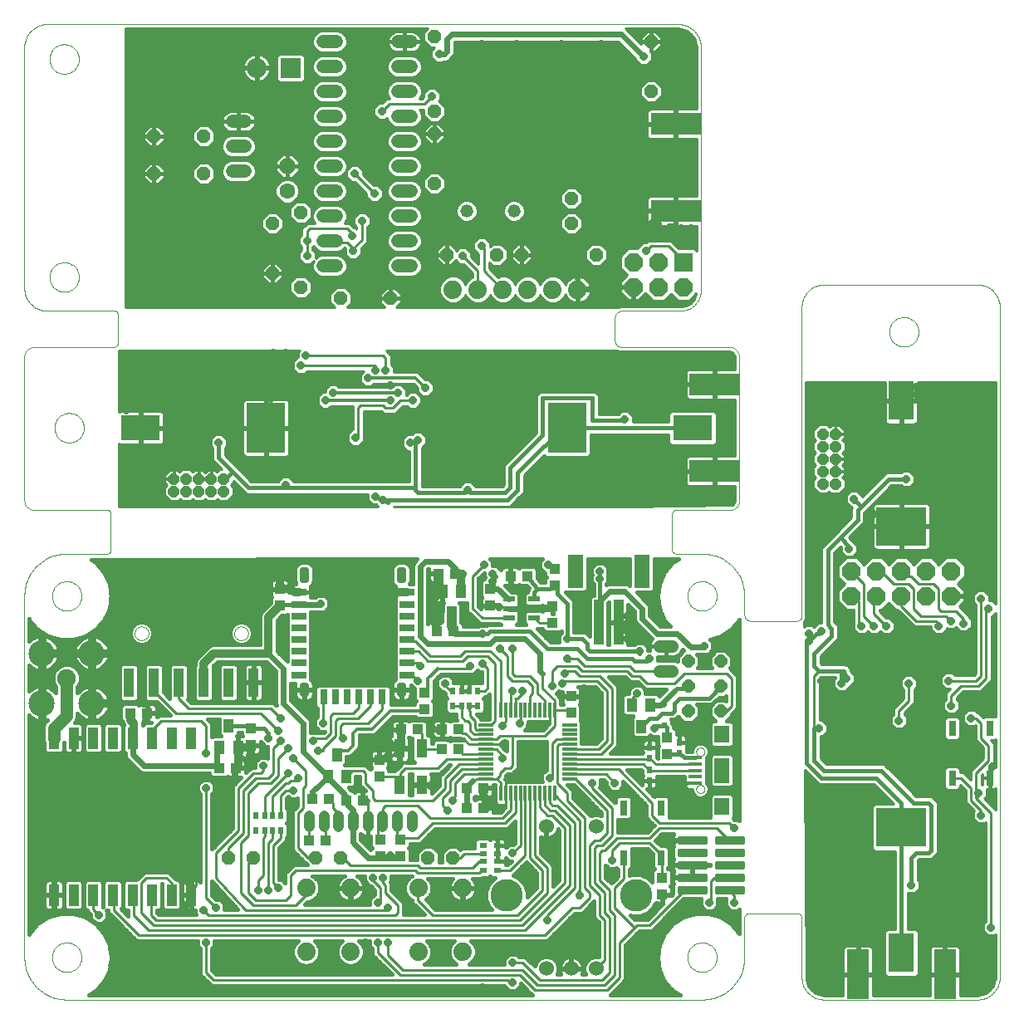
<source format=gbl>
G75*
%MOIN*%
%OFA0B0*%
%FSLAX24Y24*%
%IPPOS*%
%LPD*%
%AMOC8*
5,1,8,0,0,1.08239X$1,22.5*
%
%ADD10C,0.0000*%
%ADD11R,0.0420X0.0860*%
%ADD12R,0.0591X0.0118*%
%ADD13R,0.0118X0.0591*%
%ADD14C,0.0600*%
%ADD15C,0.1300*%
%ADD16R,0.0591X0.0709*%
%ADD17R,0.0591X0.0984*%
%ADD18R,0.0551X0.0157*%
%ADD19R,0.0394X0.1811*%
%ADD20R,0.0630X0.1339*%
%ADD21C,0.0750*%
%ADD22C,0.1050*%
%ADD23C,0.0436*%
%ADD24C,0.0500*%
%ADD25C,0.0740*%
%ADD26OC8,0.0520*%
%ADD27R,0.0472X0.0217*%
%ADD28R,0.0394X0.0551*%
%ADD29OC8,0.0515*%
%ADD30R,0.0315X0.0591*%
%ADD31R,0.0591X0.0315*%
%ADD32C,0.0201*%
%ADD33C,0.0104*%
%ADD34R,0.0433X0.0394*%
%ADD35R,0.0394X0.0433*%
%ADD36R,0.0394X0.1181*%
%ADD37R,0.0300X0.0600*%
%ADD38R,0.0433X0.0748*%
%ADD39R,0.0236X0.0236*%
%ADD40R,0.0236X0.0315*%
%ADD41R,0.0197X0.0315*%
%ADD42R,0.0315X0.0236*%
%ADD43R,0.0315X0.0197*%
%ADD44R,0.0900X0.2000*%
%ADD45OC8,0.0436*%
%ADD46R,0.1024X0.1575*%
%ADD47R,0.2000X0.1559*%
%ADD48OC8,0.0740*%
%ADD49R,0.2000X0.0900*%
%ADD50R,0.1575X0.1024*%
%ADD51R,0.1559X0.2000*%
%ADD52C,0.0520*%
%ADD53R,0.0740X0.0740*%
%ADD54R,0.0800X0.0800*%
%ADD55C,0.0800*%
%ADD56C,0.0520*%
%ADD57OC8,0.0630*%
%ADD58C,0.0630*%
%ADD59C,0.0240*%
%ADD60OC8,0.0310*%
%ADD61C,0.0100*%
%ADD62C,0.0160*%
%ADD63C,0.0320*%
%ADD64C,0.0400*%
%ADD65C,0.0090*%
%ADD66C,0.0120*%
%ADD67OC8,0.0591*%
D10*
X003080Y003851D02*
X028580Y003851D01*
X027989Y005551D02*
X027991Y005599D01*
X027997Y005647D01*
X028007Y005694D01*
X028020Y005740D01*
X028038Y005785D01*
X028058Y005829D01*
X028083Y005871D01*
X028111Y005910D01*
X028141Y005947D01*
X028175Y005981D01*
X028212Y006013D01*
X028250Y006042D01*
X028291Y006067D01*
X028334Y006089D01*
X028379Y006107D01*
X028425Y006121D01*
X028472Y006132D01*
X028520Y006139D01*
X028568Y006142D01*
X028616Y006141D01*
X028664Y006136D01*
X028712Y006127D01*
X028758Y006115D01*
X028803Y006098D01*
X028847Y006078D01*
X028889Y006055D01*
X028929Y006028D01*
X028967Y005998D01*
X029002Y005965D01*
X029034Y005929D01*
X029064Y005891D01*
X029090Y005850D01*
X029112Y005807D01*
X029132Y005763D01*
X029147Y005718D01*
X029159Y005671D01*
X029167Y005623D01*
X029171Y005575D01*
X029171Y005527D01*
X029167Y005479D01*
X029159Y005431D01*
X029147Y005384D01*
X029132Y005339D01*
X029112Y005295D01*
X029090Y005252D01*
X029064Y005211D01*
X029034Y005173D01*
X029002Y005137D01*
X028967Y005104D01*
X028929Y005074D01*
X028889Y005047D01*
X028847Y005024D01*
X028803Y005004D01*
X028758Y004987D01*
X028712Y004975D01*
X028664Y004966D01*
X028616Y004961D01*
X028568Y004960D01*
X028520Y004963D01*
X028472Y004970D01*
X028425Y004981D01*
X028379Y004995D01*
X028334Y005013D01*
X028291Y005035D01*
X028250Y005060D01*
X028212Y005089D01*
X028175Y005121D01*
X028141Y005155D01*
X028111Y005192D01*
X028083Y005231D01*
X028058Y005273D01*
X028038Y005317D01*
X028020Y005362D01*
X028007Y005408D01*
X027997Y005455D01*
X027991Y005503D01*
X027989Y005551D01*
X028580Y003851D02*
X028661Y003853D01*
X028742Y003859D01*
X028822Y003868D01*
X028902Y003882D01*
X028981Y003899D01*
X029059Y003920D01*
X029136Y003944D01*
X029212Y003973D01*
X029286Y004005D01*
X029359Y004040D01*
X029430Y004079D01*
X029499Y004121D01*
X029566Y004166D01*
X029631Y004215D01*
X029693Y004266D01*
X029753Y004321D01*
X029810Y004378D01*
X029865Y004438D01*
X029916Y004500D01*
X029965Y004565D01*
X030010Y004632D01*
X030052Y004701D01*
X030091Y004772D01*
X030126Y004845D01*
X030158Y004919D01*
X030187Y004995D01*
X030211Y005072D01*
X030232Y005150D01*
X030249Y005229D01*
X030263Y005309D01*
X030272Y005389D01*
X030278Y005470D01*
X030280Y005551D01*
X030280Y007151D01*
X030282Y007174D01*
X030287Y007197D01*
X030296Y007219D01*
X030309Y007239D01*
X030324Y007257D01*
X030342Y007272D01*
X030362Y007285D01*
X030384Y007294D01*
X030407Y007299D01*
X030430Y007301D01*
X032430Y007301D01*
X032453Y007299D01*
X032476Y007294D01*
X032498Y007285D01*
X032518Y007272D01*
X032536Y007257D01*
X032551Y007239D01*
X032564Y007219D01*
X032573Y007197D01*
X032578Y007174D01*
X032580Y007151D01*
X032580Y004751D01*
X032582Y004692D01*
X032588Y004634D01*
X032597Y004575D01*
X032611Y004518D01*
X032628Y004462D01*
X032649Y004407D01*
X032673Y004353D01*
X032701Y004301D01*
X032732Y004251D01*
X032766Y004203D01*
X032803Y004158D01*
X032844Y004115D01*
X032887Y004074D01*
X032932Y004037D01*
X032980Y004003D01*
X033030Y003972D01*
X033082Y003944D01*
X033136Y003920D01*
X033191Y003899D01*
X033247Y003882D01*
X033304Y003868D01*
X033363Y003859D01*
X033421Y003853D01*
X033480Y003851D01*
X039630Y003851D01*
X038780Y003851D02*
X034380Y003851D01*
X039630Y003851D02*
X039689Y003853D01*
X039747Y003859D01*
X039806Y003868D01*
X039863Y003882D01*
X039919Y003899D01*
X039974Y003920D01*
X040028Y003944D01*
X040080Y003972D01*
X040130Y004003D01*
X040178Y004037D01*
X040223Y004074D01*
X040266Y004115D01*
X040307Y004158D01*
X040344Y004203D01*
X040378Y004251D01*
X040409Y004301D01*
X040437Y004353D01*
X040461Y004407D01*
X040482Y004462D01*
X040499Y004518D01*
X040513Y004575D01*
X040522Y004634D01*
X040528Y004692D01*
X040530Y004751D01*
X040530Y031651D01*
X040528Y031710D01*
X040522Y031768D01*
X040513Y031827D01*
X040499Y031884D01*
X040482Y031940D01*
X040461Y031995D01*
X040437Y032049D01*
X040409Y032101D01*
X040378Y032151D01*
X040344Y032199D01*
X040307Y032244D01*
X040266Y032287D01*
X040223Y032328D01*
X040178Y032365D01*
X040130Y032399D01*
X040080Y032430D01*
X040028Y032458D01*
X039974Y032482D01*
X039919Y032503D01*
X039863Y032520D01*
X039806Y032534D01*
X039747Y032543D01*
X039689Y032549D01*
X039630Y032551D01*
X033480Y032551D01*
X033421Y032549D01*
X033363Y032543D01*
X033304Y032534D01*
X033247Y032520D01*
X033191Y032503D01*
X033136Y032482D01*
X033082Y032458D01*
X033030Y032430D01*
X032980Y032399D01*
X032932Y032365D01*
X032887Y032328D01*
X032844Y032287D01*
X032803Y032244D01*
X032766Y032199D01*
X032732Y032151D01*
X032701Y032101D01*
X032673Y032049D01*
X032649Y031995D01*
X032628Y031940D01*
X032611Y031884D01*
X032597Y031827D01*
X032588Y031768D01*
X032582Y031710D01*
X032580Y031651D01*
X032580Y019251D01*
X032578Y019225D01*
X032573Y019199D01*
X032565Y019174D01*
X032553Y019151D01*
X032539Y019129D01*
X032521Y019110D01*
X032502Y019092D01*
X032480Y019078D01*
X032457Y019066D01*
X032432Y019058D01*
X032406Y019053D01*
X032380Y019051D01*
X030530Y019051D01*
X030500Y019053D01*
X030470Y019058D01*
X030441Y019067D01*
X030414Y019080D01*
X030388Y019095D01*
X030364Y019114D01*
X030343Y019135D01*
X030324Y019159D01*
X030309Y019185D01*
X030296Y019212D01*
X030287Y019241D01*
X030282Y019271D01*
X030280Y019301D01*
X030280Y020051D01*
X027989Y020051D02*
X027991Y020099D01*
X027997Y020147D01*
X028007Y020194D01*
X028020Y020240D01*
X028038Y020285D01*
X028058Y020329D01*
X028083Y020371D01*
X028111Y020410D01*
X028141Y020447D01*
X028175Y020481D01*
X028212Y020513D01*
X028250Y020542D01*
X028291Y020567D01*
X028334Y020589D01*
X028379Y020607D01*
X028425Y020621D01*
X028472Y020632D01*
X028520Y020639D01*
X028568Y020642D01*
X028616Y020641D01*
X028664Y020636D01*
X028712Y020627D01*
X028758Y020615D01*
X028803Y020598D01*
X028847Y020578D01*
X028889Y020555D01*
X028929Y020528D01*
X028967Y020498D01*
X029002Y020465D01*
X029034Y020429D01*
X029064Y020391D01*
X029090Y020350D01*
X029112Y020307D01*
X029132Y020263D01*
X029147Y020218D01*
X029159Y020171D01*
X029167Y020123D01*
X029171Y020075D01*
X029171Y020027D01*
X029167Y019979D01*
X029159Y019931D01*
X029147Y019884D01*
X029132Y019839D01*
X029112Y019795D01*
X029090Y019752D01*
X029064Y019711D01*
X029034Y019673D01*
X029002Y019637D01*
X028967Y019604D01*
X028929Y019574D01*
X028889Y019547D01*
X028847Y019524D01*
X028803Y019504D01*
X028758Y019487D01*
X028712Y019475D01*
X028664Y019466D01*
X028616Y019461D01*
X028568Y019460D01*
X028520Y019463D01*
X028472Y019470D01*
X028425Y019481D01*
X028379Y019495D01*
X028334Y019513D01*
X028291Y019535D01*
X028250Y019560D01*
X028212Y019589D01*
X028175Y019621D01*
X028141Y019655D01*
X028111Y019692D01*
X028083Y019731D01*
X028058Y019773D01*
X028038Y019817D01*
X028020Y019862D01*
X028007Y019908D01*
X027997Y019955D01*
X027991Y020003D01*
X027989Y020051D01*
X028580Y021751D02*
X028661Y021749D01*
X028742Y021743D01*
X028822Y021734D01*
X028902Y021720D01*
X028981Y021703D01*
X029059Y021682D01*
X029136Y021658D01*
X029212Y021629D01*
X029286Y021597D01*
X029359Y021562D01*
X029430Y021523D01*
X029499Y021481D01*
X029566Y021436D01*
X029631Y021387D01*
X029693Y021336D01*
X029753Y021281D01*
X029810Y021224D01*
X029865Y021164D01*
X029916Y021102D01*
X029965Y021037D01*
X030010Y020970D01*
X030052Y020901D01*
X030091Y020830D01*
X030126Y020757D01*
X030158Y020683D01*
X030187Y020607D01*
X030211Y020530D01*
X030232Y020452D01*
X030249Y020373D01*
X030263Y020293D01*
X030272Y020213D01*
X030278Y020132D01*
X030280Y020051D01*
X028580Y021751D02*
X027530Y021751D01*
X027507Y021753D01*
X027484Y021758D01*
X027462Y021767D01*
X027442Y021780D01*
X027424Y021795D01*
X027409Y021813D01*
X027396Y021833D01*
X027387Y021855D01*
X027382Y021878D01*
X027380Y021901D01*
X027380Y023351D01*
X027382Y023374D01*
X027387Y023397D01*
X027396Y023419D01*
X027409Y023439D01*
X027424Y023457D01*
X027442Y023472D01*
X027462Y023485D01*
X027484Y023494D01*
X027507Y023499D01*
X027530Y023501D01*
X029680Y023501D01*
X029719Y023503D01*
X029758Y023509D01*
X029796Y023518D01*
X029833Y023531D01*
X029869Y023548D01*
X029902Y023568D01*
X029934Y023592D01*
X029963Y023618D01*
X029989Y023647D01*
X030013Y023679D01*
X030033Y023712D01*
X030050Y023748D01*
X030063Y023785D01*
X030072Y023823D01*
X030078Y023862D01*
X030080Y023901D01*
X030080Y029651D01*
X030074Y029692D01*
X030063Y029733D01*
X030049Y029772D01*
X030032Y029810D01*
X030011Y029846D01*
X029986Y029881D01*
X029959Y029912D01*
X029929Y029941D01*
X029896Y029967D01*
X029861Y029990D01*
X029824Y030010D01*
X029786Y030026D01*
X029746Y030039D01*
X029705Y030048D01*
X029664Y030053D01*
X029622Y030054D01*
X029580Y030051D01*
X025330Y030051D01*
X025300Y030053D01*
X025270Y030058D01*
X025241Y030067D01*
X025214Y030080D01*
X025188Y030095D01*
X025164Y030114D01*
X025143Y030135D01*
X025124Y030159D01*
X025109Y030185D01*
X025096Y030212D01*
X025087Y030241D01*
X025082Y030271D01*
X025080Y030301D01*
X025080Y031201D01*
X025082Y031235D01*
X025088Y031268D01*
X025097Y031300D01*
X025110Y031331D01*
X025126Y031361D01*
X025145Y031388D01*
X025168Y031413D01*
X025193Y031436D01*
X025220Y031455D01*
X025250Y031471D01*
X025281Y031484D01*
X025313Y031493D01*
X025346Y031499D01*
X025380Y031501D01*
X027630Y031501D01*
X027686Y031498D01*
X027743Y031499D01*
X027799Y031503D01*
X027855Y031512D01*
X027911Y031524D01*
X027965Y031540D01*
X028018Y031559D01*
X028069Y031582D01*
X028119Y031609D01*
X028167Y031639D01*
X028213Y031672D01*
X028256Y031708D01*
X028297Y031747D01*
X028335Y031789D01*
X028371Y031834D01*
X028403Y031880D01*
X028431Y031929D01*
X028457Y031979D01*
X028479Y032031D01*
X028497Y032085D01*
X028512Y032139D01*
X028523Y032195D01*
X028530Y032251D01*
X028530Y042101D01*
X028528Y042160D01*
X028522Y042218D01*
X028513Y042277D01*
X028499Y042334D01*
X028482Y042390D01*
X028461Y042445D01*
X028437Y042499D01*
X028409Y042551D01*
X028378Y042601D01*
X028344Y042649D01*
X028307Y042694D01*
X028266Y042737D01*
X028223Y042778D01*
X028178Y042815D01*
X028130Y042849D01*
X028080Y042880D01*
X028028Y042908D01*
X027974Y042932D01*
X027919Y042953D01*
X027863Y042970D01*
X027806Y042984D01*
X027747Y042993D01*
X027689Y042999D01*
X027630Y043001D01*
X002280Y043001D01*
X002222Y042997D01*
X002164Y042990D01*
X002107Y042980D01*
X002051Y042965D01*
X001995Y042948D01*
X001941Y042927D01*
X001889Y042902D01*
X001838Y042874D01*
X001788Y042843D01*
X001741Y042809D01*
X001696Y042773D01*
X001654Y042733D01*
X001614Y042691D01*
X001577Y042646D01*
X001542Y042599D01*
X001511Y042550D01*
X001483Y042500D01*
X001458Y042447D01*
X001436Y042393D01*
X001418Y042338D01*
X001403Y042282D01*
X001392Y042225D01*
X001384Y042167D01*
X001381Y042109D01*
X001380Y042051D01*
X001380Y032401D01*
X001382Y032342D01*
X001388Y032284D01*
X001397Y032225D01*
X001411Y032168D01*
X001428Y032112D01*
X001449Y032057D01*
X001473Y032003D01*
X001501Y031951D01*
X001532Y031901D01*
X001566Y031853D01*
X001603Y031808D01*
X001644Y031765D01*
X001687Y031724D01*
X001732Y031687D01*
X001780Y031653D01*
X001830Y031622D01*
X001882Y031594D01*
X001936Y031570D01*
X001991Y031549D01*
X002047Y031532D01*
X002104Y031518D01*
X002163Y031509D01*
X002221Y031503D01*
X002280Y031501D01*
X004980Y031501D01*
X005003Y031499D01*
X005026Y031494D01*
X005048Y031485D01*
X005068Y031472D01*
X005086Y031457D01*
X005101Y031439D01*
X005114Y031419D01*
X005123Y031397D01*
X005128Y031374D01*
X005130Y031351D01*
X005130Y030201D01*
X005128Y030178D01*
X005123Y030155D01*
X005114Y030133D01*
X005101Y030113D01*
X005086Y030095D01*
X005068Y030080D01*
X005048Y030067D01*
X005026Y030058D01*
X005003Y030053D01*
X004980Y030051D01*
X001780Y030051D01*
X001741Y030049D01*
X001702Y030043D01*
X001664Y030034D01*
X001627Y030021D01*
X001591Y030004D01*
X001558Y029984D01*
X001526Y029960D01*
X001497Y029934D01*
X001471Y029905D01*
X001447Y029873D01*
X001427Y029840D01*
X001410Y029804D01*
X001397Y029767D01*
X001388Y029729D01*
X001382Y029690D01*
X001380Y029651D01*
X001380Y023901D01*
X001382Y023862D01*
X001388Y023823D01*
X001397Y023785D01*
X001410Y023748D01*
X001427Y023712D01*
X001447Y023679D01*
X001471Y023647D01*
X001497Y023618D01*
X001526Y023592D01*
X001558Y023568D01*
X001591Y023548D01*
X001627Y023531D01*
X001664Y023518D01*
X001702Y023509D01*
X001741Y023503D01*
X001780Y023501D01*
X004730Y023501D01*
X004747Y023499D01*
X004764Y023495D01*
X004780Y023488D01*
X004794Y023478D01*
X004807Y023465D01*
X004817Y023451D01*
X004824Y023435D01*
X004828Y023418D01*
X004830Y023401D01*
X004830Y021851D01*
X004828Y021834D01*
X004824Y021817D01*
X004817Y021801D01*
X004807Y021787D01*
X004794Y021774D01*
X004780Y021764D01*
X004764Y021757D01*
X004747Y021753D01*
X004730Y021751D01*
X003080Y021751D01*
X002489Y020051D02*
X002491Y020099D01*
X002497Y020147D01*
X002507Y020194D01*
X002520Y020240D01*
X002538Y020285D01*
X002558Y020329D01*
X002583Y020371D01*
X002611Y020410D01*
X002641Y020447D01*
X002675Y020481D01*
X002712Y020513D01*
X002750Y020542D01*
X002791Y020567D01*
X002834Y020589D01*
X002879Y020607D01*
X002925Y020621D01*
X002972Y020632D01*
X003020Y020639D01*
X003068Y020642D01*
X003116Y020641D01*
X003164Y020636D01*
X003212Y020627D01*
X003258Y020615D01*
X003303Y020598D01*
X003347Y020578D01*
X003389Y020555D01*
X003429Y020528D01*
X003467Y020498D01*
X003502Y020465D01*
X003534Y020429D01*
X003564Y020391D01*
X003590Y020350D01*
X003612Y020307D01*
X003632Y020263D01*
X003647Y020218D01*
X003659Y020171D01*
X003667Y020123D01*
X003671Y020075D01*
X003671Y020027D01*
X003667Y019979D01*
X003659Y019931D01*
X003647Y019884D01*
X003632Y019839D01*
X003612Y019795D01*
X003590Y019752D01*
X003564Y019711D01*
X003534Y019673D01*
X003502Y019637D01*
X003467Y019604D01*
X003429Y019574D01*
X003389Y019547D01*
X003347Y019524D01*
X003303Y019504D01*
X003258Y019487D01*
X003212Y019475D01*
X003164Y019466D01*
X003116Y019461D01*
X003068Y019460D01*
X003020Y019463D01*
X002972Y019470D01*
X002925Y019481D01*
X002879Y019495D01*
X002834Y019513D01*
X002791Y019535D01*
X002750Y019560D01*
X002712Y019589D01*
X002675Y019621D01*
X002641Y019655D01*
X002611Y019692D01*
X002583Y019731D01*
X002558Y019773D01*
X002538Y019817D01*
X002520Y019862D01*
X002507Y019908D01*
X002497Y019955D01*
X002491Y020003D01*
X002489Y020051D01*
X001380Y020051D02*
X001382Y020132D01*
X001388Y020213D01*
X001397Y020293D01*
X001411Y020373D01*
X001428Y020452D01*
X001449Y020530D01*
X001473Y020607D01*
X001502Y020683D01*
X001534Y020757D01*
X001569Y020830D01*
X001608Y020901D01*
X001650Y020970D01*
X001695Y021037D01*
X001744Y021102D01*
X001795Y021164D01*
X001850Y021224D01*
X001907Y021281D01*
X001967Y021336D01*
X002029Y021387D01*
X002094Y021436D01*
X002161Y021481D01*
X002230Y021523D01*
X002301Y021562D01*
X002374Y021597D01*
X002448Y021629D01*
X002524Y021658D01*
X002601Y021682D01*
X002679Y021703D01*
X002758Y021720D01*
X002838Y021734D01*
X002918Y021743D01*
X002999Y021749D01*
X003080Y021751D01*
X001380Y020051D02*
X001380Y005551D01*
X002489Y005551D02*
X002491Y005599D01*
X002497Y005647D01*
X002507Y005694D01*
X002520Y005740D01*
X002538Y005785D01*
X002558Y005829D01*
X002583Y005871D01*
X002611Y005910D01*
X002641Y005947D01*
X002675Y005981D01*
X002712Y006013D01*
X002750Y006042D01*
X002791Y006067D01*
X002834Y006089D01*
X002879Y006107D01*
X002925Y006121D01*
X002972Y006132D01*
X003020Y006139D01*
X003068Y006142D01*
X003116Y006141D01*
X003164Y006136D01*
X003212Y006127D01*
X003258Y006115D01*
X003303Y006098D01*
X003347Y006078D01*
X003389Y006055D01*
X003429Y006028D01*
X003467Y005998D01*
X003502Y005965D01*
X003534Y005929D01*
X003564Y005891D01*
X003590Y005850D01*
X003612Y005807D01*
X003632Y005763D01*
X003647Y005718D01*
X003659Y005671D01*
X003667Y005623D01*
X003671Y005575D01*
X003671Y005527D01*
X003667Y005479D01*
X003659Y005431D01*
X003647Y005384D01*
X003632Y005339D01*
X003612Y005295D01*
X003590Y005252D01*
X003564Y005211D01*
X003534Y005173D01*
X003502Y005137D01*
X003467Y005104D01*
X003429Y005074D01*
X003389Y005047D01*
X003347Y005024D01*
X003303Y005004D01*
X003258Y004987D01*
X003212Y004975D01*
X003164Y004966D01*
X003116Y004961D01*
X003068Y004960D01*
X003020Y004963D01*
X002972Y004970D01*
X002925Y004981D01*
X002879Y004995D01*
X002834Y005013D01*
X002791Y005035D01*
X002750Y005060D01*
X002712Y005089D01*
X002675Y005121D01*
X002641Y005155D01*
X002611Y005192D01*
X002583Y005231D01*
X002558Y005273D01*
X002538Y005317D01*
X002520Y005362D01*
X002507Y005408D01*
X002497Y005455D01*
X002491Y005503D01*
X002489Y005551D01*
X001380Y005551D02*
X001382Y005470D01*
X001388Y005389D01*
X001397Y005309D01*
X001411Y005229D01*
X001428Y005150D01*
X001449Y005072D01*
X001473Y004995D01*
X001502Y004919D01*
X001534Y004845D01*
X001569Y004772D01*
X001608Y004701D01*
X001650Y004632D01*
X001695Y004565D01*
X001744Y004500D01*
X001795Y004438D01*
X001850Y004378D01*
X001907Y004321D01*
X001967Y004266D01*
X002029Y004215D01*
X002094Y004166D01*
X002161Y004121D01*
X002230Y004079D01*
X002301Y004040D01*
X002374Y004005D01*
X002448Y003973D01*
X002524Y003944D01*
X002601Y003920D01*
X002679Y003899D01*
X002758Y003882D01*
X002838Y003868D01*
X002918Y003859D01*
X002999Y003853D01*
X003080Y003851D01*
X005804Y018551D02*
X005806Y018584D01*
X005812Y018616D01*
X005821Y018647D01*
X005834Y018677D01*
X005851Y018705D01*
X005871Y018731D01*
X005894Y018755D01*
X005919Y018775D01*
X005947Y018793D01*
X005976Y018807D01*
X006007Y018817D01*
X006039Y018824D01*
X006072Y018827D01*
X006105Y018826D01*
X006137Y018821D01*
X006168Y018812D01*
X006199Y018800D01*
X006227Y018784D01*
X006254Y018765D01*
X006278Y018743D01*
X006299Y018718D01*
X006318Y018691D01*
X006333Y018662D01*
X006344Y018632D01*
X006352Y018600D01*
X006356Y018567D01*
X006356Y018535D01*
X006352Y018502D01*
X006344Y018470D01*
X006333Y018440D01*
X006318Y018411D01*
X006299Y018384D01*
X006278Y018359D01*
X006254Y018337D01*
X006227Y018318D01*
X006199Y018302D01*
X006168Y018290D01*
X006137Y018281D01*
X006105Y018276D01*
X006072Y018275D01*
X006039Y018278D01*
X006007Y018285D01*
X005976Y018295D01*
X005947Y018309D01*
X005919Y018327D01*
X005894Y018347D01*
X005871Y018371D01*
X005851Y018397D01*
X005834Y018425D01*
X005821Y018455D01*
X005812Y018486D01*
X005806Y018518D01*
X005804Y018551D01*
X009804Y018551D02*
X009806Y018584D01*
X009812Y018616D01*
X009821Y018647D01*
X009834Y018677D01*
X009851Y018705D01*
X009871Y018731D01*
X009894Y018755D01*
X009919Y018775D01*
X009947Y018793D01*
X009976Y018807D01*
X010007Y018817D01*
X010039Y018824D01*
X010072Y018827D01*
X010105Y018826D01*
X010137Y018821D01*
X010168Y018812D01*
X010199Y018800D01*
X010227Y018784D01*
X010254Y018765D01*
X010278Y018743D01*
X010299Y018718D01*
X010318Y018691D01*
X010333Y018662D01*
X010344Y018632D01*
X010352Y018600D01*
X010356Y018567D01*
X010356Y018535D01*
X010352Y018502D01*
X010344Y018470D01*
X010333Y018440D01*
X010318Y018411D01*
X010299Y018384D01*
X010278Y018359D01*
X010254Y018337D01*
X010227Y018318D01*
X010199Y018302D01*
X010168Y018290D01*
X010137Y018281D01*
X010105Y018276D01*
X010072Y018275D01*
X010039Y018278D01*
X010007Y018285D01*
X009976Y018295D01*
X009947Y018309D01*
X009919Y018327D01*
X009894Y018347D01*
X009871Y018371D01*
X009851Y018397D01*
X009834Y018425D01*
X009821Y018455D01*
X009812Y018486D01*
X009806Y018518D01*
X009804Y018551D01*
X002589Y026801D02*
X002591Y026849D01*
X002597Y026897D01*
X002607Y026944D01*
X002620Y026990D01*
X002638Y027035D01*
X002658Y027079D01*
X002683Y027121D01*
X002711Y027160D01*
X002741Y027197D01*
X002775Y027231D01*
X002812Y027263D01*
X002850Y027292D01*
X002891Y027317D01*
X002934Y027339D01*
X002979Y027357D01*
X003025Y027371D01*
X003072Y027382D01*
X003120Y027389D01*
X003168Y027392D01*
X003216Y027391D01*
X003264Y027386D01*
X003312Y027377D01*
X003358Y027365D01*
X003403Y027348D01*
X003447Y027328D01*
X003489Y027305D01*
X003529Y027278D01*
X003567Y027248D01*
X003602Y027215D01*
X003634Y027179D01*
X003664Y027141D01*
X003690Y027100D01*
X003712Y027057D01*
X003732Y027013D01*
X003747Y026968D01*
X003759Y026921D01*
X003767Y026873D01*
X003771Y026825D01*
X003771Y026777D01*
X003767Y026729D01*
X003759Y026681D01*
X003747Y026634D01*
X003732Y026589D01*
X003712Y026545D01*
X003690Y026502D01*
X003664Y026461D01*
X003634Y026423D01*
X003602Y026387D01*
X003567Y026354D01*
X003529Y026324D01*
X003489Y026297D01*
X003447Y026274D01*
X003403Y026254D01*
X003358Y026237D01*
X003312Y026225D01*
X003264Y026216D01*
X003216Y026211D01*
X003168Y026210D01*
X003120Y026213D01*
X003072Y026220D01*
X003025Y026231D01*
X002979Y026245D01*
X002934Y026263D01*
X002891Y026285D01*
X002850Y026310D01*
X002812Y026339D01*
X002775Y026371D01*
X002741Y026405D01*
X002711Y026442D01*
X002683Y026481D01*
X002658Y026523D01*
X002638Y026567D01*
X002620Y026612D01*
X002607Y026658D01*
X002597Y026705D01*
X002591Y026753D01*
X002589Y026801D01*
X002389Y032851D02*
X002391Y032899D01*
X002397Y032947D01*
X002407Y032994D01*
X002420Y033040D01*
X002438Y033085D01*
X002458Y033129D01*
X002483Y033171D01*
X002511Y033210D01*
X002541Y033247D01*
X002575Y033281D01*
X002612Y033313D01*
X002650Y033342D01*
X002691Y033367D01*
X002734Y033389D01*
X002779Y033407D01*
X002825Y033421D01*
X002872Y033432D01*
X002920Y033439D01*
X002968Y033442D01*
X003016Y033441D01*
X003064Y033436D01*
X003112Y033427D01*
X003158Y033415D01*
X003203Y033398D01*
X003247Y033378D01*
X003289Y033355D01*
X003329Y033328D01*
X003367Y033298D01*
X003402Y033265D01*
X003434Y033229D01*
X003464Y033191D01*
X003490Y033150D01*
X003512Y033107D01*
X003532Y033063D01*
X003547Y033018D01*
X003559Y032971D01*
X003567Y032923D01*
X003571Y032875D01*
X003571Y032827D01*
X003567Y032779D01*
X003559Y032731D01*
X003547Y032684D01*
X003532Y032639D01*
X003512Y032595D01*
X003490Y032552D01*
X003464Y032511D01*
X003434Y032473D01*
X003402Y032437D01*
X003367Y032404D01*
X003329Y032374D01*
X003289Y032347D01*
X003247Y032324D01*
X003203Y032304D01*
X003158Y032287D01*
X003112Y032275D01*
X003064Y032266D01*
X003016Y032261D01*
X002968Y032260D01*
X002920Y032263D01*
X002872Y032270D01*
X002825Y032281D01*
X002779Y032295D01*
X002734Y032313D01*
X002691Y032335D01*
X002650Y032360D01*
X002612Y032389D01*
X002575Y032421D01*
X002541Y032455D01*
X002511Y032492D01*
X002483Y032531D01*
X002458Y032573D01*
X002438Y032617D01*
X002420Y032662D01*
X002407Y032708D01*
X002397Y032755D01*
X002391Y032803D01*
X002389Y032851D01*
X002389Y041601D02*
X002391Y041649D01*
X002397Y041697D01*
X002407Y041744D01*
X002420Y041790D01*
X002438Y041835D01*
X002458Y041879D01*
X002483Y041921D01*
X002511Y041960D01*
X002541Y041997D01*
X002575Y042031D01*
X002612Y042063D01*
X002650Y042092D01*
X002691Y042117D01*
X002734Y042139D01*
X002779Y042157D01*
X002825Y042171D01*
X002872Y042182D01*
X002920Y042189D01*
X002968Y042192D01*
X003016Y042191D01*
X003064Y042186D01*
X003112Y042177D01*
X003158Y042165D01*
X003203Y042148D01*
X003247Y042128D01*
X003289Y042105D01*
X003329Y042078D01*
X003367Y042048D01*
X003402Y042015D01*
X003434Y041979D01*
X003464Y041941D01*
X003490Y041900D01*
X003512Y041857D01*
X003532Y041813D01*
X003547Y041768D01*
X003559Y041721D01*
X003567Y041673D01*
X003571Y041625D01*
X003571Y041577D01*
X003567Y041529D01*
X003559Y041481D01*
X003547Y041434D01*
X003532Y041389D01*
X003512Y041345D01*
X003490Y041302D01*
X003464Y041261D01*
X003434Y041223D01*
X003402Y041187D01*
X003367Y041154D01*
X003329Y041124D01*
X003289Y041097D01*
X003247Y041074D01*
X003203Y041054D01*
X003158Y041037D01*
X003112Y041025D01*
X003064Y041016D01*
X003016Y041011D01*
X002968Y041010D01*
X002920Y041013D01*
X002872Y041020D01*
X002825Y041031D01*
X002779Y041045D01*
X002734Y041063D01*
X002691Y041085D01*
X002650Y041110D01*
X002612Y041139D01*
X002575Y041171D01*
X002541Y041205D01*
X002511Y041242D01*
X002483Y041281D01*
X002458Y041323D01*
X002438Y041367D01*
X002420Y041412D01*
X002407Y041458D01*
X002397Y041505D01*
X002391Y041553D01*
X002389Y041601D01*
X028530Y039451D02*
X028530Y035051D01*
X030080Y029001D02*
X030080Y024601D01*
X036089Y030651D02*
X036091Y030699D01*
X036097Y030747D01*
X036107Y030794D01*
X036120Y030840D01*
X036138Y030885D01*
X036158Y030929D01*
X036183Y030971D01*
X036211Y031010D01*
X036241Y031047D01*
X036275Y031081D01*
X036312Y031113D01*
X036350Y031142D01*
X036391Y031167D01*
X036434Y031189D01*
X036479Y031207D01*
X036525Y031221D01*
X036572Y031232D01*
X036620Y031239D01*
X036668Y031242D01*
X036716Y031241D01*
X036764Y031236D01*
X036812Y031227D01*
X036858Y031215D01*
X036903Y031198D01*
X036947Y031178D01*
X036989Y031155D01*
X037029Y031128D01*
X037067Y031098D01*
X037102Y031065D01*
X037134Y031029D01*
X037164Y030991D01*
X037190Y030950D01*
X037212Y030907D01*
X037232Y030863D01*
X037247Y030818D01*
X037259Y030771D01*
X037267Y030723D01*
X037271Y030675D01*
X037271Y030627D01*
X037267Y030579D01*
X037259Y030531D01*
X037247Y030484D01*
X037232Y030439D01*
X037212Y030395D01*
X037190Y030352D01*
X037164Y030311D01*
X037134Y030273D01*
X037102Y030237D01*
X037067Y030204D01*
X037029Y030174D01*
X036989Y030147D01*
X036947Y030124D01*
X036903Y030104D01*
X036858Y030087D01*
X036812Y030075D01*
X036764Y030066D01*
X036716Y030061D01*
X036668Y030060D01*
X036620Y030063D01*
X036572Y030070D01*
X036525Y030081D01*
X036479Y030095D01*
X036434Y030113D01*
X036391Y030135D01*
X036350Y030160D01*
X036312Y030189D01*
X036275Y030221D01*
X036241Y030255D01*
X036211Y030292D01*
X036183Y030331D01*
X036158Y030373D01*
X036138Y030417D01*
X036120Y030462D01*
X036107Y030508D01*
X036097Y030555D01*
X036091Y030603D01*
X036089Y030651D01*
X028347Y013799D02*
X028349Y013824D01*
X028355Y013849D01*
X028364Y013873D01*
X028377Y013895D01*
X028394Y013915D01*
X028413Y013932D01*
X028434Y013946D01*
X028458Y013956D01*
X028482Y013963D01*
X028508Y013966D01*
X028533Y013965D01*
X028558Y013960D01*
X028582Y013951D01*
X028605Y013939D01*
X028625Y013924D01*
X028643Y013905D01*
X028658Y013884D01*
X028669Y013861D01*
X028677Y013837D01*
X028681Y013812D01*
X028681Y013786D01*
X028677Y013761D01*
X028669Y013737D01*
X028658Y013714D01*
X028643Y013693D01*
X028625Y013674D01*
X028605Y013659D01*
X028582Y013647D01*
X028558Y013638D01*
X028533Y013633D01*
X028508Y013632D01*
X028482Y013635D01*
X028458Y013642D01*
X028434Y013652D01*
X028413Y013666D01*
X028394Y013683D01*
X028377Y013703D01*
X028364Y013725D01*
X028355Y013749D01*
X028349Y013774D01*
X028347Y013799D01*
X028347Y012303D02*
X028349Y012328D01*
X028355Y012353D01*
X028364Y012377D01*
X028377Y012399D01*
X028394Y012419D01*
X028413Y012436D01*
X028434Y012450D01*
X028458Y012460D01*
X028482Y012467D01*
X028508Y012470D01*
X028533Y012469D01*
X028558Y012464D01*
X028582Y012455D01*
X028605Y012443D01*
X028625Y012428D01*
X028643Y012409D01*
X028658Y012388D01*
X028669Y012365D01*
X028677Y012341D01*
X028681Y012316D01*
X028681Y012290D01*
X028677Y012265D01*
X028669Y012241D01*
X028658Y012218D01*
X028643Y012197D01*
X028625Y012178D01*
X028605Y012163D01*
X028582Y012151D01*
X028558Y012142D01*
X028533Y012137D01*
X028508Y012136D01*
X028482Y012139D01*
X028458Y012146D01*
X028434Y012156D01*
X028413Y012170D01*
X028394Y012187D01*
X028377Y012207D01*
X028364Y012229D01*
X028355Y012253D01*
X028349Y012278D01*
X028347Y012303D01*
D11*
X008080Y014350D03*
X007293Y014350D03*
X006505Y014350D03*
X005718Y014350D03*
X004930Y014350D03*
X004143Y014350D03*
X003356Y014350D03*
X002568Y014350D03*
X002568Y008051D03*
X003356Y008051D03*
X004143Y008051D03*
X004930Y008051D03*
X005718Y008051D03*
X006505Y008051D03*
X007293Y008051D03*
X008080Y008051D03*
D12*
X019907Y012718D03*
X019907Y012915D03*
X019907Y013112D03*
X019907Y013309D03*
X019907Y013505D03*
X019907Y013702D03*
X019907Y013899D03*
X019907Y014096D03*
X019907Y014293D03*
X019907Y014490D03*
X019907Y014686D03*
X019907Y014883D03*
X023253Y014883D03*
X023253Y014686D03*
X023253Y014490D03*
X023253Y014293D03*
X023253Y014096D03*
X023253Y013899D03*
X023253Y013702D03*
X023253Y013505D03*
X023253Y013309D03*
X023253Y013112D03*
X023253Y012915D03*
X023253Y012718D03*
D13*
X022663Y012127D03*
X022466Y012127D03*
X022269Y012127D03*
X022072Y012127D03*
X021875Y012127D03*
X021678Y012127D03*
X021482Y012127D03*
X021285Y012127D03*
X021088Y012127D03*
X020891Y012127D03*
X020694Y012127D03*
X020497Y012127D03*
X020497Y015474D03*
X020694Y015474D03*
X020891Y015474D03*
X021088Y015474D03*
X021285Y015474D03*
X021482Y015474D03*
X021678Y015474D03*
X021875Y015474D03*
X022072Y015474D03*
X022269Y015474D03*
X022466Y015474D03*
X022663Y015474D03*
D14*
X022330Y010801D03*
X024330Y010801D03*
X024330Y005101D03*
X023330Y005101D03*
X022330Y005101D03*
D15*
X020730Y008051D03*
X025930Y008051D03*
D16*
X029380Y011600D03*
X029380Y014501D03*
D17*
X029380Y013051D03*
D18*
X028317Y013051D03*
X028317Y013307D03*
X028317Y013562D03*
X028317Y012795D03*
X028317Y012539D03*
D19*
X025224Y018994D03*
X024436Y018994D03*
D20*
X023491Y021041D03*
X026169Y021041D03*
D21*
X003080Y016751D03*
D22*
X002076Y017755D03*
X004084Y017755D03*
X004084Y015747D03*
X002076Y015747D03*
D23*
X012797Y011229D02*
X012797Y010793D01*
X013387Y010793D02*
X013387Y011229D01*
X013978Y011229D02*
X013978Y010793D01*
X014568Y010793D02*
X014568Y011229D01*
X015159Y011229D02*
X015159Y010793D01*
X015749Y010793D02*
X015749Y011229D01*
X016340Y011229D02*
X016340Y010793D01*
X016930Y010793D02*
X016930Y011229D01*
D24*
X026877Y017051D02*
X027377Y017051D01*
X027377Y018035D02*
X026877Y018035D01*
X003080Y016751D02*
X003080Y015251D01*
X002580Y014751D01*
X002580Y014362D01*
X002568Y014350D01*
D25*
X012690Y008331D03*
X014470Y008331D03*
X014470Y005771D03*
X012690Y005771D03*
X017190Y005771D03*
X018970Y005771D03*
X018970Y008331D03*
X017190Y008331D03*
X018580Y032351D03*
X019580Y032351D03*
X020580Y032351D03*
X021580Y032351D03*
X022580Y032351D03*
X023580Y032351D03*
D26*
X024330Y033751D03*
X023330Y035001D03*
X023330Y036001D03*
X021330Y033751D03*
X020330Y033751D03*
X018330Y033751D03*
X016080Y032001D03*
X014080Y032001D03*
X012480Y032451D03*
X011330Y033001D03*
X011330Y035001D03*
X012480Y035451D03*
X008580Y037001D03*
X008580Y038501D03*
X006580Y038501D03*
X006580Y037001D03*
X017830Y036601D03*
X017830Y038601D03*
X017830Y039501D03*
X017830Y042501D03*
X026530Y042301D03*
X026530Y040301D03*
X018580Y009551D03*
X017580Y009551D03*
X014080Y009551D03*
X013080Y009551D03*
X010580Y009551D03*
X009580Y009551D03*
D27*
X020818Y019177D03*
X020818Y019551D03*
X020818Y019925D03*
X021842Y019925D03*
X021842Y019177D03*
D28*
X018904Y020234D03*
X018156Y020234D03*
X018530Y019368D03*
X013930Y013684D03*
X013556Y012818D03*
X014304Y012818D03*
X009954Y013968D03*
X009206Y013968D03*
X009580Y014834D03*
X025756Y015684D03*
X026504Y015684D03*
X026130Y014818D03*
D29*
X028031Y015426D03*
X028031Y016426D03*
X028031Y017426D03*
X029330Y017426D03*
X029330Y016426D03*
X029330Y015426D03*
D30*
X015747Y015999D03*
X015275Y015999D03*
X014802Y015999D03*
X014330Y015999D03*
X013858Y015999D03*
X013385Y015999D03*
D31*
X012401Y016885D03*
X012401Y017357D03*
X012401Y017830D03*
X012401Y018302D03*
X012401Y018775D03*
X012401Y019247D03*
X012401Y019720D03*
X012401Y020192D03*
X016732Y020192D03*
X016732Y019720D03*
X016732Y019247D03*
X016732Y018775D03*
X016732Y018302D03*
X016732Y017830D03*
X016732Y017357D03*
X016732Y016885D03*
D32*
X016612Y016469D02*
X016418Y016469D01*
X016612Y016469D02*
X016612Y016119D01*
X016418Y016119D01*
X016418Y016469D01*
X016418Y016319D02*
X016612Y016319D01*
X012714Y016469D02*
X012520Y016469D01*
X012714Y016469D02*
X012714Y016119D01*
X012520Y016119D01*
X012520Y016469D01*
X012520Y016319D02*
X012714Y016319D01*
X012714Y021116D02*
X012520Y021116D01*
X012714Y021116D02*
X012714Y020686D01*
X012520Y020686D01*
X012520Y021116D01*
X012520Y020886D02*
X012714Y020886D01*
X012714Y021086D02*
X012520Y021086D01*
X016418Y021116D02*
X016612Y021116D01*
X016612Y020686D01*
X016418Y020686D01*
X016418Y021116D01*
X016418Y020886D02*
X016612Y020886D01*
X016612Y021086D02*
X016418Y021086D01*
D33*
X027632Y010123D02*
X028728Y010123D01*
X027632Y010123D02*
X027632Y010379D01*
X028728Y010379D01*
X028728Y010123D01*
X028728Y010226D02*
X027632Y010226D01*
X027632Y010329D02*
X028728Y010329D01*
X028728Y009623D02*
X027632Y009623D01*
X027632Y009879D01*
X028728Y009879D01*
X028728Y009623D01*
X028728Y009726D02*
X027632Y009726D01*
X027632Y009829D02*
X028728Y009829D01*
X028728Y009123D02*
X027632Y009123D01*
X027632Y009379D01*
X028728Y009379D01*
X028728Y009123D01*
X028728Y009226D02*
X027632Y009226D01*
X027632Y009329D02*
X028728Y009329D01*
X028728Y008623D02*
X027632Y008623D01*
X027632Y008879D01*
X028728Y008879D01*
X028728Y008623D01*
X028728Y008726D02*
X027632Y008726D01*
X027632Y008829D02*
X028728Y008829D01*
X028728Y008123D02*
X027632Y008123D01*
X027632Y008379D01*
X028728Y008379D01*
X028728Y008123D01*
X028728Y008226D02*
X027632Y008226D01*
X027632Y008329D02*
X028728Y008329D01*
X029132Y008123D02*
X030228Y008123D01*
X029132Y008123D02*
X029132Y008379D01*
X030228Y008379D01*
X030228Y008123D01*
X030228Y008226D02*
X029132Y008226D01*
X029132Y008329D02*
X030228Y008329D01*
X030228Y008623D02*
X029132Y008623D01*
X029132Y008879D01*
X030228Y008879D01*
X030228Y008623D01*
X030228Y008726D02*
X029132Y008726D01*
X029132Y008829D02*
X030228Y008829D01*
X030228Y009123D02*
X029132Y009123D01*
X029132Y009379D01*
X030228Y009379D01*
X030228Y009123D01*
X030228Y009226D02*
X029132Y009226D01*
X029132Y009329D02*
X030228Y009329D01*
X030228Y009623D02*
X029132Y009623D01*
X029132Y009879D01*
X030228Y009879D01*
X030228Y009623D01*
X030228Y009726D02*
X029132Y009726D01*
X029132Y009829D02*
X030228Y009829D01*
X030228Y010123D02*
X029132Y010123D01*
X029132Y010379D01*
X030228Y010379D01*
X030228Y010123D01*
X030228Y010226D02*
X029132Y010226D01*
X029132Y010329D02*
X030228Y010329D01*
D34*
X026980Y008735D03*
X026980Y008066D03*
X019815Y011551D03*
X019145Y011551D03*
X019145Y012351D03*
X019815Y012351D03*
X018815Y014701D03*
X018145Y014701D03*
X017165Y014701D03*
X016495Y014701D03*
X017430Y015516D03*
X017430Y016185D03*
X017945Y018651D03*
X018615Y018651D03*
X018665Y020951D03*
X017995Y020951D03*
X020895Y020851D03*
X021565Y020851D03*
X022680Y021135D03*
X022680Y020466D03*
X022580Y019635D03*
X022580Y018966D03*
X014965Y011851D03*
X014295Y011851D03*
X013615Y011901D03*
X012945Y011901D03*
X012795Y010251D03*
X013465Y010251D03*
X015680Y010285D03*
X015680Y009616D03*
X016480Y009616D03*
X016480Y010285D03*
X009865Y013151D03*
X009195Y013151D03*
X006315Y015351D03*
X005645Y015351D03*
D35*
X010480Y014735D03*
X010480Y014066D03*
X015630Y013485D03*
X015630Y012816D03*
X018145Y013901D03*
X018815Y013901D03*
X023330Y015366D03*
X023330Y016035D03*
X027180Y014385D03*
X027180Y013716D03*
X020080Y019666D03*
X020080Y020335D03*
X011630Y020335D03*
X011630Y019666D03*
D36*
X010580Y016582D03*
X009580Y016582D03*
X008580Y016582D03*
X007580Y016582D03*
X006580Y016582D03*
X005580Y016582D03*
D37*
X025430Y011551D03*
X026930Y011551D03*
X026930Y009551D03*
X025430Y009551D03*
X038630Y012751D03*
X040130Y012751D03*
X040130Y014751D03*
X038630Y014751D03*
D38*
X017333Y013929D03*
X016427Y013929D03*
X016427Y012472D03*
X017333Y012472D03*
D39*
X027080Y014868D03*
X027080Y015734D03*
D40*
X027680Y014167D03*
X027680Y013734D03*
X026480Y013534D03*
X026480Y013967D03*
X026480Y013067D03*
X026480Y012634D03*
X019582Y015655D03*
X019582Y016246D03*
X018578Y016246D03*
X018578Y015655D03*
X011682Y011246D03*
X011682Y010655D03*
X010678Y010655D03*
X010678Y011246D03*
D41*
X011023Y011246D03*
X011337Y011246D03*
X011337Y010655D03*
X011023Y010655D03*
X018923Y015655D03*
X019237Y015655D03*
X019237Y016246D03*
X018923Y016246D03*
D42*
X019785Y010053D03*
X020375Y010053D03*
X020375Y009049D03*
X019785Y009049D03*
D43*
X019785Y009393D03*
X019785Y009708D03*
X020375Y009708D03*
X020375Y009393D03*
D44*
X034840Y004861D03*
X038320Y004861D03*
D45*
X033930Y024551D03*
X033930Y025051D03*
X033930Y025551D03*
X033930Y026051D03*
X033430Y026051D03*
X033430Y025551D03*
X033430Y025051D03*
X033430Y024551D03*
X033430Y026551D03*
X033930Y026551D03*
X009380Y024751D03*
X008880Y024751D03*
X008380Y024751D03*
X007880Y024751D03*
X007880Y024251D03*
X008380Y024251D03*
X008880Y024251D03*
X009380Y024251D03*
X007380Y024251D03*
X007380Y024751D03*
D46*
X036580Y027889D03*
X036580Y005724D03*
D47*
X036580Y010763D03*
X036580Y022850D03*
D48*
X036580Y021051D03*
X037580Y021051D03*
X037580Y020051D03*
X036580Y020051D03*
X035580Y020051D03*
X035580Y021051D03*
X034580Y021051D03*
X034580Y020051D03*
X038580Y020051D03*
X038580Y021051D03*
X027830Y032451D03*
X026830Y032451D03*
X025830Y032451D03*
X025830Y033451D03*
X026830Y033451D03*
D49*
X027520Y035511D03*
X027520Y038991D03*
X029070Y028541D03*
X029070Y025061D03*
D50*
X028207Y026801D03*
X006041Y026801D03*
D51*
X011081Y026801D03*
X023167Y026801D03*
D52*
X016890Y033301D02*
X016370Y033301D01*
X016370Y034301D02*
X016890Y034301D01*
X016890Y035301D02*
X016370Y035301D01*
X016370Y036301D02*
X016890Y036301D01*
X016890Y037301D02*
X016370Y037301D01*
X016370Y038301D02*
X016890Y038301D01*
X016890Y039301D02*
X016370Y039301D01*
X016370Y040301D02*
X016890Y040301D01*
X016890Y041301D02*
X016370Y041301D01*
X016370Y042301D02*
X016890Y042301D01*
X013890Y042301D02*
X013370Y042301D01*
X013370Y041301D02*
X013890Y041301D01*
X013890Y040301D02*
X013370Y040301D01*
X013370Y039301D02*
X013890Y039301D01*
X013890Y038301D02*
X013370Y038301D01*
X013370Y037301D02*
X013890Y037301D01*
X013890Y036301D02*
X013370Y036301D01*
X013370Y035301D02*
X013890Y035301D01*
X013890Y034301D02*
X013370Y034301D01*
X013370Y033301D02*
X013890Y033301D01*
X010240Y037101D02*
X009720Y037101D01*
X009720Y038101D02*
X010240Y038101D01*
X010240Y039101D02*
X009720Y039101D01*
D53*
X027830Y033451D03*
D54*
X012080Y041251D03*
D55*
X010702Y041251D03*
D56*
X019130Y035501D03*
X021030Y035501D03*
D57*
X011930Y037301D03*
D58*
X011930Y036301D03*
D59*
X016680Y042251D02*
X016630Y042301D01*
X018030Y041801D02*
X018230Y041801D01*
X018330Y041901D01*
X018330Y042401D01*
X018530Y042601D01*
X025330Y042601D01*
X026230Y041701D01*
X018380Y021451D02*
X017480Y021451D01*
X017280Y021251D01*
X017280Y018451D01*
X017580Y018151D01*
X020080Y018151D01*
X020280Y018351D01*
X021480Y018351D01*
X022080Y017751D01*
X022080Y017051D01*
X022180Y016951D01*
X022580Y019551D02*
X021480Y019551D01*
X021330Y019601D01*
X021330Y020101D01*
X020895Y020535D01*
X020895Y020851D01*
X020280Y020851D02*
X020180Y020951D01*
X020180Y020651D02*
X020180Y020435D01*
X020080Y020335D01*
X020095Y020351D01*
X020380Y020351D01*
X020806Y019925D01*
X020818Y019925D01*
X020818Y019551D02*
X021380Y019551D01*
X021330Y019601D01*
X020430Y019601D02*
X020365Y019666D01*
X020080Y019666D01*
X019780Y018551D02*
X018680Y018551D01*
X018530Y018701D01*
X018530Y018866D01*
X018665Y020951D02*
X018665Y021166D01*
X018380Y021451D01*
X013280Y019751D02*
X013249Y019720D01*
X012401Y019720D01*
X011180Y017751D02*
X011780Y017151D01*
X011780Y015751D01*
X012580Y014951D01*
X012580Y013794D01*
X013556Y012818D01*
X013089Y012351D01*
X013080Y012351D01*
X012945Y012216D01*
X012945Y011916D01*
X013556Y012775D02*
X014280Y012051D01*
X014280Y011866D01*
X014295Y011851D01*
X014380Y011766D01*
X014380Y011651D01*
X014568Y011462D01*
X014568Y011011D01*
X014568Y010162D01*
X015180Y009551D01*
X016465Y009551D01*
X016480Y009616D01*
X019145Y011551D02*
X019145Y012351D01*
X019180Y012385D01*
X019180Y012451D01*
X019380Y012651D01*
X020180Y011751D02*
X019980Y011551D01*
X019815Y011551D01*
X013556Y012775D02*
X013556Y012818D01*
X009106Y013251D02*
X009106Y013851D01*
X009106Y013251D02*
X006180Y013251D01*
X005718Y013713D01*
X005718Y014350D01*
X024436Y019607D02*
X024436Y019707D01*
X024480Y019851D02*
X024880Y020251D01*
X025480Y020251D01*
X026180Y019551D01*
X026180Y019151D01*
X026780Y018551D01*
X027580Y018551D01*
X028130Y018001D01*
X028630Y018001D01*
X028680Y018051D01*
X027480Y016251D02*
X026980Y015751D01*
X026913Y015684D01*
X026504Y015684D01*
D60*
X025980Y016151D03*
X025480Y016551D03*
X026480Y017551D03*
X026080Y017851D03*
X025580Y018351D03*
X025580Y018651D03*
X025580Y018951D03*
X025580Y019251D03*
X026480Y020051D03*
X025480Y021251D03*
X024480Y021051D03*
X024480Y020751D03*
X023680Y019251D03*
X023180Y018351D03*
X022480Y018451D03*
X023180Y017551D03*
X023080Y016951D03*
X022980Y016551D03*
X022580Y016451D03*
X022980Y016051D03*
X023830Y016351D03*
X024280Y015851D03*
X024280Y015101D03*
X024080Y014551D03*
X025380Y013951D03*
X026080Y013851D03*
X026180Y014251D03*
X026680Y014751D03*
X027680Y014651D03*
X026880Y012651D03*
X026080Y012751D03*
X025080Y012551D03*
X024180Y012551D03*
X023780Y011751D03*
X022480Y012751D03*
X022280Y013251D03*
X021380Y014051D03*
X020680Y014151D03*
X020580Y013551D03*
X020880Y012751D03*
X020180Y011751D03*
X020380Y011451D03*
X020880Y010651D03*
X020380Y010351D03*
X020980Y009751D03*
X021780Y008651D03*
X022680Y009251D03*
X022780Y010151D03*
X023680Y008051D03*
X025080Y008851D03*
X024980Y009451D03*
X026280Y009151D03*
X027280Y010251D03*
X026180Y011051D03*
X027580Y012151D03*
X027980Y011351D03*
X029880Y010751D03*
X029880Y007751D03*
X028880Y007751D03*
X026780Y007651D03*
X026180Y004951D03*
X023780Y006451D03*
X022380Y007051D03*
X021880Y005951D03*
X020980Y005351D03*
X020980Y004551D03*
X019780Y004351D03*
X019780Y005851D03*
X018080Y005951D03*
X015980Y006151D03*
X015580Y006151D03*
X015080Y006151D03*
X015280Y005351D03*
X015980Y007551D03*
X015580Y007751D03*
X014980Y007751D03*
X015380Y008751D03*
X015780Y008751D03*
X016380Y008351D03*
X016080Y009651D03*
X017480Y010151D03*
X018280Y010151D03*
X018780Y010551D03*
X018380Y011451D03*
X018580Y011851D03*
X017680Y012451D03*
X015980Y013651D03*
X015580Y013951D03*
X016080Y014151D03*
X015080Y014251D03*
X015080Y013751D03*
X014480Y013451D03*
X014180Y014351D03*
X013380Y014951D03*
X012980Y014251D03*
X013180Y013851D03*
X012180Y013551D03*
X011980Y013951D03*
X011680Y014251D03*
X011580Y014651D03*
X011180Y014351D03*
X010480Y013751D03*
X010080Y013551D03*
X010980Y013251D03*
X011980Y012951D03*
X012380Y012751D03*
X012180Y012251D03*
X012180Y011751D03*
X011880Y009651D03*
X011580Y008351D03*
X011180Y008251D03*
X010780Y008251D03*
X009580Y007651D03*
X009080Y007551D03*
X008580Y007451D03*
X007880Y007651D03*
X007980Y008551D03*
X007980Y009351D03*
X008280Y009351D03*
X006680Y009351D03*
X006480Y010751D03*
X005980Y012151D03*
X007180Y012251D03*
X007980Y012751D03*
X008680Y012351D03*
X009480Y012051D03*
X009280Y010651D03*
X007880Y011051D03*
X008680Y013751D03*
X009080Y014951D03*
X011180Y016251D03*
X011680Y015151D03*
X013280Y016851D03*
X014180Y017451D03*
X014780Y018551D03*
X015480Y017651D03*
X015780Y016851D03*
X017180Y016651D03*
X017280Y017251D03*
X018280Y016551D03*
X019280Y017251D03*
X019780Y017351D03*
X020480Y017951D03*
X020980Y017951D03*
X019780Y018551D03*
X019480Y018951D03*
X020430Y019601D03*
X020930Y020401D03*
X021330Y020101D03*
X021330Y019601D03*
X020180Y020651D03*
X020180Y020951D03*
X019830Y021301D03*
X018980Y020951D03*
X017880Y020051D03*
X017680Y020251D03*
X017680Y020551D03*
X016180Y020051D03*
X015780Y019851D03*
X015880Y018751D03*
X014380Y019951D03*
X013280Y019751D03*
X013380Y019051D03*
X013180Y017851D03*
X011680Y018651D03*
X011080Y020351D03*
X011280Y020751D03*
X011680Y020751D03*
X013680Y021251D03*
X013380Y023901D03*
X014180Y023901D03*
X014880Y023901D03*
X015480Y024051D03*
X015780Y023901D03*
X016180Y024751D03*
X016480Y024751D03*
X015880Y024801D03*
X014780Y025001D03*
X013980Y025001D03*
X013380Y025001D03*
X013380Y025601D03*
X014680Y026401D03*
X014280Y027501D03*
X013680Y027501D03*
X013280Y027501D03*
X013480Y027901D03*
X013780Y028201D03*
X013480Y028801D03*
X012480Y029301D03*
X012680Y029701D03*
X011880Y029801D03*
X011380Y029801D03*
X011580Y029401D03*
X011380Y029001D03*
X011380Y028601D03*
X011380Y028101D03*
X012280Y027701D03*
X012380Y028701D03*
X009530Y027951D03*
X009380Y029001D03*
X008880Y029701D03*
X008280Y029001D03*
X008680Y028101D03*
X008180Y027501D03*
X007730Y028151D03*
X007080Y028201D03*
X007080Y027501D03*
X007080Y026801D03*
X007680Y026901D03*
X007080Y026101D03*
X006880Y025701D03*
X006180Y025701D03*
X005980Y025001D03*
X005980Y024501D03*
X005980Y023901D03*
X005380Y023901D03*
X005380Y024501D03*
X005380Y025001D03*
X005380Y025501D03*
X005380Y026001D03*
X005480Y027501D03*
X007080Y028801D03*
X007080Y029301D03*
X007080Y029701D03*
X005780Y029701D03*
X005380Y029701D03*
X005630Y032101D03*
X005630Y032701D03*
X005630Y033201D03*
X005630Y033801D03*
X007230Y033601D03*
X007230Y034101D03*
X007230Y034601D03*
X007230Y035101D03*
X007230Y035601D03*
X007230Y036101D03*
X007930Y036101D03*
X007930Y035401D03*
X007930Y034701D03*
X007930Y034001D03*
X007930Y033301D03*
X007930Y032601D03*
X007230Y032601D03*
X007230Y033101D03*
X006730Y032001D03*
X007930Y031901D03*
X008730Y032601D03*
X008730Y033301D03*
X008730Y034001D03*
X008730Y034701D03*
X008730Y035401D03*
X008730Y036101D03*
X007630Y037701D03*
X007430Y039101D03*
X006930Y039401D03*
X006930Y039901D03*
X006930Y040601D03*
X006930Y041201D03*
X007580Y041501D03*
X007930Y042401D03*
X009030Y041201D03*
X009130Y039601D03*
X010830Y039601D03*
X011730Y038201D03*
X012730Y039501D03*
X014530Y037801D03*
X014630Y037001D03*
X015430Y036201D03*
X015930Y035901D03*
X015430Y035301D03*
X014930Y035101D03*
X014630Y035401D03*
X014530Y034501D03*
X014580Y033901D03*
X015330Y033801D03*
X013530Y032601D03*
X012730Y033701D03*
X012730Y034301D03*
X011630Y034401D03*
X011830Y035501D03*
X012930Y035801D03*
X012930Y036801D03*
X015730Y039501D03*
X015230Y040601D03*
X015130Y042501D03*
X017730Y040101D03*
X018130Y040501D03*
X018030Y041801D03*
X019730Y042201D03*
X020530Y041601D03*
X019930Y041201D03*
X020930Y040001D03*
X021130Y038801D03*
X022330Y039401D03*
X023730Y039301D03*
X023830Y040301D03*
X024530Y041501D03*
X024530Y042201D03*
X023730Y041801D03*
X022930Y042201D03*
X022130Y041301D03*
X021130Y042201D03*
X019830Y039401D03*
X020030Y037001D03*
X020130Y036001D03*
X018530Y036001D03*
X017730Y034301D03*
X018980Y033701D03*
X019730Y034101D03*
X020930Y034301D03*
X022230Y034801D03*
X021730Y035501D03*
X022330Y036101D03*
X021630Y037501D03*
X024030Y037501D03*
X024130Y038201D03*
X025530Y036201D03*
X025030Y035401D03*
X025630Y035101D03*
X025030Y034001D03*
X026330Y033901D03*
X027730Y034801D03*
X028130Y034801D03*
X026130Y038101D03*
X026230Y039601D03*
X027530Y039801D03*
X026230Y041701D03*
X027630Y042401D03*
X022830Y033801D03*
X024830Y032401D03*
X024080Y029601D03*
X025180Y029401D03*
X024080Y028601D03*
X022880Y028501D03*
X021880Y028201D03*
X020980Y028301D03*
X020980Y029001D03*
X020580Y029501D03*
X021880Y029301D03*
X022880Y029601D03*
X020980Y027601D03*
X020980Y026801D03*
X020680Y026101D03*
X020680Y025501D03*
X020530Y025151D03*
X021280Y023901D03*
X021580Y024701D03*
X021880Y025101D03*
X022480Y024501D03*
X022780Y025101D03*
X022180Y023901D03*
X023780Y024001D03*
X023880Y024801D03*
X024580Y025401D03*
X025180Y024901D03*
X025180Y024301D03*
X025180Y023801D03*
X026980Y024801D03*
X026980Y025501D03*
X026980Y026301D03*
X026980Y027601D03*
X027580Y027701D03*
X028180Y027701D03*
X028580Y027701D03*
X029080Y027701D03*
X029680Y027701D03*
X029680Y025901D03*
X029080Y025901D03*
X028580Y025901D03*
X027680Y028501D03*
X026980Y028501D03*
X027080Y029501D03*
X027680Y029501D03*
X025280Y028201D03*
X025480Y027151D03*
X025180Y026001D03*
X021680Y026701D03*
X019180Y024301D03*
X018280Y024601D03*
X018280Y026201D03*
X018280Y026601D03*
X018680Y026601D03*
X018480Y027001D03*
X018680Y027301D03*
X018580Y027701D03*
X018280Y027901D03*
X017780Y027901D03*
X017380Y027701D03*
X016980Y027901D03*
X016380Y028201D03*
X016080Y028501D03*
X016080Y027901D03*
X015180Y028801D03*
X015480Y029101D03*
X015880Y029101D03*
X016480Y029301D03*
X017280Y029301D03*
X018180Y029301D03*
X017480Y028401D03*
X019180Y029501D03*
X017430Y032401D03*
X017180Y026301D03*
X016880Y026201D03*
X011780Y025501D03*
X011880Y024501D03*
X010380Y025051D03*
X010080Y025701D03*
X009580Y025801D03*
X009180Y026201D03*
X009530Y026801D03*
X008680Y026901D03*
X008680Y025901D03*
X008880Y025301D03*
X007880Y025301D03*
X007780Y026051D03*
X006680Y025001D03*
X006680Y023901D03*
X005680Y020851D03*
X007980Y019251D03*
X007980Y017851D03*
X006180Y015751D03*
X006280Y015051D03*
X004880Y015751D03*
X003680Y015051D03*
X003980Y013651D03*
X003580Y013551D03*
X003080Y013551D03*
X002580Y013551D03*
X002080Y013551D03*
X001880Y013951D03*
X001780Y014451D03*
X001980Y014751D03*
X002680Y012151D03*
X001980Y011051D03*
X002880Y010551D03*
X004280Y010251D03*
X004480Y009351D03*
X002580Y009051D03*
X002180Y008851D03*
X001880Y008651D03*
X001880Y007951D03*
X002580Y007351D03*
X004380Y007251D03*
X005080Y006651D03*
X006180Y005851D03*
X004780Y004351D03*
X008680Y006151D03*
X011480Y005051D03*
X011680Y006051D03*
X013380Y008051D03*
X017780Y014751D03*
X019980Y015251D03*
X020580Y014851D03*
X021280Y014951D03*
X021680Y014851D03*
X022080Y014851D03*
X021380Y016251D03*
X020980Y016251D03*
X018080Y019051D03*
X017780Y019051D03*
X022415Y021301D03*
X027080Y021351D03*
X028680Y018051D03*
X032880Y018251D03*
X032880Y018551D03*
X033380Y018651D03*
X033280Y019451D03*
X032880Y020251D03*
X033230Y020951D03*
X032980Y021751D03*
X033330Y022651D03*
X032880Y023451D03*
X034430Y023451D03*
X034680Y023951D03*
X035130Y024351D03*
X035180Y024951D03*
X035180Y025851D03*
X035880Y026351D03*
X036480Y026351D03*
X037080Y026351D03*
X037680Y026351D03*
X038280Y026351D03*
X038880Y026351D03*
X039480Y026451D03*
X040080Y026951D03*
X040080Y027551D03*
X040080Y028051D03*
X040080Y028451D03*
X039580Y028451D03*
X039580Y028051D03*
X037180Y028151D03*
X037180Y028451D03*
X035680Y028451D03*
X035680Y028051D03*
X035180Y027351D03*
X034680Y026851D03*
X034180Y028351D03*
X032980Y028351D03*
X032980Y027051D03*
X036080Y025151D03*
X036780Y024751D03*
X036380Y024351D03*
X037180Y025251D03*
X037930Y024351D03*
X038280Y025251D03*
X038880Y024851D03*
X039480Y024651D03*
X039980Y025151D03*
X040130Y024201D03*
X039780Y023851D03*
X039780Y023451D03*
X039780Y022551D03*
X039380Y022551D03*
X039380Y021651D03*
X039780Y019951D03*
X040080Y019551D03*
X039080Y018951D03*
X039330Y018601D03*
X038580Y019051D03*
X038080Y018851D03*
X037880Y017851D03*
X037880Y017351D03*
X038480Y016651D03*
X038580Y015651D03*
X039380Y015151D03*
X039580Y014051D03*
X040230Y013201D03*
X039680Y012151D03*
X038780Y012051D03*
X039080Y011051D03*
X039780Y011251D03*
X039180Y009851D03*
X038180Y010751D03*
X037280Y012251D03*
X036680Y012751D03*
X036080Y013251D03*
X035280Y012351D03*
X034180Y011851D03*
X033180Y012451D03*
X033780Y013451D03*
X034180Y014751D03*
X034580Y014751D03*
X034680Y015151D03*
X034580Y015551D03*
X034080Y015651D03*
X034180Y016551D03*
X034380Y016751D03*
X033380Y016651D03*
X033480Y017451D03*
X033980Y017751D03*
X033980Y018051D03*
X034980Y018851D03*
X035480Y018851D03*
X035980Y018851D03*
X036180Y017151D03*
X036880Y016551D03*
X036480Y015051D03*
X035680Y015051D03*
X033280Y014751D03*
X035280Y010951D03*
X033980Y009951D03*
X034380Y008751D03*
X035480Y008751D03*
X036980Y008451D03*
X037580Y008751D03*
X038780Y008651D03*
X038780Y006651D03*
X039280Y006551D03*
X039580Y006151D03*
X039180Y005651D03*
X038280Y006351D03*
X040180Y006751D03*
X035980Y006851D03*
X034980Y006951D03*
X033380Y006051D03*
X033780Y005451D03*
X032980Y007051D03*
X032980Y008651D03*
X032980Y010751D03*
X039380Y017651D03*
X037880Y022551D03*
X035480Y023351D03*
X035080Y022151D03*
X034480Y021951D03*
X010930Y032401D03*
X010180Y032251D03*
X009030Y031901D03*
X005630Y036201D03*
X005630Y036801D03*
X005630Y037501D03*
X005630Y038301D03*
X005630Y039001D03*
X005630Y039701D03*
X005630Y040401D03*
X005630Y041101D03*
X005630Y041801D03*
X005630Y042501D03*
X009280Y021151D03*
X005480Y017751D03*
X005280Y013251D03*
X004380Y013051D03*
X004280Y012051D03*
D61*
X003356Y014350D02*
X003356Y009075D01*
X003380Y009051D01*
X008080Y009051D01*
X008280Y008851D01*
X008280Y008451D01*
X008080Y008251D01*
X008680Y007951D02*
X009080Y007551D01*
X008780Y007251D02*
X016280Y007251D01*
X016380Y007351D01*
X016380Y007651D01*
X015880Y008151D01*
X015880Y008451D01*
X015780Y008551D01*
X015780Y008751D01*
X015380Y008751D02*
X015380Y008651D01*
X015680Y008351D01*
X015680Y007851D01*
X015580Y007751D01*
X015880Y007451D02*
X015980Y007551D01*
X015880Y007451D02*
X010280Y007451D01*
X010180Y007551D01*
X009080Y008751D01*
X009080Y009751D01*
X009980Y010651D01*
X009980Y012351D01*
X010580Y012951D01*
X010880Y012951D01*
X010980Y013051D01*
X010980Y013251D01*
X011380Y012951D02*
X011180Y012751D01*
X010680Y012751D01*
X010180Y012251D01*
X010180Y010551D01*
X009580Y009951D01*
X009580Y009551D01*
X010080Y010151D02*
X010380Y010451D01*
X010380Y012151D01*
X010780Y012551D01*
X011280Y012551D01*
X011580Y012851D01*
X011580Y013551D01*
X011980Y013951D01*
X011680Y014251D02*
X011380Y013951D01*
X011380Y012951D01*
X011980Y012951D02*
X011023Y011993D01*
X011023Y011246D01*
X011337Y011246D02*
X011337Y012008D01*
X011880Y012551D01*
X011980Y012551D01*
X012080Y012651D01*
X012280Y012651D01*
X012380Y012751D01*
X012680Y013051D02*
X012680Y012451D01*
X012580Y012351D01*
X012580Y011551D01*
X012380Y011351D01*
X012380Y009951D01*
X012780Y009551D01*
X013080Y009551D01*
X012795Y010251D02*
X012795Y011010D01*
X012797Y011011D01*
X013387Y011011D02*
X013465Y010934D01*
X013465Y010251D01*
X013978Y011011D02*
X013978Y011353D01*
X013780Y011551D01*
X013780Y011735D01*
X013615Y011901D01*
X012945Y011901D02*
X012945Y011916D01*
X012180Y012251D02*
X011880Y012251D01*
X011680Y012051D01*
X011680Y011248D01*
X011682Y011246D01*
X011682Y010655D02*
X011682Y010618D01*
X011680Y010616D01*
X011680Y010351D01*
X011380Y010051D01*
X011380Y008551D01*
X011580Y008351D01*
X011180Y008251D02*
X011180Y010151D01*
X011337Y010308D01*
X011337Y010655D01*
X011023Y010655D02*
X011023Y010393D01*
X010980Y010351D01*
X010980Y008851D01*
X010780Y008651D01*
X010780Y008251D01*
X010380Y008151D02*
X010380Y009351D01*
X010580Y009551D01*
X010080Y010151D02*
X010080Y008151D01*
X010580Y007651D01*
X012280Y007651D01*
X012690Y008061D01*
X012690Y008331D01*
X012080Y008051D02*
X011880Y007851D01*
X010680Y007851D01*
X010380Y008151D01*
X012080Y008051D02*
X012080Y008851D01*
X012280Y009051D01*
X017080Y009051D01*
X017180Y008951D01*
X019645Y008951D01*
X019743Y009049D01*
X019785Y009049D01*
X019785Y009393D02*
X019623Y009393D01*
X019380Y009151D01*
X017280Y009151D01*
X017180Y009251D01*
X014480Y009251D01*
X014180Y009551D01*
X014080Y009551D01*
X015595Y009651D02*
X015680Y009616D01*
X015680Y009651D02*
X016080Y009651D01*
X016480Y009651D01*
X016480Y009616D01*
X016480Y010285D02*
X016340Y010375D01*
X016340Y011011D01*
X016330Y011021D01*
X015780Y011042D02*
X015749Y011011D01*
X015780Y011042D02*
X015780Y011051D01*
X015580Y010851D01*
X015580Y010335D01*
X015680Y010285D01*
X015780Y011051D02*
X015780Y011551D01*
X015880Y011651D01*
X017180Y011651D01*
X017680Y011151D01*
X020580Y011151D01*
X020891Y011462D01*
X020891Y012127D01*
X020694Y012127D02*
X020694Y011565D01*
X020580Y011451D01*
X020380Y011451D01*
X020280Y011551D01*
X020497Y012127D02*
X020497Y012568D01*
X020347Y012718D01*
X020480Y012851D01*
X020480Y012951D01*
X020680Y013151D01*
X020880Y013151D01*
X020980Y013251D01*
X020980Y014451D01*
X022280Y014451D01*
X022663Y014833D01*
X022663Y015474D01*
X022663Y015868D01*
X022180Y016351D01*
X022180Y016951D01*
X022580Y017051D02*
X022580Y016451D01*
X022980Y016551D02*
X023080Y016651D01*
X024380Y016651D01*
X024780Y016251D01*
X024780Y014251D01*
X024428Y013899D01*
X023253Y013899D01*
X023253Y013702D02*
X024532Y013702D01*
X024980Y014151D01*
X024980Y016351D01*
X024480Y016851D01*
X023680Y016851D01*
X023480Y017051D01*
X023180Y017051D01*
X023080Y016951D01*
X022780Y017251D02*
X023580Y017251D01*
X023780Y017051D01*
X025580Y017051D01*
X025780Y016851D01*
X026080Y016851D01*
X026380Y016551D01*
X027480Y016551D01*
X027880Y016951D01*
X029580Y016951D01*
X029780Y016751D01*
X029780Y015651D01*
X029580Y015451D01*
X029355Y015451D01*
X029330Y015426D01*
X027080Y015734D02*
X027030Y015684D01*
X027080Y014868D02*
X027097Y014851D01*
X026497Y013551D02*
X026480Y013534D01*
X026451Y013505D01*
X023253Y013505D01*
X023253Y013309D02*
X026222Y013309D01*
X026480Y013051D01*
X026463Y013051D01*
X026480Y013067D01*
X026497Y013051D01*
X028317Y013051D01*
X028317Y013307D02*
X026724Y013307D01*
X026480Y013551D01*
X026497Y013551D01*
X026480Y012535D02*
X026480Y012251D01*
X026580Y012151D01*
X027580Y012151D01*
X027580Y012051D01*
X027580Y012151D02*
X027680Y012251D01*
X027680Y012451D01*
X027768Y012539D01*
X028317Y012539D01*
X029680Y010951D02*
X029880Y010751D01*
X029680Y010951D02*
X026880Y010951D01*
X026580Y011251D01*
X026580Y011751D01*
X025219Y013112D01*
X023253Y013112D01*
X023253Y012915D02*
X024744Y012915D01*
X025080Y012551D01*
X024180Y012551D02*
X024180Y012351D01*
X024980Y011551D01*
X024980Y010451D01*
X024580Y010051D01*
X024380Y010051D01*
X024280Y009951D01*
X024280Y008551D01*
X024680Y008151D01*
X024680Y007351D01*
X024880Y007151D01*
X024880Y004951D01*
X024830Y004901D01*
X024580Y004651D01*
X022080Y004651D01*
X021380Y005351D01*
X020980Y005351D01*
X021380Y005051D02*
X021980Y004451D01*
X024680Y004451D01*
X025080Y004851D01*
X025080Y007251D01*
X024880Y007451D01*
X024880Y008251D01*
X024480Y008651D01*
X024480Y009751D01*
X024580Y009851D01*
X024680Y009851D01*
X025180Y010351D01*
X026480Y010351D01*
X026880Y010751D01*
X029180Y010751D01*
X029680Y010251D01*
X028180Y010251D02*
X027580Y010251D01*
X027380Y010051D01*
X027380Y009351D01*
X027480Y009251D01*
X027380Y009151D01*
X027380Y008951D01*
X027580Y008751D01*
X028180Y008751D01*
X027480Y008751D01*
X027380Y008651D01*
X027380Y008151D01*
X027280Y008051D01*
X026995Y008051D01*
X026980Y008066D01*
X026980Y008735D02*
X026980Y009501D01*
X026930Y009551D01*
X026980Y009601D01*
X026980Y009651D01*
X026480Y010151D01*
X025280Y010151D01*
X024980Y009851D01*
X024980Y009451D01*
X025430Y009551D02*
X025430Y008701D01*
X025080Y008351D01*
X025080Y007551D01*
X025880Y006751D01*
X025980Y006851D01*
X026480Y006851D01*
X027880Y008251D01*
X028180Y008251D01*
X028930Y008601D02*
X028930Y007801D01*
X028880Y007751D01*
X028930Y008601D02*
X029080Y008751D01*
X029680Y008751D01*
X029680Y008251D02*
X029880Y008051D01*
X029880Y007751D01*
X028380Y009251D02*
X028180Y009251D01*
X027480Y009251D01*
X028280Y009351D02*
X028380Y009251D01*
X025880Y006751D02*
X025280Y006151D01*
X025280Y004751D01*
X024780Y004251D01*
X021880Y004251D01*
X021280Y004851D01*
X016480Y004851D01*
X015580Y005751D01*
X015580Y006151D01*
X015980Y006151D02*
X015980Y005651D01*
X016580Y005051D01*
X021380Y005051D01*
X020980Y004551D02*
X020880Y004551D01*
X020780Y004651D01*
X008980Y004651D01*
X008680Y004951D01*
X008680Y006151D01*
X008780Y007251D02*
X008580Y007451D01*
X008680Y007951D02*
X008680Y012351D01*
X009195Y013151D02*
X009206Y013161D01*
X009106Y013851D01*
X009206Y013968D01*
X008680Y013751D02*
X008680Y014851D01*
X008480Y015051D01*
X006880Y015051D01*
X006505Y014676D01*
X006505Y014350D01*
X006315Y015351D02*
X006315Y015616D01*
X006180Y015751D01*
X004088Y015751D01*
X004084Y015747D01*
X006580Y016251D02*
X007480Y015351D01*
X010880Y015351D01*
X011580Y014651D01*
X011480Y014751D01*
X011680Y015151D02*
X011280Y015551D01*
X007980Y015551D01*
X007580Y015951D01*
X007580Y016582D01*
X006580Y016582D02*
X006580Y016251D01*
X009865Y013151D02*
X009954Y013240D01*
X010480Y013751D02*
X010595Y013866D01*
X010480Y014066D01*
X010308Y013966D01*
X012180Y013551D02*
X012680Y013051D01*
X013180Y013851D02*
X013380Y013851D01*
X013380Y013951D01*
X013880Y014451D01*
X013880Y015051D01*
X013980Y015151D01*
X014780Y015151D01*
X015275Y015646D01*
X015275Y015999D01*
X014802Y015999D02*
X014802Y015573D01*
X014580Y015351D01*
X013780Y015351D01*
X013680Y015251D01*
X013680Y014551D01*
X013480Y014351D01*
X013080Y014351D01*
X012980Y014251D01*
X013380Y014951D02*
X013380Y015894D01*
X013385Y015999D01*
X013180Y016751D02*
X013280Y016851D01*
X013180Y016751D02*
X013174Y016751D01*
X013180Y016751D02*
X015880Y016751D01*
X016515Y016294D02*
X016436Y016194D01*
X015747Y015999D02*
X015747Y015518D01*
X015180Y014951D01*
X014180Y014951D01*
X014080Y014851D01*
X014080Y014451D01*
X014180Y014351D01*
X014523Y013051D02*
X014304Y012818D01*
X014523Y013051D02*
X014980Y013051D01*
X015080Y012951D01*
X015080Y012551D01*
X015380Y012251D01*
X015380Y011951D01*
X015480Y011851D01*
X017780Y011851D01*
X018280Y012351D01*
X018280Y012751D01*
X018838Y013309D01*
X019907Y013309D01*
X019907Y013505D02*
X018335Y013505D01*
X017980Y013151D01*
X016680Y013151D01*
X016480Y012951D01*
X016480Y012751D01*
X016415Y012816D01*
X015630Y012816D01*
X015630Y013485D02*
X015984Y013485D01*
X016427Y013929D01*
X016302Y013929D01*
X016080Y014151D01*
X016427Y013929D02*
X016495Y013997D01*
X017333Y013929D02*
X017333Y014533D01*
X017165Y014701D01*
X017780Y014751D02*
X017995Y014551D01*
X018145Y014701D01*
X018045Y014801D01*
X018145Y014701D02*
X018145Y014485D01*
X018380Y014251D01*
X019080Y014251D01*
X019235Y014096D01*
X019907Y014096D01*
X020625Y014096D01*
X020680Y014151D01*
X020480Y014451D02*
X020322Y014293D01*
X019907Y014293D01*
X019338Y014293D01*
X019080Y014551D01*
X018965Y014551D01*
X018815Y014701D01*
X019080Y015051D02*
X018923Y015208D01*
X018923Y015655D01*
X018578Y015655D01*
X018578Y016246D02*
X018485Y016246D01*
X018280Y016451D01*
X018280Y016551D01*
X017980Y017151D02*
X017680Y016851D01*
X017980Y017151D02*
X019180Y017151D01*
X019280Y017251D01*
X018980Y017451D02*
X019180Y017651D01*
X019980Y017651D01*
X020280Y017351D01*
X020280Y015051D01*
X020113Y014883D01*
X019907Y014883D01*
X019907Y014686D02*
X019544Y014686D01*
X019480Y014751D01*
X019480Y015051D01*
X019280Y015251D01*
X019280Y015416D01*
X019237Y015459D01*
X019237Y015655D01*
X019582Y015655D01*
X019582Y016246D02*
X019860Y016246D01*
X019980Y016366D01*
X019980Y017151D01*
X019780Y017351D01*
X020080Y017851D02*
X019080Y017851D01*
X018880Y017651D01*
X017680Y017651D01*
X017080Y018251D01*
X016683Y018251D01*
X016732Y018302D01*
X016732Y017830D02*
X017201Y017830D01*
X017580Y017451D01*
X018980Y017451D01*
X018923Y016246D02*
X019237Y016246D01*
X019180Y015051D02*
X019080Y015051D01*
X019180Y015051D02*
X019280Y014951D01*
X019280Y014651D01*
X019441Y014490D01*
X019907Y014490D01*
X020480Y014451D02*
X020980Y014451D01*
X020580Y014851D02*
X020694Y015036D01*
X020694Y015474D01*
X020497Y015474D02*
X020497Y017433D01*
X020780Y017651D02*
X020480Y017951D01*
X020780Y017651D02*
X020780Y016851D01*
X020980Y016651D01*
X021580Y016651D01*
X021780Y016451D01*
X021780Y016151D01*
X021678Y016049D01*
X021678Y015474D01*
X021285Y015474D02*
X021285Y015046D01*
X021280Y014951D01*
X021680Y014851D02*
X022280Y014851D01*
X022466Y015036D01*
X022466Y015474D01*
X022663Y015474D02*
X023322Y015474D01*
X023330Y015366D01*
X023330Y016035D02*
X023595Y016035D01*
X023830Y016351D01*
X023765Y016035D01*
X023330Y016035D02*
X023315Y016051D01*
X022269Y015862D02*
X022269Y015474D01*
X022269Y015862D02*
X021980Y016151D01*
X021980Y016551D01*
X021680Y016851D01*
X021080Y016851D01*
X020980Y016951D01*
X020980Y017951D01*
X020818Y019177D02*
X019754Y019177D01*
X019380Y019551D01*
X019380Y020851D01*
X019830Y021301D01*
X020830Y023651D02*
X020922Y023689D01*
X020992Y023759D01*
X021392Y024159D01*
X021430Y024251D01*
X021430Y024897D01*
X022241Y025708D01*
X022317Y025631D01*
X024017Y025631D01*
X024117Y025730D01*
X024117Y026551D01*
X027249Y026551D01*
X027249Y026218D01*
X027349Y026119D01*
X029065Y026119D01*
X029164Y026218D01*
X029164Y027383D01*
X029065Y027482D01*
X027349Y027482D01*
X027249Y027383D01*
X027249Y027051D01*
X025805Y027051D01*
X025805Y027285D01*
X025615Y027476D01*
X025345Y027476D01*
X025220Y027351D01*
X024430Y027351D01*
X024430Y028050D01*
X024392Y028142D01*
X024322Y028213D01*
X024230Y028251D01*
X022130Y028251D01*
X022038Y028213D01*
X021968Y028142D01*
X021930Y028050D01*
X021930Y026604D01*
X020738Y025413D01*
X020668Y025342D01*
X020630Y025250D01*
X020630Y024504D01*
X020576Y024451D01*
X019490Y024451D01*
X019315Y024626D01*
X019045Y024626D01*
X018870Y024451D01*
X017330Y024451D01*
X017330Y025991D01*
X017505Y026166D01*
X017505Y026435D01*
X017315Y026626D01*
X017045Y026626D01*
X016945Y026526D01*
X016745Y026526D01*
X016555Y026335D01*
X016555Y026066D01*
X016745Y025876D01*
X016830Y025876D01*
X016830Y024651D01*
X012190Y024651D01*
X012015Y024826D01*
X011745Y024826D01*
X011570Y024651D01*
X010484Y024651D01*
X009942Y025192D01*
X009872Y025263D01*
X009430Y025704D01*
X009430Y025991D01*
X009505Y026066D01*
X009505Y026335D01*
X009315Y026526D01*
X009045Y026526D01*
X008855Y026335D01*
X008855Y026066D01*
X008930Y025991D01*
X008930Y025551D01*
X008968Y025459D01*
X009038Y025389D01*
X009038Y025389D01*
X009288Y025139D01*
X009219Y025139D01*
X009116Y025035D01*
X009032Y025119D01*
X008889Y025119D01*
X008889Y024760D01*
X008871Y024760D01*
X008871Y025119D01*
X008728Y025119D01*
X008630Y025021D01*
X008532Y025119D01*
X008389Y025119D01*
X008389Y024760D01*
X008371Y024760D01*
X008371Y025119D01*
X008228Y025119D01*
X008144Y025035D01*
X008041Y025139D01*
X007719Y025139D01*
X007616Y025035D01*
X007532Y025119D01*
X007389Y025119D01*
X007389Y024760D01*
X007371Y024760D01*
X007371Y025119D01*
X007228Y025119D01*
X007012Y024903D01*
X007012Y024760D01*
X007371Y024760D01*
X007371Y024742D01*
X007012Y024742D01*
X007012Y024598D01*
X007095Y024515D01*
X006992Y024411D01*
X006992Y024090D01*
X007219Y023863D01*
X007541Y023863D01*
X007630Y023952D01*
X007719Y023863D01*
X008041Y023863D01*
X008130Y023952D01*
X008219Y023863D01*
X008541Y023863D01*
X008630Y023952D01*
X008719Y023863D01*
X009041Y023863D01*
X009130Y023952D01*
X009219Y023863D01*
X009541Y023863D01*
X009768Y024090D01*
X009768Y024411D01*
X009679Y024501D01*
X009768Y024590D01*
X009768Y024659D01*
X010238Y024189D01*
X010330Y024151D01*
X011830Y024151D01*
X011830Y024151D01*
X011830Y024151D01*
X015155Y024151D01*
X015155Y023916D01*
X015345Y023726D01*
X015495Y023726D01*
X015570Y023651D01*
X005180Y023651D01*
X005180Y026158D01*
X005196Y026149D01*
X005234Y026139D01*
X005991Y026139D01*
X005991Y026751D01*
X006091Y026751D01*
X011031Y026751D01*
X010151Y026751D01*
X010151Y025781D01*
X010161Y025743D01*
X010181Y025709D01*
X010209Y025681D01*
X010243Y025661D01*
X010282Y025651D01*
X011031Y025651D01*
X011031Y026751D01*
X011031Y026851D01*
X011031Y027951D01*
X010282Y027951D01*
X010243Y027940D01*
X010209Y027921D01*
X010181Y027893D01*
X010161Y027859D01*
X010151Y027820D01*
X010151Y026851D01*
X011031Y026851D01*
X011131Y026851D01*
X011131Y027951D01*
X011880Y027951D01*
X011918Y027940D01*
X011952Y027921D01*
X011980Y027893D01*
X012000Y027859D01*
X012010Y027820D01*
X012010Y026851D01*
X011131Y026851D01*
X011131Y026751D01*
X014560Y026751D01*
X014560Y026726D02*
X014545Y026726D01*
X014355Y026535D01*
X014355Y026266D01*
X014545Y026076D01*
X014815Y026076D01*
X015005Y026266D01*
X015005Y026535D01*
X015000Y026540D01*
X015000Y027481D01*
X015689Y027481D01*
X015789Y027381D01*
X016271Y027381D01*
X016400Y027510D01*
X016571Y027681D01*
X016740Y027681D01*
X016845Y027576D01*
X017115Y027576D01*
X017305Y027766D01*
X017305Y028035D01*
X017115Y028226D01*
X016845Y028226D01*
X016740Y028121D01*
X016705Y028121D01*
X016705Y028335D01*
X016515Y028526D01*
X016245Y028526D01*
X016150Y028431D01*
X014010Y028431D01*
X013915Y028526D01*
X013645Y028526D01*
X013455Y028335D01*
X013455Y028226D01*
X013345Y028226D01*
X013155Y028035D01*
X013155Y027766D01*
X013345Y027576D01*
X013615Y027576D01*
X013710Y027671D01*
X014560Y027671D01*
X014560Y026726D01*
X014472Y026653D02*
X012010Y026653D01*
X012010Y026751D02*
X011131Y026751D01*
X011131Y025651D01*
X011880Y025651D01*
X011918Y025661D01*
X011952Y025681D01*
X011980Y025709D01*
X012000Y025743D01*
X012010Y025781D01*
X012010Y026751D01*
X012010Y026554D02*
X014374Y026554D01*
X014355Y026456D02*
X012010Y026456D01*
X012010Y026357D02*
X014355Y026357D01*
X014362Y026259D02*
X012010Y026259D01*
X012010Y026160D02*
X014461Y026160D01*
X014680Y026401D02*
X014780Y026501D01*
X014780Y027601D01*
X014880Y027701D01*
X015780Y027701D01*
X015880Y027601D01*
X016180Y027601D01*
X016480Y027901D01*
X016980Y027901D01*
X017210Y028130D02*
X017291Y028130D01*
X017345Y028076D02*
X017615Y028076D01*
X017805Y028266D01*
X017805Y028535D01*
X017615Y028726D01*
X017480Y028726D01*
X017310Y028896D01*
X017175Y029031D01*
X016205Y029031D01*
X016205Y029235D01*
X016100Y029340D01*
X016100Y029692D01*
X015891Y029901D01*
X025183Y029901D01*
X025217Y029881D01*
X029520Y029881D01*
X029529Y029874D01*
X029589Y029881D01*
X029650Y029881D01*
X029652Y029882D01*
X029654Y029882D01*
X029760Y029852D01*
X029846Y029783D01*
X029900Y029686D01*
X029910Y029637D01*
X029910Y029141D01*
X029120Y029141D01*
X029120Y028591D01*
X029020Y028591D01*
X029020Y029141D01*
X028050Y029141D01*
X028012Y029130D01*
X027978Y029111D01*
X027950Y029083D01*
X027930Y029049D01*
X027920Y029010D01*
X027920Y028591D01*
X029020Y028591D01*
X029020Y028491D01*
X027920Y028491D01*
X027920Y028071D01*
X027930Y028033D01*
X027950Y027999D01*
X027978Y027971D01*
X028012Y027951D01*
X028050Y027941D01*
X029020Y027941D01*
X029020Y028491D01*
X029120Y028491D01*
X029120Y027941D01*
X029910Y027941D01*
X029910Y025661D01*
X029120Y025661D01*
X029120Y025111D01*
X029020Y025111D01*
X029020Y025661D01*
X028050Y025661D01*
X028012Y025650D01*
X027978Y025631D01*
X027950Y025603D01*
X027930Y025569D01*
X027920Y025530D01*
X027920Y025111D01*
X029020Y025111D01*
X029020Y025011D01*
X027920Y025011D01*
X027920Y024591D01*
X027930Y024553D01*
X027950Y024519D01*
X027978Y024491D01*
X028012Y024471D01*
X028050Y024461D01*
X029020Y024461D01*
X029020Y025011D01*
X029120Y025011D01*
X029120Y024461D01*
X029910Y024461D01*
X029910Y023901D01*
X029906Y023856D01*
X029871Y023773D01*
X029808Y023709D01*
X029777Y023697D01*
X025530Y023651D01*
X016185Y023651D01*
X020830Y023651D01*
X020931Y023698D02*
X029780Y023698D01*
X029881Y023796D02*
X021029Y023796D01*
X021128Y023895D02*
X029909Y023895D01*
X029910Y023993D02*
X021226Y023993D01*
X021325Y024092D02*
X029910Y024092D01*
X029910Y024190D02*
X021405Y024190D01*
X021430Y024289D02*
X029910Y024289D01*
X029910Y024387D02*
X021430Y024387D01*
X021430Y024486D02*
X027986Y024486D01*
X027922Y024584D02*
X021430Y024584D01*
X021430Y024683D02*
X027920Y024683D01*
X027920Y024781D02*
X021430Y024781D01*
X021430Y024880D02*
X027920Y024880D01*
X027920Y024978D02*
X021511Y024978D01*
X021610Y025077D02*
X029020Y025077D01*
X029020Y025175D02*
X029120Y025175D01*
X029120Y025274D02*
X029020Y025274D01*
X029020Y025372D02*
X029120Y025372D01*
X029120Y025471D02*
X029020Y025471D01*
X029020Y025569D02*
X029120Y025569D01*
X029120Y024978D02*
X029020Y024978D01*
X029020Y024880D02*
X029120Y024880D01*
X029120Y024781D02*
X029020Y024781D01*
X029020Y024683D02*
X029120Y024683D01*
X029120Y024584D02*
X029020Y024584D01*
X029020Y024486D02*
X029120Y024486D01*
X027920Y025175D02*
X021708Y025175D01*
X021807Y025274D02*
X027920Y025274D01*
X027920Y025372D02*
X021905Y025372D01*
X022004Y025471D02*
X027920Y025471D01*
X027931Y025569D02*
X022102Y025569D01*
X022201Y025668D02*
X022280Y025668D01*
X021683Y026357D02*
X017505Y026357D01*
X017505Y026259D02*
X021585Y026259D01*
X021486Y026160D02*
X017499Y026160D01*
X017401Y026062D02*
X021388Y026062D01*
X021289Y025963D02*
X017330Y025963D01*
X017330Y025865D02*
X021191Y025865D01*
X021092Y025766D02*
X017330Y025766D01*
X017330Y025668D02*
X020994Y025668D01*
X020895Y025569D02*
X017330Y025569D01*
X017330Y025471D02*
X020797Y025471D01*
X020738Y025413D02*
X020738Y025413D01*
X020698Y025372D02*
X017330Y025372D01*
X017330Y025274D02*
X020640Y025274D01*
X020630Y025175D02*
X017330Y025175D01*
X017330Y025077D02*
X020630Y025077D01*
X020630Y024978D02*
X017330Y024978D01*
X017330Y024880D02*
X020630Y024880D01*
X020630Y024781D02*
X017330Y024781D01*
X017330Y024683D02*
X020630Y024683D01*
X020630Y024584D02*
X019356Y024584D01*
X019455Y024486D02*
X020611Y024486D01*
X019004Y024584D02*
X017330Y024584D01*
X017330Y024486D02*
X018905Y024486D01*
X018480Y026001D02*
X018580Y027701D01*
X017768Y028229D02*
X022077Y028229D01*
X021963Y028130D02*
X017669Y028130D01*
X017805Y028327D02*
X027920Y028327D01*
X027920Y028229D02*
X024283Y028229D01*
X024397Y028130D02*
X027920Y028130D01*
X027931Y028032D02*
X024430Y028032D01*
X024430Y027933D02*
X029910Y027933D01*
X029910Y027835D02*
X024430Y027835D01*
X024430Y027736D02*
X029910Y027736D01*
X029910Y027638D02*
X024430Y027638D01*
X024430Y027539D02*
X029910Y027539D01*
X029910Y027441D02*
X029106Y027441D01*
X029164Y027342D02*
X029910Y027342D01*
X029910Y027244D02*
X029164Y027244D01*
X029164Y027145D02*
X029910Y027145D01*
X029910Y027047D02*
X029164Y027047D01*
X029164Y026948D02*
X029910Y026948D01*
X029910Y026850D02*
X029164Y026850D01*
X029164Y026751D02*
X029910Y026751D01*
X029910Y026653D02*
X029164Y026653D01*
X029164Y026554D02*
X029910Y026554D01*
X029910Y026456D02*
X029164Y026456D01*
X029164Y026357D02*
X029910Y026357D01*
X029910Y026259D02*
X029164Y026259D01*
X029106Y026160D02*
X029910Y026160D01*
X029910Y026062D02*
X024117Y026062D01*
X024117Y026160D02*
X027308Y026160D01*
X027249Y026259D02*
X024117Y026259D01*
X024117Y026357D02*
X027249Y026357D01*
X027249Y026456D02*
X024117Y026456D01*
X024117Y025963D02*
X029910Y025963D01*
X029910Y025865D02*
X024117Y025865D01*
X024117Y025766D02*
X029910Y025766D01*
X029910Y025668D02*
X024054Y025668D01*
X024430Y027441D02*
X025310Y027441D01*
X025650Y027441D02*
X027307Y027441D01*
X027249Y027342D02*
X025748Y027342D01*
X025805Y027244D02*
X027249Y027244D01*
X027249Y027145D02*
X025805Y027145D01*
X027680Y028401D02*
X027680Y028501D01*
X027680Y028801D01*
X027920Y028820D02*
X017386Y028820D01*
X017288Y028918D02*
X027920Y028918D01*
X027922Y029017D02*
X017189Y029017D01*
X016985Y028571D02*
X017155Y028400D01*
X017155Y028266D01*
X017345Y028076D01*
X017305Y028032D02*
X021930Y028032D01*
X021930Y027933D02*
X017305Y027933D01*
X017305Y027835D02*
X021930Y027835D01*
X021930Y027736D02*
X017275Y027736D01*
X017177Y027638D02*
X021930Y027638D01*
X021930Y027539D02*
X016430Y027539D01*
X016528Y027638D02*
X016783Y027638D01*
X016331Y027441D02*
X021930Y027441D01*
X021930Y027342D02*
X015000Y027342D01*
X015000Y027244D02*
X021930Y027244D01*
X021930Y027145D02*
X015000Y027145D01*
X015000Y027047D02*
X021930Y027047D01*
X021930Y026948D02*
X015000Y026948D01*
X015000Y026850D02*
X021930Y026850D01*
X021930Y026751D02*
X015000Y026751D01*
X015000Y026653D02*
X021930Y026653D01*
X021880Y026554D02*
X017386Y026554D01*
X017485Y026456D02*
X021782Y026456D01*
X020080Y029001D02*
X020580Y029501D01*
X020473Y031811D02*
X020274Y031893D01*
X020122Y032045D01*
X020080Y032147D01*
X020038Y032045D01*
X019886Y031893D01*
X019687Y031811D01*
X019473Y031811D01*
X019274Y031893D01*
X019122Y032045D01*
X019080Y032147D01*
X019038Y032045D01*
X018886Y031893D01*
X018687Y031811D01*
X018473Y031811D01*
X018274Y031893D01*
X018122Y032045D01*
X018040Y032243D01*
X018040Y032458D01*
X018122Y032657D01*
X018274Y032808D01*
X018473Y032891D01*
X018687Y032891D01*
X018886Y032808D01*
X019038Y032657D01*
X019080Y032555D01*
X019122Y032657D01*
X019274Y032808D01*
X019360Y032844D01*
X019360Y033010D01*
X018994Y033376D01*
X018845Y033376D01*
X018690Y033531D01*
X018500Y033341D01*
X018360Y033341D01*
X018360Y033721D01*
X018300Y033721D01*
X017920Y033721D01*
X017920Y033581D01*
X018160Y033341D01*
X018300Y033341D01*
X018300Y033721D01*
X018300Y033781D01*
X018300Y034161D01*
X018160Y034161D01*
X017920Y033920D01*
X017920Y033781D01*
X018300Y033781D01*
X018360Y033781D01*
X018360Y034161D01*
X018500Y034161D01*
X018740Y033920D01*
X018740Y033920D01*
X018845Y034026D01*
X019115Y034026D01*
X019305Y033835D01*
X019305Y033687D01*
X019610Y033382D01*
X019610Y033776D01*
X019595Y033776D01*
X019405Y033966D01*
X019405Y034235D01*
X019595Y034426D01*
X019865Y034426D01*
X020055Y034235D01*
X020055Y034084D01*
X020152Y034181D01*
X020508Y034181D01*
X020760Y033929D01*
X020760Y033573D01*
X020508Y033321D01*
X020152Y033321D01*
X020050Y033423D01*
X020050Y033192D01*
X020387Y032855D01*
X020473Y032891D01*
X020687Y032891D01*
X020886Y032808D01*
X021038Y032657D01*
X021080Y032555D01*
X021122Y032657D01*
X021274Y032808D01*
X021473Y032891D01*
X021687Y032891D01*
X021886Y032808D01*
X022038Y032657D01*
X022080Y032555D01*
X022122Y032657D01*
X022274Y032808D01*
X022473Y032891D01*
X022687Y032891D01*
X022886Y032808D01*
X023038Y032657D01*
X023091Y032528D01*
X023098Y032550D01*
X023135Y032623D01*
X023183Y032689D01*
X023241Y032747D01*
X023307Y032795D01*
X023380Y032833D01*
X023458Y032858D01*
X023530Y032869D01*
X023530Y032401D01*
X023630Y032401D01*
X023630Y032869D01*
X023702Y032858D01*
X023780Y032833D01*
X023853Y032795D01*
X023919Y032747D01*
X023977Y032689D01*
X024025Y032623D01*
X024062Y032550D01*
X024087Y032472D01*
X024099Y032401D01*
X023630Y032401D01*
X023630Y032301D01*
X024099Y032301D01*
X024087Y032229D01*
X024062Y032151D01*
X024025Y032078D01*
X023977Y032012D01*
X023919Y031954D01*
X023853Y031906D01*
X023780Y031869D01*
X023702Y031843D01*
X023630Y031832D01*
X023630Y032301D01*
X023530Y032301D01*
X023530Y031832D01*
X023458Y031843D01*
X023380Y031869D01*
X023307Y031906D01*
X023241Y031954D01*
X023183Y032012D01*
X023135Y032078D01*
X023098Y032151D01*
X023091Y032173D01*
X023038Y032045D01*
X022886Y031893D01*
X022687Y031811D01*
X022473Y031811D01*
X022274Y031893D01*
X022122Y032045D01*
X022080Y032147D01*
X022038Y032045D01*
X021886Y031893D01*
X021687Y031811D01*
X021473Y031811D01*
X021274Y031893D01*
X021122Y032045D01*
X021080Y032147D01*
X021038Y032045D01*
X020886Y031893D01*
X020687Y031811D01*
X020473Y031811D01*
X020322Y031873D02*
X019838Y031873D01*
X019965Y031972D02*
X020195Y031972D01*
X020112Y032070D02*
X020048Y032070D01*
X019580Y032351D02*
X019580Y033101D01*
X018980Y033701D01*
X018761Y033942D02*
X018719Y033942D01*
X018620Y034040D02*
X019405Y034040D01*
X019405Y034139D02*
X018522Y034139D01*
X018360Y034139D02*
X018300Y034139D01*
X018300Y034040D02*
X018360Y034040D01*
X018360Y033942D02*
X018300Y033942D01*
X018300Y033843D02*
X018360Y033843D01*
X018330Y033751D02*
X018330Y034251D01*
X018580Y034501D01*
X018580Y037001D01*
X020030Y037001D01*
X020080Y037001D01*
X020786Y035865D02*
X020665Y035744D01*
X020600Y035586D01*
X020600Y035415D01*
X020665Y035257D01*
X020786Y035136D01*
X020944Y035071D01*
X021116Y035071D01*
X021274Y035136D01*
X021395Y035257D01*
X021460Y035415D01*
X021460Y035586D01*
X021395Y035744D01*
X021274Y035865D01*
X021116Y035931D01*
X020944Y035931D01*
X020786Y035865D01*
X020734Y035813D02*
X019426Y035813D01*
X019374Y035865D02*
X019216Y035931D01*
X019044Y035931D01*
X018886Y035865D01*
X018765Y035744D01*
X018700Y035586D01*
X018700Y035415D01*
X018765Y035257D01*
X018886Y035136D01*
X019044Y035071D01*
X019216Y035071D01*
X019374Y035136D01*
X019495Y035257D01*
X019560Y035415D01*
X019560Y035586D01*
X019495Y035744D01*
X019374Y035865D01*
X019261Y035912D02*
X020899Y035912D01*
X021161Y035912D02*
X022900Y035912D01*
X022900Y035823D02*
X023152Y035571D01*
X023508Y035571D01*
X023760Y035823D01*
X023760Y036179D01*
X023508Y036431D01*
X023152Y036431D01*
X022900Y036179D01*
X022900Y035823D01*
X022909Y035813D02*
X021326Y035813D01*
X021407Y035715D02*
X023008Y035715D01*
X023106Y035616D02*
X021448Y035616D01*
X021460Y035518D02*
X027470Y035518D01*
X027470Y035561D02*
X027470Y035461D01*
X026370Y035461D01*
X026370Y035041D01*
X026380Y035003D01*
X026400Y034969D01*
X026428Y034941D01*
X026462Y034921D01*
X026500Y034911D01*
X027470Y034911D01*
X027470Y035461D01*
X027570Y035461D01*
X027570Y035561D01*
X027470Y035561D01*
X027470Y036111D01*
X026500Y036111D01*
X026462Y036100D01*
X026428Y036081D01*
X026400Y036053D01*
X026380Y036019D01*
X026370Y035980D01*
X026370Y035561D01*
X027470Y035561D01*
X027470Y035616D02*
X027570Y035616D01*
X027570Y035561D02*
X027570Y036111D01*
X028360Y036111D01*
X028360Y038391D01*
X027570Y038391D01*
X027570Y038941D01*
X027470Y038941D01*
X026370Y038941D01*
X026370Y038521D01*
X026380Y038483D01*
X026400Y038449D01*
X026428Y038421D01*
X026462Y038401D01*
X026500Y038391D01*
X027470Y038391D01*
X027470Y038941D01*
X027470Y039041D01*
X027470Y039591D01*
X026500Y039591D01*
X026462Y039580D01*
X026428Y039561D01*
X026400Y039533D01*
X026380Y039499D01*
X026370Y039460D01*
X026370Y039041D01*
X027470Y039041D01*
X027570Y039041D01*
X027570Y039591D01*
X028360Y039591D01*
X028360Y042101D01*
X028351Y042215D01*
X028280Y042432D01*
X028146Y042617D01*
X027961Y042751D01*
X027744Y042822D01*
X027630Y042831D01*
X025510Y042831D01*
X026120Y042221D01*
X026120Y042271D01*
X026500Y042271D01*
X026500Y042331D01*
X026500Y042711D01*
X026360Y042711D01*
X026120Y042470D01*
X026120Y042331D01*
X026500Y042331D01*
X026560Y042331D01*
X026560Y042711D01*
X026700Y042711D01*
X026940Y042470D01*
X026940Y042331D01*
X026560Y042331D01*
X026560Y042271D01*
X026940Y042271D01*
X026940Y042131D01*
X026700Y041891D01*
X026560Y041891D01*
X026560Y042271D01*
X026500Y042271D01*
X026500Y041891D01*
X026500Y041891D01*
X026555Y041835D01*
X026555Y041566D01*
X026365Y041376D01*
X026095Y041376D01*
X025905Y041566D01*
X025905Y041616D01*
X025210Y042311D01*
X018650Y042311D01*
X018620Y042281D01*
X018620Y041843D01*
X018576Y041736D01*
X018476Y041636D01*
X018394Y041555D01*
X018288Y041511D01*
X018200Y041511D01*
X018165Y041476D01*
X017895Y041476D01*
X017705Y041666D01*
X017705Y041935D01*
X017840Y042071D01*
X017652Y042071D01*
X017400Y042323D01*
X017400Y042679D01*
X017552Y042831D01*
X005430Y042831D01*
X005430Y031651D01*
X013822Y031651D01*
X013650Y031823D01*
X013650Y032179D01*
X013902Y032431D01*
X014258Y032431D01*
X014510Y032179D01*
X014510Y031823D01*
X014338Y031651D01*
X015850Y031651D01*
X015670Y031831D01*
X015670Y031971D01*
X016050Y031971D01*
X016050Y032031D01*
X016050Y032411D01*
X015910Y032411D01*
X015670Y032170D01*
X015670Y032031D01*
X016050Y032031D01*
X016110Y032031D01*
X016110Y032411D01*
X016250Y032411D01*
X016490Y032170D01*
X016490Y032031D01*
X016110Y032031D01*
X016110Y031971D01*
X016490Y031971D01*
X016490Y031831D01*
X016310Y031651D01*
X025238Y031651D01*
X025287Y031671D01*
X027568Y031671D01*
X027575Y031676D01*
X016335Y031676D01*
X016434Y031775D02*
X028051Y031775D01*
X028126Y031820D02*
X027950Y031714D01*
X027749Y031669D01*
X027702Y031669D01*
X027700Y031671D01*
X027638Y031671D01*
X027575Y031676D01*
X027576Y031676D02*
X027782Y031676D01*
X027606Y031911D02*
X028054Y031911D01*
X028351Y032208D01*
X028343Y032164D01*
X028262Y031975D01*
X028126Y031820D01*
X028126Y031820D01*
X028173Y031873D02*
X023788Y031873D01*
X023630Y031873D02*
X023530Y031873D01*
X023530Y031972D02*
X023630Y031972D01*
X023630Y032070D02*
X023530Y032070D01*
X023530Y032169D02*
X023630Y032169D01*
X023630Y032267D02*
X023530Y032267D01*
X023580Y032351D02*
X023680Y032451D01*
X025830Y032451D01*
X025780Y032464D02*
X024088Y032464D01*
X024056Y032563D02*
X025310Y032563D01*
X025310Y032501D02*
X025780Y032501D01*
X025780Y032401D01*
X025310Y032401D01*
X025310Y032235D01*
X025615Y031931D01*
X025780Y031931D01*
X025780Y032401D01*
X025880Y032401D01*
X025880Y031931D01*
X026045Y031931D01*
X026316Y032201D01*
X026606Y031911D01*
X027054Y031911D01*
X027330Y032187D01*
X027606Y031911D01*
X027545Y031972D02*
X027115Y031972D01*
X027213Y032070D02*
X027447Y032070D01*
X027348Y032169D02*
X027312Y032169D01*
X026545Y031972D02*
X026086Y031972D01*
X026185Y032070D02*
X026447Y032070D01*
X026348Y032169D02*
X026283Y032169D01*
X025880Y032169D02*
X025780Y032169D01*
X025780Y032267D02*
X025880Y032267D01*
X025880Y032366D02*
X025780Y032366D01*
X025780Y032070D02*
X025880Y032070D01*
X025880Y031972D02*
X025780Y031972D01*
X025574Y031972D02*
X023936Y031972D01*
X024019Y032070D02*
X025475Y032070D01*
X025377Y032169D02*
X024068Y032169D01*
X024093Y032267D02*
X025310Y032267D01*
X025310Y032366D02*
X023630Y032366D01*
X023580Y032351D02*
X023580Y032751D01*
X022955Y033376D01*
X025090Y035511D01*
X025090Y037241D01*
X024580Y037751D01*
X025354Y037751D01*
X025379Y037776D01*
X026386Y038473D02*
X018240Y038473D01*
X018240Y038431D02*
X018240Y038571D01*
X017860Y038571D01*
X026370Y038571D01*
X026370Y038670D02*
X018240Y038670D01*
X018240Y038631D02*
X018240Y038770D01*
X018000Y039011D01*
X017860Y039011D01*
X017860Y038631D01*
X017800Y038631D01*
X017800Y039011D01*
X017660Y039011D01*
X017420Y038770D01*
X017420Y038631D01*
X017800Y038631D01*
X017800Y038571D01*
X017228Y038571D01*
X017255Y038544D02*
X017134Y038665D01*
X016976Y038731D01*
X016284Y038731D01*
X016126Y038665D01*
X016005Y038544D01*
X015940Y038386D01*
X015940Y038215D01*
X016005Y038057D01*
X016126Y037936D01*
X016284Y037871D01*
X016976Y037871D01*
X017134Y037936D01*
X017255Y038057D01*
X017320Y038215D01*
X017320Y038386D01*
X017255Y038544D01*
X017284Y038473D02*
X017420Y038473D01*
X017420Y038431D02*
X017660Y038191D01*
X017800Y038191D01*
X017800Y038571D01*
X017420Y038571D01*
X017420Y038431D01*
X017477Y038374D02*
X017320Y038374D01*
X017320Y038276D02*
X017575Y038276D01*
X017800Y038276D02*
X017860Y038276D01*
X017860Y038191D02*
X017860Y038571D01*
X017860Y038631D01*
X018240Y038631D01*
X018240Y038768D02*
X026370Y038768D01*
X026370Y038867D02*
X018144Y038867D01*
X018045Y038965D02*
X027470Y038965D01*
X027520Y038991D02*
X027530Y039001D01*
X027530Y039801D01*
X027570Y039556D02*
X027470Y039556D01*
X027470Y039458D02*
X027570Y039458D01*
X027570Y039359D02*
X027470Y039359D01*
X027470Y039261D02*
X027570Y039261D01*
X027570Y039162D02*
X027470Y039162D01*
X027470Y039064D02*
X027570Y039064D01*
X027570Y038867D02*
X027470Y038867D01*
X027470Y038768D02*
X027570Y038768D01*
X027570Y038670D02*
X027470Y038670D01*
X027470Y038571D02*
X027570Y038571D01*
X027570Y038473D02*
X027470Y038473D01*
X028360Y038374D02*
X018183Y038374D01*
X018240Y038431D02*
X018000Y038191D01*
X017860Y038191D01*
X017860Y038374D02*
X017800Y038374D01*
X017800Y038473D02*
X017860Y038473D01*
X017860Y038571D02*
X017800Y038571D01*
X017830Y038601D02*
X017830Y037751D01*
X018580Y037001D01*
X018260Y036779D02*
X018008Y037031D01*
X017652Y037031D01*
X017400Y036779D01*
X017400Y036423D01*
X017652Y036171D01*
X018008Y036171D01*
X018260Y036423D01*
X018260Y036779D01*
X018241Y036798D02*
X028360Y036798D01*
X028360Y036700D02*
X018260Y036700D01*
X018260Y036601D02*
X028360Y036601D01*
X028360Y036503D02*
X018260Y036503D01*
X018242Y036404D02*
X023125Y036404D01*
X023027Y036306D02*
X018143Y036306D01*
X018045Y036207D02*
X022928Y036207D01*
X022900Y036109D02*
X017276Y036109D01*
X017255Y036057D02*
X017320Y036215D01*
X017320Y036386D01*
X017255Y036544D01*
X017134Y036665D01*
X016976Y036731D01*
X016284Y036731D01*
X016126Y036665D01*
X016005Y036544D01*
X015940Y036386D01*
X015940Y036215D01*
X016005Y036057D01*
X016126Y035936D01*
X016284Y035871D01*
X016976Y035871D01*
X017134Y035936D01*
X017255Y036057D01*
X017208Y036010D02*
X022900Y036010D01*
X023152Y035431D02*
X022900Y035179D01*
X022900Y034823D01*
X023152Y034571D01*
X023508Y034571D01*
X023760Y034823D01*
X023760Y035179D01*
X023508Y035431D01*
X023152Y035431D01*
X023140Y035419D02*
X021460Y035419D01*
X021421Y035321D02*
X023042Y035321D01*
X022943Y035222D02*
X021360Y035222D01*
X021244Y035124D02*
X022900Y035124D01*
X022900Y035025D02*
X017223Y035025D01*
X017255Y035057D02*
X017320Y035215D01*
X017320Y035386D01*
X017255Y035544D01*
X017134Y035665D01*
X016976Y035731D01*
X016284Y035731D01*
X016126Y035665D01*
X016005Y035544D01*
X015940Y035386D01*
X015940Y035215D01*
X016005Y035057D01*
X016126Y034936D01*
X016284Y034871D01*
X016976Y034871D01*
X017134Y034936D01*
X017255Y035057D01*
X017282Y035124D02*
X018916Y035124D01*
X018800Y035222D02*
X017320Y035222D01*
X017320Y035321D02*
X018739Y035321D01*
X018700Y035419D02*
X017306Y035419D01*
X017266Y035518D02*
X018700Y035518D01*
X018712Y035616D02*
X017183Y035616D01*
X017014Y035715D02*
X018753Y035715D01*
X018834Y035813D02*
X012726Y035813D01*
X012658Y035881D02*
X012302Y035881D01*
X012050Y035629D01*
X012050Y035273D01*
X012302Y035021D01*
X012658Y035021D01*
X012910Y035273D01*
X012910Y035629D01*
X012658Y035881D01*
X012824Y035715D02*
X013246Y035715D01*
X013284Y035731D02*
X013126Y035665D01*
X013005Y035544D01*
X012940Y035386D01*
X012940Y035215D01*
X013005Y035057D01*
X013042Y035021D01*
X012739Y035021D01*
X012639Y034921D01*
X012510Y034792D01*
X012510Y034540D01*
X012405Y034435D01*
X012405Y034166D01*
X012510Y034061D01*
X012510Y033940D01*
X012405Y033835D01*
X012405Y033566D01*
X012595Y033376D01*
X012865Y033376D01*
X012986Y033497D01*
X012940Y033386D01*
X012940Y033215D01*
X013005Y033057D01*
X013126Y032936D01*
X013284Y032871D01*
X013976Y032871D01*
X014134Y032936D01*
X014255Y033057D01*
X014320Y033215D01*
X014320Y033386D01*
X014255Y033544D01*
X014134Y033665D01*
X013976Y033731D01*
X013284Y033731D01*
X013126Y033665D01*
X013055Y033594D01*
X013055Y033835D01*
X012950Y033940D01*
X012950Y034061D01*
X012988Y034099D01*
X013005Y034057D01*
X013126Y033936D01*
X013284Y033871D01*
X013976Y033871D01*
X014134Y033936D01*
X014228Y034031D01*
X014239Y034031D01*
X014255Y034015D01*
X014255Y033766D01*
X014445Y033576D01*
X014715Y033576D01*
X014905Y033766D01*
X014905Y034015D01*
X015150Y034260D01*
X015150Y034861D01*
X015255Y034966D01*
X015255Y035235D01*
X015065Y035426D01*
X014795Y035426D01*
X014605Y035235D01*
X014605Y034966D01*
X014710Y034861D01*
X014710Y034780D01*
X014665Y034826D01*
X014616Y034826D01*
X014550Y034892D01*
X014421Y035021D01*
X014218Y035021D01*
X014255Y035057D01*
X014320Y035215D01*
X014320Y035386D01*
X014255Y035544D01*
X014134Y035665D01*
X013976Y035731D01*
X013284Y035731D01*
X013284Y035871D02*
X013126Y035936D01*
X013005Y036057D01*
X012940Y036215D01*
X012940Y036386D01*
X013005Y036544D01*
X013126Y036665D01*
X013284Y036731D01*
X013976Y036731D01*
X014134Y036665D01*
X014255Y036544D01*
X014320Y036386D01*
X014320Y036215D01*
X014255Y036057D01*
X014134Y035936D01*
X013976Y035871D01*
X013284Y035871D01*
X013185Y035912D02*
X012227Y035912D01*
X012205Y035889D02*
X012341Y036026D01*
X012415Y036204D01*
X012415Y036397D01*
X012341Y036575D01*
X012205Y036712D01*
X012026Y036786D01*
X011834Y036786D01*
X011655Y036712D01*
X011519Y036575D01*
X011445Y036397D01*
X011445Y036204D01*
X011519Y036026D01*
X011655Y035889D01*
X011834Y035816D01*
X012026Y035816D01*
X012205Y035889D01*
X012234Y035813D02*
X005430Y035813D01*
X005430Y035715D02*
X012136Y035715D01*
X012050Y035616D02*
X005430Y035616D01*
X005430Y035518D02*
X012050Y035518D01*
X012050Y035419D02*
X011520Y035419D01*
X011508Y035431D02*
X011152Y035431D01*
X010900Y035179D01*
X010900Y034823D01*
X011152Y034571D01*
X011508Y034571D01*
X011760Y034823D01*
X011760Y035179D01*
X011508Y035431D01*
X011618Y035321D02*
X012050Y035321D01*
X012100Y035222D02*
X011717Y035222D01*
X011760Y035124D02*
X012199Y035124D01*
X012297Y035025D02*
X011760Y035025D01*
X011760Y034927D02*
X012645Y034927D01*
X012663Y035025D02*
X013037Y035025D01*
X012978Y035124D02*
X012761Y035124D01*
X012860Y035222D02*
X012940Y035222D01*
X012940Y035321D02*
X012910Y035321D01*
X012910Y035419D02*
X012954Y035419D01*
X012994Y035518D02*
X012910Y035518D01*
X012910Y035616D02*
X013077Y035616D01*
X013052Y036010D02*
X012325Y036010D01*
X012375Y036109D02*
X012984Y036109D01*
X012943Y036207D02*
X012415Y036207D01*
X012415Y036306D02*
X012940Y036306D01*
X012947Y036404D02*
X012412Y036404D01*
X012371Y036503D02*
X012988Y036503D01*
X013062Y036601D02*
X012315Y036601D01*
X012217Y036700D02*
X013210Y036700D01*
X013284Y036871D02*
X013126Y036936D01*
X013005Y037057D01*
X012940Y037215D01*
X012940Y037386D01*
X013005Y037544D01*
X013126Y037665D01*
X013284Y037731D01*
X013976Y037731D01*
X014134Y037665D01*
X014255Y037544D01*
X014320Y037386D01*
X014320Y037215D01*
X014255Y037057D01*
X014134Y036936D01*
X013976Y036871D01*
X013284Y036871D01*
X013221Y036897D02*
X012184Y036897D01*
X012123Y036836D02*
X012395Y037108D01*
X012395Y037271D01*
X011960Y037271D01*
X011960Y037331D01*
X011900Y037331D01*
X011900Y037766D01*
X011737Y037766D01*
X011465Y037493D01*
X011465Y037331D01*
X011900Y037331D01*
X011900Y037271D01*
X011465Y037271D01*
X011465Y037108D01*
X011737Y036836D01*
X011900Y036836D01*
X011900Y037271D01*
X011960Y037271D01*
X011960Y036836D01*
X012123Y036836D01*
X011960Y036897D02*
X011900Y036897D01*
X011900Y036995D02*
X011960Y036995D01*
X011960Y037094D02*
X011900Y037094D01*
X011900Y037192D02*
X011960Y037192D01*
X011960Y037291D02*
X012940Y037291D01*
X012941Y037389D02*
X012395Y037389D01*
X012395Y037331D02*
X012395Y037493D01*
X012123Y037766D01*
X011960Y037766D01*
X011960Y037331D01*
X012395Y037331D01*
X012395Y037192D02*
X012949Y037192D01*
X012990Y037094D02*
X012381Y037094D01*
X012282Y036995D02*
X013067Y036995D01*
X012982Y037488D02*
X012395Y037488D01*
X012302Y037586D02*
X013047Y037586D01*
X013174Y037685D02*
X012204Y037685D01*
X011960Y037685D02*
X011900Y037685D01*
X011900Y037586D02*
X011960Y037586D01*
X011960Y037488D02*
X011900Y037488D01*
X011900Y037389D02*
X011960Y037389D01*
X011900Y037291D02*
X010627Y037291D01*
X010605Y037344D02*
X010484Y037465D01*
X010326Y037531D01*
X009634Y037531D01*
X009476Y037465D01*
X009355Y037344D01*
X009290Y037186D01*
X009290Y037015D01*
X009355Y036857D01*
X009476Y036736D01*
X009634Y036671D01*
X010326Y036671D01*
X010484Y036736D01*
X010605Y036857D01*
X010670Y037015D01*
X010670Y037186D01*
X010605Y037344D01*
X010560Y037389D02*
X011465Y037389D01*
X011465Y037488D02*
X010429Y037488D01*
X010360Y037685D02*
X011656Y037685D01*
X011558Y037586D02*
X005430Y037586D01*
X005430Y037488D02*
X009531Y037488D01*
X009400Y037389D02*
X008800Y037389D01*
X008758Y037431D02*
X008402Y037431D01*
X008150Y037179D01*
X008150Y036823D01*
X008402Y036571D01*
X008758Y036571D01*
X009010Y036823D01*
X009010Y037179D01*
X008758Y037431D01*
X008898Y037291D02*
X009333Y037291D01*
X009293Y037192D02*
X008997Y037192D01*
X009010Y037094D02*
X009290Y037094D01*
X009298Y036995D02*
X009010Y036995D01*
X009010Y036897D02*
X009339Y036897D01*
X009414Y036798D02*
X008986Y036798D01*
X008887Y036700D02*
X009564Y036700D01*
X008789Y036601D02*
X011545Y036601D01*
X011489Y036503D02*
X005430Y036503D01*
X005430Y036601D02*
X006400Y036601D01*
X006410Y036591D02*
X006550Y036591D01*
X006550Y036971D01*
X006170Y036971D01*
X006170Y036831D01*
X006410Y036591D01*
X006550Y036601D02*
X006610Y036601D01*
X006610Y036591D02*
X006750Y036591D01*
X006990Y036831D01*
X006990Y036971D01*
X006610Y036971D01*
X006610Y037031D01*
X006550Y037031D01*
X006550Y037411D01*
X006410Y037411D01*
X006170Y037170D01*
X006170Y037031D01*
X006550Y037031D01*
X006550Y036971D01*
X006610Y036971D01*
X006610Y036591D01*
X006610Y036700D02*
X006550Y036700D01*
X006550Y036798D02*
X006610Y036798D01*
X006610Y036897D02*
X006550Y036897D01*
X006550Y036995D02*
X005430Y036995D01*
X005430Y036897D02*
X006170Y036897D01*
X006203Y036798D02*
X005430Y036798D01*
X005430Y036700D02*
X006301Y036700D01*
X006580Y037001D02*
X006580Y038501D01*
X006580Y040501D01*
X007580Y041501D01*
X008830Y041501D01*
X010153Y041301D02*
X010652Y041301D01*
X010652Y041800D01*
X010573Y041787D01*
X010491Y041760D01*
X010414Y041721D01*
X010344Y041670D01*
X010283Y041609D01*
X010232Y041539D01*
X010192Y041462D01*
X010166Y041379D01*
X010153Y041301D01*
X010158Y041329D02*
X005430Y041329D01*
X005430Y041231D02*
X010652Y041231D01*
X010652Y041201D02*
X010153Y041201D01*
X010166Y041122D01*
X010192Y041040D01*
X010232Y040962D01*
X010283Y040892D01*
X010344Y040831D01*
X010414Y040780D01*
X010491Y040741D01*
X010573Y040714D01*
X010652Y040702D01*
X010652Y041201D01*
X010652Y041301D01*
X010752Y041301D01*
X010752Y041800D01*
X010831Y041787D01*
X010913Y041760D01*
X010990Y041721D01*
X011060Y041670D01*
X011122Y041609D01*
X011172Y041539D01*
X011212Y041462D01*
X011239Y041379D01*
X011251Y041301D01*
X010752Y041301D01*
X010752Y041201D01*
X011251Y041201D01*
X011239Y041122D01*
X011212Y041040D01*
X011172Y040962D01*
X011122Y040892D01*
X011060Y040831D01*
X010990Y040780D01*
X010913Y040741D01*
X010831Y040714D01*
X010752Y040702D01*
X010752Y041201D01*
X010652Y041201D01*
X010652Y041132D02*
X010752Y041132D01*
X010752Y041034D02*
X010652Y041034D01*
X010652Y040935D02*
X010752Y040935D01*
X010752Y040837D02*
X010652Y040837D01*
X010652Y040738D02*
X010752Y040738D01*
X010905Y040738D02*
X011552Y040738D01*
X011510Y040780D02*
X011610Y040681D01*
X012550Y040681D01*
X012650Y040780D01*
X012650Y041721D01*
X012550Y041821D01*
X011610Y041821D01*
X011510Y041721D01*
X011510Y040780D01*
X011510Y040837D02*
X011066Y040837D01*
X011153Y040935D02*
X011510Y040935D01*
X011510Y041034D02*
X011209Y041034D01*
X011240Y041132D02*
X011510Y041132D01*
X011510Y041231D02*
X010752Y041231D01*
X010752Y041329D02*
X010652Y041329D01*
X010652Y041428D02*
X010752Y041428D01*
X010752Y041526D02*
X010652Y041526D01*
X010652Y041625D02*
X010752Y041625D01*
X010752Y041723D02*
X010652Y041723D01*
X010418Y041723D02*
X005430Y041723D01*
X005430Y041625D02*
X010298Y041625D01*
X010225Y041526D02*
X005430Y041526D01*
X005430Y041428D02*
X010181Y041428D01*
X010164Y041132D02*
X005430Y041132D01*
X005430Y041034D02*
X010195Y041034D01*
X010251Y040935D02*
X005430Y040935D01*
X005430Y040837D02*
X010338Y040837D01*
X010499Y040738D02*
X005430Y040738D01*
X005430Y040640D02*
X013101Y040640D01*
X013126Y040665D02*
X013005Y040544D01*
X012940Y040386D01*
X012940Y040215D01*
X013005Y040057D01*
X013126Y039936D01*
X013284Y039871D01*
X013976Y039871D01*
X014134Y039936D01*
X014255Y040057D01*
X014320Y040215D01*
X014320Y040386D01*
X014255Y040544D01*
X014134Y040665D01*
X013976Y040731D01*
X013284Y040731D01*
X013126Y040665D01*
X013004Y040541D02*
X005430Y040541D01*
X005430Y040443D02*
X012963Y040443D01*
X012940Y040344D02*
X005430Y040344D01*
X005430Y040246D02*
X012940Y040246D01*
X012968Y040147D02*
X005430Y040147D01*
X005430Y040049D02*
X013014Y040049D01*
X013112Y039950D02*
X005430Y039950D01*
X005430Y039852D02*
X015770Y039852D01*
X015744Y039826D02*
X015595Y039826D01*
X015405Y039635D01*
X015405Y039366D01*
X015595Y039176D01*
X015865Y039176D01*
X015940Y039251D01*
X015940Y039215D01*
X016005Y039057D01*
X016126Y038936D01*
X016284Y038871D01*
X016976Y038871D01*
X017134Y038936D01*
X017255Y039057D01*
X017320Y039215D01*
X017320Y039386D01*
X017255Y039544D01*
X017218Y039581D01*
X017400Y039581D01*
X017400Y039323D01*
X017652Y039071D01*
X018008Y039071D01*
X018260Y039323D01*
X018260Y039679D01*
X018014Y039925D01*
X018055Y039966D01*
X018055Y040235D01*
X017865Y040426D01*
X017595Y040426D01*
X017405Y040235D01*
X017405Y040087D01*
X017339Y040021D01*
X017218Y040021D01*
X017255Y040057D01*
X017320Y040215D01*
X017320Y040386D01*
X017255Y040544D01*
X017134Y040665D01*
X016976Y040731D01*
X016284Y040731D01*
X016126Y040665D01*
X016005Y040544D01*
X015940Y040386D01*
X015940Y040215D01*
X016005Y040057D01*
X016042Y040021D01*
X015939Y040021D01*
X015744Y039826D01*
X015868Y039950D02*
X014148Y039950D01*
X014246Y040049D02*
X016014Y040049D01*
X015968Y040147D02*
X014292Y040147D01*
X014320Y040246D02*
X015940Y040246D01*
X015940Y040344D02*
X014320Y040344D01*
X014297Y040443D02*
X015963Y040443D01*
X016004Y040541D02*
X014256Y040541D01*
X014159Y040640D02*
X016101Y040640D01*
X016284Y040871D02*
X016126Y040936D01*
X016005Y041057D01*
X015940Y041215D01*
X015940Y041386D01*
X016005Y041544D01*
X016126Y041665D01*
X016284Y041731D01*
X016976Y041731D01*
X017134Y041665D01*
X017255Y041544D01*
X017320Y041386D01*
X017320Y041215D01*
X017255Y041057D01*
X017134Y040936D01*
X016976Y040871D01*
X016284Y040871D01*
X016129Y040935D02*
X014131Y040935D01*
X014134Y040936D02*
X014255Y041057D01*
X014320Y041215D01*
X014320Y041386D01*
X014255Y041544D01*
X014134Y041665D01*
X013976Y041731D01*
X013284Y041731D01*
X013126Y041665D01*
X013005Y041544D01*
X012940Y041386D01*
X012940Y041215D01*
X013005Y041057D01*
X013126Y040936D01*
X013284Y040871D01*
X013976Y040871D01*
X014134Y040936D01*
X014231Y041034D02*
X016029Y041034D01*
X015974Y041132D02*
X014286Y041132D01*
X014320Y041231D02*
X015940Y041231D01*
X015940Y041329D02*
X014320Y041329D01*
X014303Y041428D02*
X015957Y041428D01*
X015998Y041526D02*
X014262Y041526D01*
X014174Y041625D02*
X016086Y041625D01*
X016267Y041723D02*
X013993Y041723D01*
X013976Y041871D02*
X014134Y041936D01*
X014255Y042057D01*
X014320Y042215D01*
X014320Y042386D01*
X014255Y042544D01*
X014134Y042665D01*
X013976Y042731D01*
X013284Y042731D01*
X013126Y042665D01*
X013005Y042544D01*
X012940Y042386D01*
X012940Y042215D01*
X013005Y042057D01*
X013126Y041936D01*
X013284Y041871D01*
X013976Y041871D01*
X014095Y041920D02*
X016214Y041920D01*
X016213Y041921D02*
X016274Y041901D01*
X016338Y041891D01*
X016600Y041891D01*
X016600Y042271D01*
X015960Y042271D01*
X015960Y042268D01*
X015970Y042205D01*
X015990Y042143D01*
X016019Y042086D01*
X016057Y042034D01*
X016103Y041988D01*
X016155Y041950D01*
X016213Y041921D01*
X016072Y042019D02*
X014216Y042019D01*
X014279Y042117D02*
X016003Y042117D01*
X015968Y042216D02*
X014320Y042216D01*
X014320Y042314D02*
X016600Y042314D01*
X016600Y042331D02*
X016600Y042271D01*
X016660Y042271D01*
X016660Y042331D01*
X016600Y042331D01*
X016600Y042711D01*
X016338Y042711D01*
X016274Y042701D01*
X016213Y042681D01*
X016155Y042651D01*
X016103Y042613D01*
X016057Y042568D01*
X016019Y042516D01*
X015990Y042458D01*
X015970Y042397D01*
X015960Y042333D01*
X015960Y042331D01*
X016600Y042331D01*
X016660Y042331D02*
X016660Y042711D01*
X016922Y042711D01*
X016986Y042701D01*
X017047Y042681D01*
X017105Y042651D01*
X017157Y042613D01*
X017203Y042568D01*
X017241Y042516D01*
X017270Y042458D01*
X017290Y042397D01*
X017300Y042333D01*
X017300Y042331D01*
X016660Y042331D01*
X016660Y042314D02*
X017408Y042314D01*
X017400Y042413D02*
X017285Y042413D01*
X017243Y042511D02*
X017400Y042511D01*
X017400Y042610D02*
X017161Y042610D01*
X016937Y042708D02*
X017429Y042708D01*
X017528Y042807D02*
X005430Y042807D01*
X005430Y042708D02*
X013230Y042708D01*
X013071Y042610D02*
X005430Y042610D01*
X005430Y042511D02*
X012992Y042511D01*
X012951Y042413D02*
X005430Y042413D01*
X005430Y042314D02*
X012940Y042314D01*
X012940Y042216D02*
X005430Y042216D01*
X005430Y042117D02*
X012981Y042117D01*
X013044Y042019D02*
X005430Y042019D01*
X005430Y041920D02*
X013165Y041920D01*
X013267Y041723D02*
X012648Y041723D01*
X012650Y041625D02*
X013086Y041625D01*
X012998Y041526D02*
X012650Y041526D01*
X012650Y041428D02*
X012957Y041428D01*
X012940Y041329D02*
X012650Y041329D01*
X012650Y041231D02*
X012940Y041231D01*
X012974Y041132D02*
X012650Y041132D01*
X012650Y041034D02*
X013029Y041034D01*
X013129Y040935D02*
X012650Y040935D01*
X012650Y040837D02*
X028360Y040837D01*
X028360Y040935D02*
X017131Y040935D01*
X017231Y041034D02*
X028360Y041034D01*
X028360Y041132D02*
X017286Y041132D01*
X017320Y041231D02*
X028360Y041231D01*
X028360Y041329D02*
X017320Y041329D01*
X017303Y041428D02*
X026043Y041428D01*
X025945Y041526D02*
X018325Y041526D01*
X018464Y041625D02*
X025896Y041625D01*
X025797Y041723D02*
X018563Y041723D01*
X018611Y041822D02*
X025699Y041822D01*
X025600Y041920D02*
X018620Y041920D01*
X018620Y042019D02*
X025502Y042019D01*
X025403Y042117D02*
X018620Y042117D01*
X018620Y042216D02*
X025305Y042216D01*
X025731Y042610D02*
X026259Y042610D01*
X026358Y042708D02*
X025633Y042708D01*
X025534Y042807D02*
X027790Y042807D01*
X028020Y042708D02*
X026702Y042708D01*
X026801Y042610D02*
X028151Y042610D01*
X028223Y042511D02*
X026899Y042511D01*
X026940Y042413D02*
X028287Y042413D01*
X028319Y042314D02*
X026560Y042314D01*
X026500Y042314D02*
X026027Y042314D01*
X026120Y042413D02*
X025928Y042413D01*
X025830Y042511D02*
X026161Y042511D01*
X026500Y042511D02*
X026560Y042511D01*
X026560Y042413D02*
X026500Y042413D01*
X026500Y042610D02*
X026560Y042610D01*
X026560Y042708D02*
X026500Y042708D01*
X026500Y042216D02*
X026560Y042216D01*
X026560Y042117D02*
X026500Y042117D01*
X026500Y042019D02*
X026560Y042019D01*
X026560Y041920D02*
X026500Y041920D01*
X026555Y041822D02*
X028360Y041822D01*
X028360Y041920D02*
X026729Y041920D01*
X026828Y042019D02*
X028360Y042019D01*
X028359Y042117D02*
X026926Y042117D01*
X026940Y042216D02*
X028351Y042216D01*
X028360Y041723D02*
X026555Y041723D01*
X026555Y041625D02*
X028360Y041625D01*
X028360Y041526D02*
X026515Y041526D01*
X026417Y041428D02*
X028360Y041428D01*
X028360Y040738D02*
X012608Y040738D01*
X013126Y039665D02*
X013005Y039544D01*
X012940Y039386D01*
X012940Y039215D01*
X013005Y039057D01*
X013126Y038936D01*
X013284Y038871D01*
X013976Y038871D01*
X014134Y038936D01*
X014255Y039057D01*
X014320Y039215D01*
X014320Y039386D01*
X014255Y039544D01*
X014134Y039665D01*
X013976Y039731D01*
X013284Y039731D01*
X013126Y039665D01*
X013116Y039655D02*
X005430Y039655D01*
X005430Y039753D02*
X015523Y039753D01*
X015424Y039655D02*
X014144Y039655D01*
X014243Y039556D02*
X015405Y039556D01*
X015405Y039458D02*
X014290Y039458D01*
X014320Y039359D02*
X015412Y039359D01*
X015510Y039261D02*
X014320Y039261D01*
X014298Y039162D02*
X015962Y039162D01*
X016003Y039064D02*
X014257Y039064D01*
X014163Y038965D02*
X016097Y038965D01*
X016137Y038670D02*
X014123Y038670D01*
X014134Y038665D02*
X013976Y038731D01*
X013284Y038731D01*
X013126Y038665D01*
X013005Y038544D01*
X012940Y038386D01*
X012940Y038215D01*
X013005Y038057D01*
X013126Y037936D01*
X013284Y037871D01*
X013976Y037871D01*
X014134Y037936D01*
X014255Y038057D01*
X014320Y038215D01*
X014320Y038386D01*
X014255Y038544D01*
X014134Y038665D01*
X014228Y038571D02*
X016032Y038571D01*
X015976Y038473D02*
X014284Y038473D01*
X014320Y038374D02*
X015940Y038374D01*
X015940Y038276D02*
X014320Y038276D01*
X014304Y038177D02*
X015956Y038177D01*
X015996Y038079D02*
X014264Y038079D01*
X014178Y037980D02*
X016082Y037980D01*
X016258Y037882D02*
X014002Y037882D01*
X014086Y037685D02*
X016174Y037685D01*
X016126Y037665D02*
X016284Y037731D01*
X016976Y037731D01*
X017134Y037665D01*
X017255Y037544D01*
X017320Y037386D01*
X017320Y037215D01*
X017255Y037057D01*
X017134Y036936D01*
X016976Y036871D01*
X016284Y036871D01*
X016126Y036936D01*
X016005Y037057D01*
X015940Y037215D01*
X015940Y037386D01*
X016005Y037544D01*
X016126Y037665D01*
X016047Y037586D02*
X014213Y037586D01*
X014278Y037488D02*
X015982Y037488D01*
X015941Y037389D02*
X014319Y037389D01*
X014320Y037291D02*
X014460Y037291D01*
X014495Y037326D02*
X014305Y037135D01*
X014305Y036866D01*
X014495Y036676D01*
X014644Y036676D01*
X015105Y036215D01*
X015105Y036066D01*
X015295Y035876D01*
X015565Y035876D01*
X015755Y036066D01*
X015755Y036335D01*
X015565Y036526D01*
X015416Y036526D01*
X014955Y036987D01*
X014955Y037135D01*
X014765Y037326D01*
X014495Y037326D01*
X014362Y037192D02*
X014311Y037192D01*
X014305Y037094D02*
X014270Y037094D01*
X014305Y036995D02*
X014193Y036995D01*
X014305Y036897D02*
X014039Y036897D01*
X014050Y036700D02*
X014471Y036700D01*
X014373Y036798D02*
X010546Y036798D01*
X010621Y036897D02*
X011676Y036897D01*
X011578Y036995D02*
X010662Y036995D01*
X010670Y037094D02*
X011479Y037094D01*
X011465Y037192D02*
X010667Y037192D01*
X010396Y036700D02*
X011643Y036700D01*
X011448Y036404D02*
X005430Y036404D01*
X005430Y036306D02*
X011445Y036306D01*
X011445Y036207D02*
X005430Y036207D01*
X005430Y036109D02*
X011485Y036109D01*
X011535Y036010D02*
X005430Y036010D01*
X005430Y035912D02*
X011633Y035912D01*
X011140Y035419D02*
X005430Y035419D01*
X005430Y035321D02*
X011042Y035321D01*
X010943Y035222D02*
X005430Y035222D01*
X005430Y035124D02*
X010900Y035124D01*
X010900Y035025D02*
X005430Y035025D01*
X005430Y034927D02*
X010900Y034927D01*
X010900Y034828D02*
X005430Y034828D01*
X005430Y034730D02*
X010993Y034730D01*
X011091Y034631D02*
X005430Y034631D01*
X005430Y034533D02*
X012502Y034533D01*
X012510Y034631D02*
X011569Y034631D01*
X011667Y034730D02*
X012510Y034730D01*
X012546Y034828D02*
X011760Y034828D01*
X012405Y034434D02*
X005430Y034434D01*
X005430Y034336D02*
X012405Y034336D01*
X012405Y034237D02*
X005430Y034237D01*
X005430Y034139D02*
X012432Y034139D01*
X012510Y034040D02*
X005430Y034040D01*
X005430Y033942D02*
X012510Y033942D01*
X012413Y033843D02*
X005430Y033843D01*
X005430Y033745D02*
X012405Y033745D01*
X012405Y033646D02*
X005430Y033646D01*
X005430Y033548D02*
X012423Y033548D01*
X012522Y033449D02*
X005430Y033449D01*
X005430Y033351D02*
X011100Y033351D01*
X011160Y033411D02*
X010920Y033170D01*
X010920Y033031D01*
X011300Y033031D01*
X011300Y033411D01*
X011160Y033411D01*
X011300Y033351D02*
X011360Y033351D01*
X011360Y033411D02*
X011360Y033031D01*
X011300Y033031D01*
X011300Y032971D01*
X010920Y032971D01*
X010920Y032831D01*
X011160Y032591D01*
X011300Y032591D01*
X011300Y032971D01*
X011360Y032971D01*
X011360Y033031D01*
X011740Y033031D01*
X011740Y033170D01*
X011500Y033411D01*
X011360Y033411D01*
X011360Y033252D02*
X011300Y033252D01*
X011300Y033154D02*
X011360Y033154D01*
X011360Y033055D02*
X011300Y033055D01*
X011300Y032957D02*
X011360Y032957D01*
X011360Y032971D02*
X011360Y032591D01*
X011500Y032591D01*
X011740Y032831D01*
X011740Y032971D01*
X011360Y032971D01*
X011360Y032858D02*
X011300Y032858D01*
X011300Y032760D02*
X011360Y032760D01*
X011360Y032661D02*
X011300Y032661D01*
X011090Y032661D02*
X005430Y032661D01*
X005430Y032563D02*
X012050Y032563D01*
X012050Y032629D02*
X012050Y032273D01*
X012302Y032021D01*
X012658Y032021D01*
X012910Y032273D01*
X012910Y032629D01*
X012658Y032881D01*
X012302Y032881D01*
X012050Y032629D01*
X012082Y032661D02*
X011570Y032661D01*
X011669Y032760D02*
X012181Y032760D01*
X012279Y032858D02*
X011740Y032858D01*
X011740Y032957D02*
X013106Y032957D01*
X013007Y033055D02*
X011740Y033055D01*
X011740Y033154D02*
X012965Y033154D01*
X012940Y033252D02*
X011658Y033252D01*
X011560Y033351D02*
X012940Y033351D01*
X012938Y033449D02*
X012966Y033449D01*
X013055Y033646D02*
X013107Y033646D01*
X013055Y033745D02*
X014276Y033745D01*
X014255Y033843D02*
X013047Y033843D01*
X013121Y033942D02*
X012950Y033942D01*
X012950Y034040D02*
X013022Y034040D01*
X012730Y034301D02*
X012730Y033701D01*
X012730Y034301D02*
X012730Y034701D01*
X012830Y034801D01*
X014330Y034801D01*
X014530Y034601D01*
X014530Y034501D01*
X014330Y034251D02*
X013680Y034251D01*
X013630Y034301D01*
X014139Y033942D02*
X014255Y033942D01*
X014153Y033646D02*
X014375Y033646D01*
X014251Y033548D02*
X016009Y033548D01*
X016005Y033544D02*
X015940Y033386D01*
X015940Y033215D01*
X016005Y033057D01*
X016126Y032936D01*
X016284Y032871D01*
X016976Y032871D01*
X017134Y032936D01*
X017255Y033057D01*
X017320Y033215D01*
X017320Y033386D01*
X017255Y033544D01*
X017134Y033665D01*
X016976Y033731D01*
X016284Y033731D01*
X016126Y033665D01*
X016005Y033544D01*
X015966Y033449D02*
X014294Y033449D01*
X014320Y033351D02*
X015940Y033351D01*
X015940Y033252D02*
X014320Y033252D01*
X014295Y033154D02*
X015965Y033154D01*
X016007Y033055D02*
X014253Y033055D01*
X014154Y032957D02*
X016106Y032957D01*
X016110Y032366D02*
X016050Y032366D01*
X016050Y032267D02*
X016110Y032267D01*
X016110Y032169D02*
X016050Y032169D01*
X016050Y032070D02*
X016110Y032070D01*
X016080Y032001D02*
X017080Y032001D01*
X018330Y033251D01*
X018330Y033751D01*
X018300Y033745D02*
X014884Y033745D01*
X014905Y033843D02*
X017920Y033843D01*
X017941Y033942D02*
X017139Y033942D01*
X017134Y033936D02*
X017255Y034057D01*
X017320Y034215D01*
X017320Y034386D01*
X017255Y034544D01*
X017134Y034665D01*
X016976Y034731D01*
X016284Y034731D01*
X016126Y034665D01*
X016005Y034544D01*
X015940Y034386D01*
X015940Y034215D01*
X016005Y034057D01*
X016126Y033936D01*
X016284Y033871D01*
X016976Y033871D01*
X017134Y033936D01*
X017238Y034040D02*
X018040Y034040D01*
X018138Y034139D02*
X017288Y034139D01*
X017320Y034237D02*
X019407Y034237D01*
X019505Y034336D02*
X017320Y034336D01*
X017300Y034434D02*
X028360Y034434D01*
X028360Y034336D02*
X019955Y034336D01*
X020053Y034237D02*
X026355Y034237D01*
X026344Y034226D02*
X026195Y034226D01*
X026005Y034035D01*
X026005Y033991D01*
X025606Y033991D01*
X025290Y033674D01*
X025290Y033227D01*
X025580Y032936D01*
X025310Y032666D01*
X025310Y032501D01*
X025310Y032661D02*
X023997Y032661D01*
X023902Y032760D02*
X025404Y032760D01*
X025502Y032858D02*
X023699Y032858D01*
X023630Y032858D02*
X023530Y032858D01*
X023461Y032858D02*
X022766Y032858D01*
X022935Y032760D02*
X023258Y032760D01*
X023163Y032661D02*
X023033Y032661D01*
X023077Y032563D02*
X023104Y032563D01*
X023089Y032169D02*
X023092Y032169D01*
X023048Y032070D02*
X023141Y032070D01*
X023224Y031972D02*
X022965Y031972D01*
X022838Y031873D02*
X023372Y031873D01*
X023530Y032464D02*
X023630Y032464D01*
X023630Y032563D02*
X023530Y032563D01*
X023530Y032661D02*
X023630Y032661D01*
X023630Y032760D02*
X023530Y032760D01*
X022955Y033376D02*
X022830Y033501D01*
X022394Y032858D02*
X021766Y032858D01*
X021935Y032760D02*
X022225Y032760D01*
X022127Y032661D02*
X022033Y032661D01*
X022077Y032563D02*
X022083Y032563D01*
X022112Y032070D02*
X022048Y032070D01*
X021965Y031972D02*
X022195Y031972D01*
X022322Y031873D02*
X021838Y031873D01*
X021322Y031873D02*
X020838Y031873D01*
X020965Y031972D02*
X021195Y031972D01*
X021112Y032070D02*
X021048Y032070D01*
X021077Y032563D02*
X021083Y032563D01*
X021127Y032661D02*
X021033Y032661D01*
X020935Y032760D02*
X021225Y032760D01*
X021394Y032858D02*
X020766Y032858D01*
X020394Y032858D02*
X020384Y032858D01*
X020285Y032957D02*
X025560Y032957D01*
X025462Y033055D02*
X020187Y033055D01*
X020088Y033154D02*
X025363Y033154D01*
X025290Y033252D02*
X020050Y033252D01*
X020050Y033351D02*
X020122Y033351D01*
X019830Y033101D02*
X019830Y034001D01*
X019730Y034101D01*
X020055Y034139D02*
X020110Y034139D01*
X020550Y034139D02*
X021138Y034139D01*
X021160Y034161D02*
X020920Y033920D01*
X020920Y033781D01*
X021300Y033781D01*
X021300Y034161D01*
X021160Y034161D01*
X021300Y034139D02*
X021360Y034139D01*
X021360Y034161D02*
X021500Y034161D01*
X021740Y033920D01*
X021740Y033781D01*
X021360Y033781D01*
X021300Y033781D01*
X021300Y033721D01*
X020920Y033721D01*
X020920Y033581D01*
X021160Y033341D01*
X021300Y033341D01*
X021300Y033721D01*
X021360Y033721D01*
X021360Y033781D01*
X021360Y034161D01*
X021360Y034040D02*
X021300Y034040D01*
X021330Y034001D02*
X021330Y033751D01*
X021360Y033745D02*
X023900Y033745D01*
X023900Y033843D02*
X021740Y033843D01*
X021719Y033942D02*
X023913Y033942D01*
X023900Y033929D02*
X023900Y033573D01*
X024152Y033321D01*
X024508Y033321D01*
X024760Y033573D01*
X024760Y033929D01*
X024508Y034181D01*
X024152Y034181D01*
X023900Y033929D01*
X024011Y034040D02*
X021620Y034040D01*
X021522Y034139D02*
X024110Y034139D01*
X024550Y034139D02*
X026108Y034139D01*
X026010Y034040D02*
X024649Y034040D01*
X024747Y033942D02*
X025557Y033942D01*
X025459Y033843D02*
X024760Y033843D01*
X024760Y033745D02*
X025360Y033745D01*
X025290Y033646D02*
X024760Y033646D01*
X024735Y033548D02*
X025290Y033548D01*
X025290Y033449D02*
X024637Y033449D01*
X024538Y033351D02*
X025290Y033351D01*
X026330Y033901D02*
X026530Y034101D01*
X027230Y034101D01*
X027830Y033501D01*
X027830Y033451D01*
X027651Y033991D02*
X027450Y034192D01*
X027321Y034321D01*
X026439Y034321D01*
X026344Y034226D01*
X026452Y034927D02*
X023760Y034927D01*
X023760Y035025D02*
X026374Y035025D01*
X026370Y035124D02*
X023760Y035124D01*
X023717Y035222D02*
X026370Y035222D01*
X026370Y035321D02*
X023618Y035321D01*
X023520Y035419D02*
X026370Y035419D01*
X026370Y035616D02*
X023554Y035616D01*
X023652Y035715D02*
X026370Y035715D01*
X026370Y035813D02*
X023751Y035813D01*
X023760Y035912D02*
X026370Y035912D01*
X026378Y036010D02*
X023760Y036010D01*
X023760Y036109D02*
X026493Y036109D01*
X027470Y036109D02*
X027570Y036109D01*
X027570Y036010D02*
X027470Y036010D01*
X027470Y035912D02*
X027570Y035912D01*
X027570Y035813D02*
X027470Y035813D01*
X027470Y035715D02*
X027570Y035715D01*
X027570Y035561D02*
X028360Y035561D01*
X028360Y035461D01*
X027570Y035461D01*
X027570Y034911D01*
X028360Y034911D01*
X028360Y033901D01*
X028270Y033991D01*
X027651Y033991D01*
X027602Y034040D02*
X028360Y034040D01*
X028360Y033942D02*
X028319Y033942D01*
X028360Y034139D02*
X027503Y034139D01*
X027405Y034237D02*
X028360Y034237D01*
X028360Y034533D02*
X017259Y034533D01*
X017168Y034631D02*
X023091Y034631D01*
X022993Y034730D02*
X016978Y034730D01*
X017111Y034927D02*
X022900Y034927D01*
X022900Y034828D02*
X015150Y034828D01*
X015150Y034730D02*
X016282Y034730D01*
X016092Y034631D02*
X015150Y034631D01*
X015150Y034533D02*
X016001Y034533D01*
X015960Y034434D02*
X015150Y034434D01*
X015150Y034336D02*
X015940Y034336D01*
X015940Y034237D02*
X015128Y034237D01*
X015029Y034139D02*
X015972Y034139D01*
X016022Y034040D02*
X014931Y034040D01*
X014905Y033942D02*
X016121Y033942D01*
X016107Y033646D02*
X014785Y033646D01*
X014580Y033901D02*
X014580Y034001D01*
X014930Y034351D01*
X014930Y035101D01*
X015170Y035321D02*
X015940Y035321D01*
X015940Y035222D02*
X015255Y035222D01*
X015255Y035124D02*
X015978Y035124D01*
X016037Y035025D02*
X015255Y035025D01*
X015216Y034927D02*
X016149Y034927D01*
X015954Y035419D02*
X015071Y035419D01*
X014789Y035419D02*
X014306Y035419D01*
X014320Y035321D02*
X014690Y035321D01*
X014605Y035222D02*
X014320Y035222D01*
X014282Y035124D02*
X014605Y035124D01*
X014605Y035025D02*
X014223Y035025D01*
X014515Y034927D02*
X014644Y034927D01*
X014614Y034828D02*
X014710Y034828D01*
X014266Y035518D02*
X015994Y035518D01*
X016077Y035616D02*
X014183Y035616D01*
X014014Y035715D02*
X016246Y035715D01*
X016185Y035912D02*
X015601Y035912D01*
X015699Y036010D02*
X016052Y036010D01*
X015984Y036109D02*
X015755Y036109D01*
X015755Y036207D02*
X015943Y036207D01*
X015940Y036306D02*
X015755Y036306D01*
X015686Y036404D02*
X015947Y036404D01*
X015988Y036503D02*
X015588Y036503D01*
X015341Y036601D02*
X016062Y036601D01*
X016210Y036700D02*
X015242Y036700D01*
X015144Y036798D02*
X017419Y036798D01*
X017400Y036700D02*
X017050Y036700D01*
X017198Y036601D02*
X017400Y036601D01*
X017400Y036503D02*
X017272Y036503D01*
X017313Y036404D02*
X017418Y036404D01*
X017320Y036306D02*
X017517Y036306D01*
X017615Y036207D02*
X017317Y036207D01*
X017075Y035912D02*
X018999Y035912D01*
X019460Y035222D02*
X020700Y035222D01*
X020639Y035321D02*
X019521Y035321D01*
X019560Y035419D02*
X020600Y035419D01*
X020600Y035518D02*
X019560Y035518D01*
X019548Y035616D02*
X020612Y035616D01*
X020653Y035715D02*
X019507Y035715D01*
X019344Y035124D02*
X020816Y035124D01*
X020830Y034501D02*
X018580Y034501D01*
X019199Y033942D02*
X019429Y033942D01*
X019528Y033843D02*
X019297Y033843D01*
X019305Y033745D02*
X019610Y033745D01*
X019610Y033646D02*
X019346Y033646D01*
X019444Y033548D02*
X019610Y033548D01*
X019610Y033449D02*
X019543Y033449D01*
X019216Y033154D02*
X017295Y033154D01*
X017320Y033252D02*
X019117Y033252D01*
X019019Y033351D02*
X018510Y033351D01*
X018608Y033449D02*
X018772Y033449D01*
X018360Y033449D02*
X018300Y033449D01*
X018300Y033351D02*
X018360Y033351D01*
X018360Y033548D02*
X018300Y033548D01*
X018300Y033646D02*
X018360Y033646D01*
X018150Y033351D02*
X017320Y033351D01*
X017294Y033449D02*
X018052Y033449D01*
X017953Y033548D02*
X017251Y033548D01*
X017153Y033646D02*
X017920Y033646D01*
X017253Y033055D02*
X019314Y033055D01*
X019360Y032957D02*
X017154Y032957D01*
X018083Y032563D02*
X012910Y032563D01*
X012910Y032464D02*
X018043Y032464D01*
X018040Y032366D02*
X016295Y032366D01*
X016393Y032267D02*
X018040Y032267D01*
X018071Y032169D02*
X016490Y032169D01*
X016490Y032070D02*
X018112Y032070D01*
X018195Y031972D02*
X016110Y031972D01*
X016050Y031972D02*
X014510Y031972D01*
X014510Y032070D02*
X015670Y032070D01*
X015670Y032169D02*
X014510Y032169D01*
X014422Y032267D02*
X015767Y032267D01*
X015865Y032366D02*
X014323Y032366D01*
X013837Y032366D02*
X012910Y032366D01*
X012905Y032267D02*
X013738Y032267D01*
X013650Y032169D02*
X012806Y032169D01*
X012708Y032070D02*
X013650Y032070D01*
X013650Y031972D02*
X005430Y031972D01*
X005430Y032070D02*
X012252Y032070D01*
X012154Y032169D02*
X005430Y032169D01*
X005430Y032267D02*
X012055Y032267D01*
X012050Y032366D02*
X005430Y032366D01*
X005430Y032464D02*
X012050Y032464D01*
X012681Y032858D02*
X018394Y032858D01*
X018225Y032760D02*
X012779Y032760D01*
X012878Y032661D02*
X018127Y032661D01*
X018766Y032858D02*
X019360Y032858D01*
X019225Y032760D02*
X018935Y032760D01*
X019033Y032661D02*
X019127Y032661D01*
X019083Y032563D02*
X019077Y032563D01*
X019048Y032070D02*
X019112Y032070D01*
X019195Y031972D02*
X018965Y031972D01*
X018838Y031873D02*
X019322Y031873D01*
X018322Y031873D02*
X016490Y031873D01*
X015825Y031676D02*
X014364Y031676D01*
X014462Y031775D02*
X015726Y031775D01*
X015670Y031873D02*
X014510Y031873D01*
X013796Y031676D02*
X005430Y031676D01*
X005430Y031775D02*
X013698Y031775D01*
X013650Y031873D02*
X005430Y031873D01*
X005430Y032760D02*
X010991Y032760D01*
X010920Y032858D02*
X005430Y032858D01*
X005430Y032957D02*
X010920Y032957D01*
X010920Y033055D02*
X005430Y033055D01*
X005430Y033154D02*
X010920Y033154D01*
X011002Y033252D02*
X005430Y033252D01*
X007430Y032501D02*
X007430Y034601D01*
X007230Y035101D01*
X006760Y036601D02*
X008371Y036601D01*
X008273Y036700D02*
X006859Y036700D01*
X006957Y036798D02*
X008174Y036798D01*
X008150Y036897D02*
X006990Y036897D01*
X006990Y037031D02*
X006610Y037031D01*
X006610Y037411D01*
X006750Y037411D01*
X006990Y037170D01*
X006990Y037031D01*
X006990Y037094D02*
X008150Y037094D01*
X008150Y036995D02*
X006610Y036995D01*
X006610Y037094D02*
X006550Y037094D01*
X006550Y037192D02*
X006610Y037192D01*
X006610Y037291D02*
X006550Y037291D01*
X006550Y037389D02*
X006610Y037389D01*
X006771Y037389D02*
X008360Y037389D01*
X008262Y037291D02*
X006870Y037291D01*
X006968Y037192D02*
X008163Y037192D01*
X008402Y038071D02*
X008758Y038071D01*
X009010Y038323D01*
X009010Y038679D01*
X008758Y038931D01*
X008402Y038931D01*
X008150Y038679D01*
X008150Y038323D01*
X008402Y038071D01*
X008394Y038079D02*
X005430Y038079D01*
X005430Y038177D02*
X006324Y038177D01*
X006410Y038091D02*
X006550Y038091D01*
X006550Y038471D01*
X006170Y038471D01*
X006170Y038331D01*
X006410Y038091D01*
X006550Y038177D02*
X006610Y038177D01*
X006610Y038091D02*
X006750Y038091D01*
X006990Y038331D01*
X006990Y038471D01*
X006610Y038471D01*
X006610Y038531D01*
X006550Y038531D01*
X006550Y038911D01*
X006410Y038911D01*
X006170Y038670D01*
X005430Y038670D01*
X005430Y038768D02*
X006268Y038768D01*
X006170Y038670D02*
X006170Y038531D01*
X006550Y038531D01*
X006550Y038471D01*
X006610Y038471D01*
X006610Y038091D01*
X006610Y038276D02*
X006550Y038276D01*
X006550Y038374D02*
X006610Y038374D01*
X006610Y038473D02*
X008150Y038473D01*
X008150Y038571D02*
X006990Y038571D01*
X006990Y038531D02*
X006990Y038670D01*
X008150Y038670D01*
X008239Y038768D02*
X006892Y038768D01*
X006990Y038670D02*
X006750Y038911D01*
X006610Y038911D01*
X006610Y038531D01*
X006990Y038531D01*
X006990Y038374D02*
X008150Y038374D01*
X008197Y038276D02*
X006935Y038276D01*
X006836Y038177D02*
X008295Y038177D01*
X008766Y038079D02*
X009290Y038079D01*
X009290Y038015D02*
X009355Y037857D01*
X009476Y037736D01*
X009634Y037671D01*
X010326Y037671D01*
X010484Y037736D01*
X010605Y037857D01*
X010670Y038015D01*
X010670Y038186D01*
X010605Y038344D01*
X010484Y038465D01*
X010326Y038531D01*
X009634Y038531D01*
X009476Y038465D01*
X009355Y038344D01*
X009290Y038186D01*
X009290Y038015D01*
X009304Y037980D02*
X005430Y037980D01*
X005430Y037882D02*
X009345Y037882D01*
X009429Y037783D02*
X005430Y037783D01*
X005430Y037685D02*
X009600Y037685D01*
X009290Y038177D02*
X008865Y038177D01*
X008963Y038276D02*
X009327Y038276D01*
X009385Y038374D02*
X009010Y038374D01*
X009010Y038473D02*
X009495Y038473D01*
X009563Y038721D02*
X009505Y038750D01*
X009453Y038788D01*
X009407Y038834D01*
X009369Y038886D01*
X009340Y038943D01*
X009320Y039005D01*
X009310Y039068D01*
X009310Y039071D01*
X009950Y039071D01*
X009950Y039131D01*
X009950Y039511D01*
X009688Y039511D01*
X009624Y039501D01*
X009563Y039481D01*
X009505Y039451D01*
X009453Y039413D01*
X009407Y039368D01*
X009369Y039316D01*
X009340Y039258D01*
X009320Y039197D01*
X009310Y039133D01*
X009310Y039131D01*
X009950Y039131D01*
X010010Y039131D01*
X010010Y039511D01*
X010272Y039511D01*
X010336Y039501D01*
X010397Y039481D01*
X010455Y039451D01*
X010507Y039413D01*
X010553Y039368D01*
X010591Y039316D01*
X010620Y039258D01*
X010640Y039197D01*
X010650Y039133D01*
X010650Y039131D01*
X010010Y039131D01*
X010010Y039071D01*
X010650Y039071D01*
X010650Y039068D01*
X010640Y039005D01*
X010620Y038943D01*
X010591Y038886D01*
X010553Y038834D01*
X010507Y038788D01*
X010455Y038750D01*
X010397Y038721D01*
X010336Y038701D01*
X010272Y038691D01*
X010010Y038691D01*
X010010Y039071D01*
X009950Y039071D01*
X009950Y038691D01*
X009688Y038691D01*
X009624Y038701D01*
X009563Y038721D01*
X009480Y038768D02*
X008921Y038768D01*
X009010Y038670D02*
X013137Y038670D01*
X013032Y038571D02*
X009010Y038571D01*
X008822Y038867D02*
X009383Y038867D01*
X009333Y038965D02*
X005430Y038965D01*
X005430Y038867D02*
X006366Y038867D01*
X006550Y038867D02*
X006610Y038867D01*
X006610Y038768D02*
X006550Y038768D01*
X006550Y038670D02*
X006610Y038670D01*
X006610Y038571D02*
X006550Y038571D01*
X006550Y038473D02*
X005430Y038473D01*
X005430Y038571D02*
X006170Y038571D01*
X006170Y038374D02*
X005430Y038374D01*
X005430Y038276D02*
X006225Y038276D01*
X006794Y038867D02*
X008338Y038867D01*
X009311Y039064D02*
X005430Y039064D01*
X005430Y039162D02*
X009315Y039162D01*
X009341Y039261D02*
X005430Y039261D01*
X005430Y039359D02*
X009401Y039359D01*
X009518Y039458D02*
X005430Y039458D01*
X005430Y039556D02*
X013017Y039556D01*
X012970Y039458D02*
X010442Y039458D01*
X010559Y039359D02*
X012940Y039359D01*
X012940Y039261D02*
X010619Y039261D01*
X010645Y039162D02*
X012962Y039162D01*
X013003Y039064D02*
X010649Y039064D01*
X010627Y038965D02*
X013097Y038965D01*
X012976Y038473D02*
X010465Y038473D01*
X010575Y038374D02*
X012940Y038374D01*
X012940Y038276D02*
X010633Y038276D01*
X010670Y038177D02*
X012956Y038177D01*
X012996Y038079D02*
X010670Y038079D01*
X010656Y037980D02*
X013082Y037980D01*
X013258Y037882D02*
X010615Y037882D01*
X010531Y037783D02*
X028360Y037783D01*
X028360Y037685D02*
X017086Y037685D01*
X017213Y037586D02*
X028360Y037586D01*
X028360Y037488D02*
X017278Y037488D01*
X017319Y037389D02*
X028360Y037389D01*
X028360Y037291D02*
X017320Y037291D01*
X017311Y037192D02*
X028360Y037192D01*
X028360Y037094D02*
X017270Y037094D01*
X017193Y036995D02*
X017616Y036995D01*
X017518Y036897D02*
X017039Y036897D01*
X016221Y036897D02*
X015045Y036897D01*
X014955Y036995D02*
X016067Y036995D01*
X015990Y037094D02*
X014955Y037094D01*
X014898Y037192D02*
X015949Y037192D01*
X015940Y037291D02*
X014800Y037291D01*
X014630Y037001D02*
X015430Y036201D01*
X015105Y036207D02*
X014317Y036207D01*
X014320Y036306D02*
X015014Y036306D01*
X014915Y036404D02*
X014313Y036404D01*
X014272Y036503D02*
X014817Y036503D01*
X014718Y036601D02*
X014198Y036601D01*
X014276Y036109D02*
X015105Y036109D01*
X015161Y036010D02*
X014208Y036010D01*
X014075Y035912D02*
X015259Y035912D01*
X014330Y034251D02*
X014580Y034001D01*
X018044Y036995D02*
X028360Y036995D01*
X028360Y036897D02*
X018142Y036897D01*
X017178Y037980D02*
X028360Y037980D01*
X028360Y037882D02*
X017002Y037882D01*
X017264Y038079D02*
X028360Y038079D01*
X028360Y038177D02*
X017304Y038177D01*
X017420Y038670D02*
X017123Y038670D01*
X017163Y038965D02*
X017615Y038965D01*
X017516Y038867D02*
X010577Y038867D01*
X010480Y038768D02*
X017420Y038768D01*
X017257Y039064D02*
X026370Y039064D01*
X026370Y039162D02*
X018100Y039162D01*
X018198Y039261D02*
X026370Y039261D01*
X026370Y039359D02*
X018260Y039359D01*
X018260Y039458D02*
X026370Y039458D01*
X026423Y039556D02*
X018260Y039556D01*
X018260Y039655D02*
X028360Y039655D01*
X028360Y039753D02*
X018186Y039753D01*
X018087Y039852D02*
X028360Y039852D01*
X028360Y039950D02*
X026788Y039950D01*
X026708Y039871D02*
X026960Y040123D01*
X026960Y040479D01*
X026708Y040731D01*
X026352Y040731D01*
X026100Y040479D01*
X026100Y040123D01*
X026352Y039871D01*
X026708Y039871D01*
X026886Y040049D02*
X028360Y040049D01*
X028360Y040147D02*
X026960Y040147D01*
X026960Y040246D02*
X028360Y040246D01*
X028360Y040344D02*
X026960Y040344D01*
X026960Y040443D02*
X028360Y040443D01*
X028360Y040541D02*
X026898Y040541D01*
X026799Y040640D02*
X028360Y040640D01*
X026261Y040640D02*
X017159Y040640D01*
X017256Y040541D02*
X026162Y040541D01*
X026100Y040443D02*
X017297Y040443D01*
X017320Y040344D02*
X017514Y040344D01*
X017415Y040246D02*
X017320Y040246D01*
X017292Y040147D02*
X017405Y040147D01*
X017367Y040049D02*
X017246Y040049D01*
X017430Y039801D02*
X016030Y039801D01*
X015730Y039501D01*
X017243Y039556D02*
X017400Y039556D01*
X017400Y039458D02*
X017290Y039458D01*
X017320Y039359D02*
X017400Y039359D01*
X017462Y039261D02*
X017320Y039261D01*
X017298Y039162D02*
X017560Y039162D01*
X017800Y038965D02*
X017860Y038965D01*
X017860Y038867D02*
X017800Y038867D01*
X017800Y038768D02*
X017860Y038768D01*
X017860Y038670D02*
X017800Y038670D01*
X018085Y038276D02*
X028360Y038276D01*
X028360Y036404D02*
X023535Y036404D01*
X023633Y036306D02*
X028360Y036306D01*
X028360Y036207D02*
X023732Y036207D01*
X023760Y034828D02*
X028360Y034828D01*
X028360Y034730D02*
X023667Y034730D01*
X023569Y034631D02*
X028360Y034631D01*
X027730Y034801D02*
X027520Y034911D01*
X027520Y035511D01*
X025090Y035511D01*
X023900Y033646D02*
X021740Y033646D01*
X021740Y033581D02*
X021740Y033721D01*
X021360Y033721D01*
X021360Y033341D01*
X021500Y033341D01*
X021740Y033581D01*
X021707Y033548D02*
X023925Y033548D01*
X024023Y033449D02*
X021608Y033449D01*
X021510Y033351D02*
X024122Y033351D01*
X021360Y033351D02*
X021300Y033351D01*
X021300Y033449D02*
X021360Y033449D01*
X021360Y033548D02*
X021300Y033548D01*
X021300Y033646D02*
X021360Y033646D01*
X021300Y033745D02*
X020760Y033745D01*
X020760Y033843D02*
X020920Y033843D01*
X020941Y033942D02*
X020747Y033942D01*
X020649Y034040D02*
X021040Y034040D01*
X021300Y033942D02*
X021360Y033942D01*
X021360Y033843D02*
X021300Y033843D01*
X020920Y033646D02*
X020760Y033646D01*
X020735Y033548D02*
X020953Y033548D01*
X021052Y033449D02*
X020637Y033449D01*
X020538Y033351D02*
X021150Y033351D01*
X020580Y032351D02*
X019830Y033101D01*
X016086Y029706D02*
X029888Y029706D01*
X029910Y029608D02*
X016100Y029608D01*
X016100Y029509D02*
X029910Y029509D01*
X029910Y029411D02*
X016100Y029411D01*
X016128Y029312D02*
X029910Y029312D01*
X029910Y029214D02*
X016205Y029214D01*
X016205Y029115D02*
X027986Y029115D01*
X027920Y028721D02*
X017619Y028721D01*
X017718Y028623D02*
X027920Y028623D01*
X027920Y028426D02*
X017805Y028426D01*
X017805Y028524D02*
X029020Y028524D01*
X029020Y028426D02*
X029120Y028426D01*
X029120Y028327D02*
X029020Y028327D01*
X029020Y028229D02*
X029120Y028229D01*
X029120Y028130D02*
X029020Y028130D01*
X029020Y028032D02*
X029120Y028032D01*
X029120Y028623D02*
X029020Y028623D01*
X029020Y028721D02*
X029120Y028721D01*
X029120Y028820D02*
X029020Y028820D01*
X029020Y028918D02*
X029120Y028918D01*
X029120Y029017D02*
X029020Y029017D01*
X029020Y029115D02*
X029120Y029115D01*
X029819Y029805D02*
X015987Y029805D01*
X015880Y029601D02*
X015780Y029701D01*
X012680Y029701D01*
X012355Y029706D02*
X005180Y029706D01*
X005180Y029608D02*
X012327Y029608D01*
X012345Y029626D02*
X012155Y029435D01*
X012155Y029166D01*
X012345Y028976D01*
X012615Y028976D01*
X012720Y029081D01*
X015000Y029081D01*
X014855Y028935D01*
X014855Y028666D01*
X015045Y028476D01*
X015315Y028476D01*
X015410Y028571D01*
X016985Y028571D01*
X017031Y028524D02*
X016516Y028524D01*
X016615Y028426D02*
X017130Y028426D01*
X017155Y028327D02*
X016705Y028327D01*
X016705Y028229D02*
X017192Y028229D01*
X016750Y028130D02*
X016705Y028130D01*
X016244Y028524D02*
X015363Y028524D01*
X014997Y028524D02*
X013916Y028524D01*
X013644Y028524D02*
X005180Y028524D01*
X005180Y028426D02*
X013545Y028426D01*
X013455Y028327D02*
X005180Y028327D01*
X005180Y028229D02*
X013455Y028229D01*
X013250Y028130D02*
X005180Y028130D01*
X005180Y028032D02*
X013155Y028032D01*
X013155Y027933D02*
X011931Y027933D01*
X012006Y027835D02*
X013155Y027835D01*
X013185Y027736D02*
X012010Y027736D01*
X012010Y027638D02*
X013283Y027638D01*
X013677Y027638D02*
X014560Y027638D01*
X014560Y027539D02*
X012010Y027539D01*
X012010Y027441D02*
X014560Y027441D01*
X014560Y027342D02*
X012010Y027342D01*
X012010Y027244D02*
X014560Y027244D01*
X014560Y027145D02*
X012010Y027145D01*
X012010Y027047D02*
X014560Y027047D01*
X014560Y026948D02*
X012010Y026948D01*
X011131Y026948D02*
X011031Y026948D01*
X011031Y026850D02*
X006091Y026850D01*
X006091Y026851D02*
X006979Y026851D01*
X006979Y027332D01*
X006969Y027370D01*
X006949Y027405D01*
X006921Y027432D01*
X006887Y027452D01*
X006849Y027462D01*
X006091Y027462D01*
X006091Y026851D01*
X005991Y026851D01*
X005991Y027462D01*
X005234Y027462D01*
X005196Y027452D01*
X005180Y027443D01*
X005180Y029901D01*
X012420Y029901D01*
X012355Y029835D01*
X012355Y029626D01*
X012345Y029626D01*
X012229Y029509D02*
X005180Y029509D01*
X005180Y029411D02*
X012155Y029411D01*
X012155Y029312D02*
X005180Y029312D01*
X005180Y029214D02*
X012155Y029214D01*
X012206Y029115D02*
X005180Y029115D01*
X005180Y029017D02*
X012304Y029017D01*
X012480Y029301D02*
X015480Y029301D01*
X015480Y029101D01*
X015880Y029101D02*
X015880Y029601D01*
X014936Y029017D02*
X012656Y029017D01*
X012355Y029805D02*
X005180Y029805D01*
X005180Y028918D02*
X014855Y028918D01*
X014855Y028820D02*
X005180Y028820D01*
X005180Y028721D02*
X014855Y028721D01*
X014898Y028623D02*
X005180Y028623D01*
X005180Y027933D02*
X010231Y027933D01*
X010155Y027835D02*
X005180Y027835D01*
X005180Y027736D02*
X010151Y027736D01*
X010151Y027638D02*
X005180Y027638D01*
X005180Y027539D02*
X010151Y027539D01*
X010151Y027441D02*
X006907Y027441D01*
X006976Y027342D02*
X010151Y027342D01*
X010151Y027244D02*
X006979Y027244D01*
X006979Y027145D02*
X010151Y027145D01*
X010151Y027047D02*
X006979Y027047D01*
X006979Y026948D02*
X010151Y026948D01*
X010151Y026653D02*
X006979Y026653D01*
X006979Y026751D02*
X006091Y026751D01*
X006091Y026139D01*
X006849Y026139D01*
X006887Y026149D01*
X006921Y026169D01*
X006949Y026197D01*
X006969Y026231D01*
X006979Y026269D01*
X006979Y026751D01*
X006979Y026554D02*
X010151Y026554D01*
X010151Y026456D02*
X009385Y026456D01*
X009483Y026357D02*
X010151Y026357D01*
X010151Y026259D02*
X009505Y026259D01*
X009505Y026160D02*
X010151Y026160D01*
X010151Y026062D02*
X009501Y026062D01*
X009430Y025963D02*
X010151Y025963D01*
X010151Y025865D02*
X009430Y025865D01*
X009430Y025766D02*
X010155Y025766D01*
X010232Y025668D02*
X009466Y025668D01*
X009565Y025569D02*
X016830Y025569D01*
X016830Y025471D02*
X009663Y025471D01*
X009762Y025372D02*
X016830Y025372D01*
X016830Y025274D02*
X009860Y025274D01*
X009959Y025175D02*
X016830Y025175D01*
X016830Y025077D02*
X010057Y025077D01*
X010156Y024978D02*
X016830Y024978D01*
X016830Y024880D02*
X010254Y024880D01*
X010353Y024781D02*
X011701Y024781D01*
X011602Y024683D02*
X010451Y024683D01*
X010138Y024289D02*
X009768Y024289D01*
X009768Y024387D02*
X010040Y024387D01*
X009941Y024486D02*
X009694Y024486D01*
X009762Y024584D02*
X009843Y024584D01*
X009768Y024190D02*
X010237Y024190D01*
X009768Y024092D02*
X015155Y024092D01*
X015155Y023993D02*
X009671Y023993D01*
X009573Y023895D02*
X015176Y023895D01*
X015275Y023796D02*
X005180Y023796D01*
X005180Y023698D02*
X015523Y023698D01*
X016830Y024683D02*
X012158Y024683D01*
X012059Y024781D02*
X016830Y024781D01*
X016830Y025668D02*
X011930Y025668D01*
X012006Y025766D02*
X016830Y025766D01*
X016830Y025865D02*
X012010Y025865D01*
X012010Y025963D02*
X016658Y025963D01*
X016559Y026062D02*
X012010Y026062D01*
X011131Y026062D02*
X011031Y026062D01*
X011031Y026160D02*
X011131Y026160D01*
X011131Y026259D02*
X011031Y026259D01*
X011031Y026357D02*
X011131Y026357D01*
X011131Y026456D02*
X011031Y026456D01*
X011031Y026554D02*
X011131Y026554D01*
X011131Y026653D02*
X011031Y026653D01*
X011031Y026751D02*
X011131Y026751D01*
X011131Y026850D02*
X014560Y026850D01*
X015000Y026554D02*
X016974Y026554D01*
X016675Y026456D02*
X015005Y026456D01*
X015005Y026357D02*
X016577Y026357D01*
X016555Y026259D02*
X014998Y026259D01*
X014899Y026160D02*
X016555Y026160D01*
X017580Y026801D02*
X013380Y025601D01*
X011880Y024501D02*
X011780Y024401D01*
X011131Y025668D02*
X011031Y025668D01*
X011031Y025766D02*
X011131Y025766D01*
X011131Y025865D02*
X011031Y025865D01*
X011031Y025963D02*
X011131Y025963D01*
X011131Y027047D02*
X011031Y027047D01*
X011031Y027145D02*
X011131Y027145D01*
X011131Y027244D02*
X011031Y027244D01*
X011031Y027342D02*
X011131Y027342D01*
X011131Y027441D02*
X011031Y027441D01*
X011031Y027539D02*
X011131Y027539D01*
X011131Y027638D02*
X011031Y027638D01*
X011031Y027736D02*
X011131Y027736D01*
X011131Y027835D02*
X011031Y027835D01*
X011031Y027933D02*
X011131Y027933D01*
X008975Y026456D02*
X006979Y026456D01*
X006979Y026357D02*
X008877Y026357D01*
X008855Y026259D02*
X006976Y026259D01*
X006906Y026160D02*
X008855Y026160D01*
X008859Y026062D02*
X005180Y026062D01*
X005180Y025963D02*
X008930Y025963D01*
X008930Y025865D02*
X005180Y025865D01*
X005180Y025766D02*
X008930Y025766D01*
X008930Y025668D02*
X005180Y025668D01*
X005180Y025569D02*
X008930Y025569D01*
X008963Y025471D02*
X005180Y025471D01*
X005180Y025372D02*
X009055Y025372D01*
X009153Y025274D02*
X005180Y025274D01*
X005180Y025175D02*
X009252Y025175D01*
X009157Y025077D02*
X009075Y025077D01*
X008889Y025077D02*
X008871Y025077D01*
X008871Y024978D02*
X008889Y024978D01*
X008889Y024880D02*
X008871Y024880D01*
X008871Y024781D02*
X008889Y024781D01*
X008871Y024760D02*
X008871Y024742D01*
X008748Y024742D01*
X008389Y024742D01*
X008389Y024760D01*
X008871Y024760D01*
X008685Y025077D02*
X008575Y025077D01*
X008389Y025077D02*
X008371Y025077D01*
X008371Y024978D02*
X008389Y024978D01*
X008389Y024880D02*
X008371Y024880D01*
X008371Y024781D02*
X008389Y024781D01*
X008185Y025077D02*
X008103Y025077D01*
X007657Y025077D02*
X007575Y025077D01*
X007389Y025077D02*
X007371Y025077D01*
X007371Y024978D02*
X007389Y024978D01*
X007389Y024880D02*
X007371Y024880D01*
X007371Y024781D02*
X007389Y024781D01*
X007185Y025077D02*
X005180Y025077D01*
X005180Y024978D02*
X007087Y024978D01*
X007012Y024880D02*
X005180Y024880D01*
X005180Y024781D02*
X007012Y024781D01*
X007012Y024683D02*
X005180Y024683D01*
X005180Y024584D02*
X007026Y024584D01*
X007066Y024486D02*
X005180Y024486D01*
X005180Y024387D02*
X006992Y024387D01*
X006992Y024289D02*
X005180Y024289D01*
X005180Y024190D02*
X006992Y024190D01*
X006992Y024092D02*
X005180Y024092D01*
X005180Y023993D02*
X007089Y023993D01*
X007187Y023895D02*
X005180Y023895D01*
X005991Y026160D02*
X006091Y026160D01*
X006091Y026259D02*
X005991Y026259D01*
X005991Y026357D02*
X006091Y026357D01*
X006091Y026456D02*
X005991Y026456D01*
X005991Y026554D02*
X006091Y026554D01*
X006091Y026653D02*
X005991Y026653D01*
X006091Y026751D02*
X006091Y026851D01*
X006091Y026948D02*
X005991Y026948D01*
X005991Y027047D02*
X006091Y027047D01*
X006091Y027145D02*
X005991Y027145D01*
X005991Y027244D02*
X006091Y027244D01*
X006091Y027342D02*
X005991Y027342D01*
X005991Y027441D02*
X006091Y027441D01*
X007573Y023895D02*
X007687Y023895D01*
X008073Y023895D02*
X008187Y023895D01*
X008573Y023895D02*
X008687Y023895D01*
X009073Y023895D02*
X009187Y023895D01*
X011580Y019651D02*
X011630Y019601D01*
X011630Y019666D01*
X011180Y016251D02*
X011124Y016194D01*
X010968Y016194D01*
X014965Y011851D02*
X015080Y011851D01*
X015180Y011751D01*
X015180Y011033D01*
X015159Y011011D01*
X016480Y010285D02*
X016595Y010351D01*
X017180Y010351D01*
X017780Y010951D01*
X020680Y010951D01*
X021088Y011359D01*
X021088Y012127D01*
X021285Y012127D02*
X021285Y010055D01*
X020980Y009751D01*
X021080Y009851D01*
X021482Y009652D02*
X021482Y012127D01*
X021678Y012127D02*
X021678Y009552D01*
X022180Y009051D01*
X022180Y008251D01*
X021180Y007251D01*
X017780Y007251D01*
X017180Y007851D01*
X017180Y008321D01*
X017190Y008331D01*
X017190Y008161D01*
X018580Y009551D02*
X018880Y009551D01*
X019037Y009708D01*
X019785Y009708D01*
X020375Y009708D02*
X020375Y009393D01*
X020375Y009708D02*
X020375Y010053D01*
X020375Y010111D01*
X020415Y010151D01*
X020380Y010351D01*
X020415Y010385D01*
X021482Y009652D02*
X020878Y009049D01*
X020375Y009049D01*
X021875Y009655D02*
X022380Y009151D01*
X022380Y008151D01*
X021280Y007051D01*
X006680Y007051D01*
X006480Y007251D01*
X006480Y008025D01*
X006505Y008051D01*
X006080Y008551D02*
X006080Y007351D01*
X006580Y006851D01*
X021380Y006851D01*
X023080Y008551D01*
X023080Y010751D01*
X022580Y011251D01*
X022380Y011251D01*
X022072Y011559D01*
X022072Y012127D01*
X021875Y012127D02*
X021875Y009655D01*
X023280Y010851D02*
X022680Y011451D01*
X022480Y011451D01*
X022269Y011662D01*
X022269Y012127D01*
X022466Y012127D02*
X022466Y011765D01*
X022580Y011651D01*
X022780Y011651D01*
X023480Y010951D01*
X023480Y008351D01*
X022380Y007251D01*
X022380Y007051D01*
X022280Y006451D02*
X005980Y006451D01*
X004980Y007451D01*
X004980Y008001D01*
X004930Y008051D01*
X004143Y008051D02*
X004143Y007488D01*
X004380Y007251D01*
X005780Y007251D02*
X005780Y007988D01*
X005718Y008051D01*
X006080Y008551D02*
X006280Y008751D01*
X007080Y008751D01*
X007293Y008538D01*
X007293Y008051D01*
X006380Y006651D02*
X005780Y007251D01*
X006380Y006651D02*
X021480Y006651D01*
X023280Y008451D01*
X023280Y010851D01*
X023680Y011051D02*
X023680Y008251D01*
X023580Y008151D01*
X023580Y007951D01*
X023680Y008051D01*
X023680Y008251D02*
X023663Y008268D01*
X023880Y008351D02*
X024080Y008151D01*
X024080Y007951D01*
X023680Y007551D01*
X023380Y007551D01*
X022280Y006451D01*
X022380Y005151D02*
X022330Y005101D01*
X024330Y005101D02*
X024680Y005451D01*
X024680Y007051D01*
X024480Y007251D01*
X024480Y008051D01*
X024080Y008451D01*
X024080Y010051D01*
X024280Y010251D01*
X024480Y010251D01*
X024780Y010551D01*
X024780Y011451D01*
X023513Y012718D01*
X023253Y012718D01*
X022780Y012551D02*
X023180Y012151D01*
X023180Y011851D01*
X023880Y011151D01*
X023880Y008351D01*
X023680Y011051D02*
X022663Y012068D01*
X022663Y012127D01*
X022780Y012551D02*
X022780Y014051D01*
X022825Y014096D01*
X023253Y014096D01*
X023253Y014293D02*
X022722Y014293D01*
X022580Y014151D01*
X022580Y012851D01*
X022480Y012751D01*
X020880Y012751D02*
X020694Y012565D01*
X020694Y012127D01*
X020347Y012718D02*
X019907Y012718D01*
X019547Y012718D01*
X019380Y012651D01*
X019145Y012351D02*
X019080Y012085D01*
X018680Y012051D02*
X018680Y012551D01*
X019044Y012915D01*
X019907Y012915D01*
X019907Y013112D02*
X018941Y013112D01*
X018480Y012651D01*
X018480Y012251D01*
X018180Y011951D01*
X018180Y011651D01*
X018380Y011451D01*
X018580Y011851D02*
X018680Y012051D01*
X017680Y012451D02*
X017658Y012472D01*
X017333Y012472D01*
X016480Y012525D02*
X016427Y012472D01*
X016480Y012525D02*
X016480Y012751D01*
X017361Y013901D02*
X017333Y013929D01*
X017361Y013901D02*
X018145Y013901D01*
X018815Y013901D02*
X018963Y013702D01*
X019907Y013702D01*
X020066Y013702D01*
X019907Y013899D02*
X020332Y013899D01*
X020580Y013651D01*
X020580Y013551D01*
X020891Y015474D02*
X020891Y016162D01*
X020980Y016251D01*
X021080Y015951D02*
X021180Y015951D01*
X021380Y016151D01*
X021380Y016251D01*
X021088Y015943D02*
X021080Y015951D01*
X021088Y015943D02*
X021088Y015474D01*
X022580Y017051D02*
X022780Y017251D01*
X023180Y017551D02*
X023580Y017551D01*
X023880Y017251D01*
X025680Y017251D01*
X025880Y017051D01*
X027127Y017051D01*
X025980Y016151D02*
X025756Y015927D01*
X025756Y015684D01*
X023280Y017451D02*
X023180Y017551D01*
X023180Y018351D02*
X023280Y018351D01*
X022580Y018966D02*
X022052Y018966D01*
X021842Y019177D01*
X022580Y019551D02*
X022565Y019635D01*
X022580Y019635D01*
X022680Y021135D02*
X022415Y021301D01*
X024436Y019607D02*
X024436Y018994D01*
X024436Y018851D01*
X017280Y017251D02*
X017173Y017357D01*
X016732Y017357D01*
X016732Y016885D02*
X016946Y016885D01*
X017180Y016651D01*
X015729Y027441D02*
X015000Y027441D01*
X007630Y032301D02*
X007430Y032501D01*
X006170Y037094D02*
X005430Y037094D01*
X005430Y037192D02*
X006192Y037192D01*
X006290Y037291D02*
X005430Y037291D01*
X005430Y037389D02*
X006389Y037389D01*
X009950Y038768D02*
X010010Y038768D01*
X010010Y038867D02*
X009950Y038867D01*
X009950Y038965D02*
X010010Y038965D01*
X010010Y039064D02*
X009950Y039064D01*
X009950Y039162D02*
X010010Y039162D01*
X010010Y039261D02*
X009950Y039261D01*
X009950Y039359D02*
X010010Y039359D01*
X010010Y039458D02*
X009950Y039458D01*
X011246Y041329D02*
X011510Y041329D01*
X011510Y041428D02*
X011223Y041428D01*
X011179Y041526D02*
X011510Y041526D01*
X011510Y041625D02*
X011106Y041625D01*
X010986Y041723D02*
X011512Y041723D01*
X014030Y042708D02*
X016323Y042708D01*
X016099Y042610D02*
X014189Y042610D01*
X014268Y042511D02*
X016017Y042511D01*
X015975Y042413D02*
X014309Y042413D01*
X014730Y041801D02*
X014780Y041751D01*
X015580Y041751D01*
X016600Y041920D02*
X016660Y041920D01*
X016660Y041891D02*
X016922Y041891D01*
X016986Y041901D01*
X017047Y041921D01*
X017105Y041950D01*
X017157Y041988D01*
X017203Y042034D01*
X017241Y042086D01*
X017270Y042143D01*
X017290Y042205D01*
X017300Y042268D01*
X017300Y042271D01*
X016660Y042271D01*
X016660Y041891D01*
X016660Y042019D02*
X016600Y042019D01*
X016600Y042117D02*
X016660Y042117D01*
X016660Y042216D02*
X016600Y042216D01*
X016600Y042413D02*
X016660Y042413D01*
X016660Y042511D02*
X016600Y042511D01*
X016600Y042610D02*
X016660Y042610D01*
X016660Y042708D02*
X016600Y042708D01*
X017292Y042216D02*
X017507Y042216D01*
X017605Y042117D02*
X017257Y042117D01*
X017188Y042019D02*
X017788Y042019D01*
X017705Y041920D02*
X017046Y041920D01*
X016993Y041723D02*
X017705Y041723D01*
X017705Y041822D02*
X005430Y041822D01*
X017174Y041625D02*
X017746Y041625D01*
X017845Y041526D02*
X017262Y041526D01*
X017946Y040344D02*
X026100Y040344D01*
X026100Y040246D02*
X018045Y040246D01*
X018055Y040147D02*
X026100Y040147D01*
X026174Y040049D02*
X018055Y040049D01*
X018039Y039950D02*
X026272Y039950D01*
X027570Y035518D02*
X028360Y035518D01*
X027570Y035419D02*
X027470Y035419D01*
X027470Y035321D02*
X027570Y035321D01*
X027570Y035222D02*
X027470Y035222D01*
X027470Y035124D02*
X027570Y035124D01*
X027570Y035025D02*
X027470Y035025D01*
X027470Y034927D02*
X027570Y034927D01*
X028312Y032169D02*
X028344Y032169D01*
X028303Y032070D02*
X028213Y032070D01*
X028259Y031972D02*
X028115Y031972D01*
X027680Y028501D02*
X028180Y027701D01*
X032750Y027736D02*
X035918Y027736D01*
X035918Y027638D02*
X032750Y027638D01*
X032750Y027539D02*
X035918Y027539D01*
X035918Y027441D02*
X032750Y027441D01*
X032750Y027342D02*
X035918Y027342D01*
X035918Y027244D02*
X032750Y027244D01*
X032750Y027145D02*
X035918Y027145D01*
X035918Y027082D02*
X035928Y027044D01*
X035948Y027010D01*
X035976Y026982D01*
X036010Y026962D01*
X036048Y026952D01*
X036530Y026952D01*
X036530Y027839D01*
X036630Y027839D01*
X036630Y026952D01*
X037112Y026952D01*
X037150Y026962D01*
X037184Y026982D01*
X037212Y027010D01*
X037232Y027044D01*
X037242Y027082D01*
X037242Y027839D01*
X036630Y027839D01*
X036630Y027939D01*
X037242Y027939D01*
X037242Y028651D01*
X040360Y028651D01*
X040360Y019730D01*
X040215Y019876D01*
X040105Y019876D01*
X040105Y020085D01*
X039915Y020276D01*
X039645Y020276D01*
X039455Y020085D01*
X039455Y019816D01*
X039560Y019711D01*
X039560Y016942D01*
X039489Y016871D01*
X038720Y016871D01*
X038615Y016976D01*
X038345Y016976D01*
X038155Y016785D01*
X038155Y016516D01*
X038345Y016326D01*
X038544Y016326D01*
X038360Y016142D01*
X038360Y015890D01*
X038255Y015785D01*
X038255Y015516D01*
X038445Y015326D01*
X038715Y015326D01*
X038905Y015516D01*
X038905Y015785D01*
X038800Y015890D01*
X038800Y015960D01*
X039071Y016231D01*
X039771Y016231D01*
X040200Y016660D01*
X040200Y019226D01*
X040215Y019226D01*
X040360Y019371D01*
X040360Y015211D01*
X040350Y015221D01*
X039910Y015221D01*
X039865Y015176D01*
X039671Y015371D01*
X039620Y015371D01*
X039515Y015476D01*
X039245Y015476D01*
X039055Y015285D01*
X039055Y015016D01*
X039245Y014826D01*
X039515Y014826D01*
X039554Y014865D01*
X039560Y014860D01*
X039560Y014260D01*
X039860Y013960D01*
X039860Y013542D01*
X039489Y013171D01*
X039360Y013042D01*
X039360Y012682D01*
X039071Y012971D01*
X038950Y012971D01*
X038950Y013121D01*
X038850Y013221D01*
X038410Y013221D01*
X038310Y013121D01*
X038310Y012380D01*
X038410Y012281D01*
X038850Y012281D01*
X038950Y012380D01*
X038950Y012470D01*
X039160Y012260D01*
X039160Y011760D01*
X039495Y011425D01*
X039455Y011385D01*
X038030Y011385D01*
X038030Y011287D02*
X039455Y011287D01*
X039455Y011385D02*
X039455Y011116D01*
X039645Y010926D01*
X039915Y010926D01*
X039960Y010971D01*
X039960Y006990D01*
X039855Y006885D01*
X039855Y006616D01*
X040045Y006426D01*
X040315Y006426D01*
X040360Y006471D01*
X040360Y004751D01*
X040351Y004636D01*
X040280Y004419D01*
X040146Y004234D01*
X039961Y004100D01*
X039744Y004030D01*
X039630Y004021D01*
X038920Y004021D01*
X038920Y004811D01*
X038370Y004811D01*
X038370Y004911D01*
X038270Y004911D01*
X038270Y006011D01*
X037850Y006011D01*
X037812Y006000D01*
X037778Y005981D01*
X037750Y005953D01*
X037730Y005919D01*
X037720Y005880D01*
X037720Y004911D01*
X038270Y004911D01*
X038270Y004811D01*
X037720Y004811D01*
X037720Y004021D01*
X035440Y004021D01*
X035440Y004811D01*
X034890Y004811D01*
X034890Y004911D01*
X034790Y004911D01*
X034790Y006011D01*
X034370Y006011D01*
X034332Y006000D01*
X034298Y005981D01*
X034270Y005953D01*
X034250Y005919D01*
X034240Y005880D01*
X034240Y004911D01*
X034790Y004911D01*
X034790Y004811D01*
X034240Y004811D01*
X034240Y004021D01*
X033480Y004021D01*
X033366Y004030D01*
X033149Y004100D01*
X032964Y004234D01*
X032830Y004419D01*
X032759Y004636D01*
X032752Y004728D01*
X032780Y004751D01*
X032710Y013067D01*
X033238Y012539D01*
X033330Y012501D01*
X035476Y012501D01*
X036264Y011713D01*
X035510Y011713D01*
X035410Y011613D01*
X035410Y009913D01*
X035510Y009814D01*
X036330Y009814D01*
X036330Y006681D01*
X035998Y006681D01*
X035898Y006582D01*
X035898Y004866D01*
X035998Y004766D01*
X037162Y004766D01*
X037262Y004866D01*
X037262Y006582D01*
X037162Y006681D01*
X036830Y006681D01*
X036830Y008141D01*
X036845Y008126D01*
X037115Y008126D01*
X037305Y008316D01*
X037305Y008585D01*
X037230Y008660D01*
X037230Y009447D01*
X037284Y009501D01*
X037730Y009501D01*
X037822Y009539D01*
X037922Y009639D01*
X037992Y009709D01*
X038030Y009801D01*
X038030Y011700D01*
X037992Y011792D01*
X037892Y011892D01*
X037822Y011963D01*
X037730Y012001D01*
X037184Y012001D01*
X035992Y013192D01*
X035922Y013263D01*
X035830Y013301D01*
X033584Y013301D01*
X033330Y013554D01*
X033330Y014426D01*
X033415Y014426D01*
X033605Y014616D01*
X033605Y014885D01*
X033415Y015076D01*
X033300Y015076D01*
X033300Y016760D01*
X033341Y016801D01*
X033930Y016801D01*
X033930Y016760D01*
X033855Y016685D01*
X033855Y016416D01*
X034045Y016226D01*
X034315Y016226D01*
X034505Y016416D01*
X034505Y016426D01*
X034515Y016426D01*
X034705Y016616D01*
X034705Y016885D01*
X034545Y017045D01*
X034530Y017091D01*
X034530Y017100D01*
X034514Y017138D01*
X034501Y017177D01*
X034495Y017184D01*
X034492Y017192D01*
X034463Y017221D01*
X034436Y017252D01*
X034428Y017256D01*
X034422Y017263D01*
X034384Y017278D01*
X034347Y017296D01*
X034338Y017297D01*
X034330Y017301D01*
X034289Y017301D01*
X034248Y017304D01*
X034239Y017301D01*
X033384Y017301D01*
X033330Y017354D01*
X033330Y017647D01*
X033922Y018239D01*
X033992Y018309D01*
X034030Y018401D01*
X034030Y018800D01*
X033992Y018892D01*
X033880Y019004D01*
X033880Y021797D01*
X034130Y022047D01*
X034155Y022022D01*
X034155Y021816D01*
X034345Y021626D01*
X034615Y021626D01*
X034805Y021816D01*
X034805Y022085D01*
X034615Y022276D01*
X034609Y022276D01*
X034484Y022401D01*
X034972Y022889D01*
X035042Y022959D01*
X035080Y023051D01*
X035080Y023397D01*
X035122Y023439D01*
X035192Y023509D01*
X036184Y024501D01*
X036570Y024501D01*
X036645Y024426D01*
X036915Y024426D01*
X037105Y024616D01*
X037105Y024885D01*
X036915Y025076D01*
X036645Y025076D01*
X036570Y025001D01*
X036030Y025001D01*
X035938Y024963D01*
X035868Y024892D01*
X035005Y024029D01*
X035005Y024085D01*
X034815Y024276D01*
X034545Y024276D01*
X034355Y024085D01*
X034355Y023816D01*
X034545Y023626D01*
X034570Y023626D01*
X034605Y023611D01*
X034580Y023550D01*
X034580Y023204D01*
X033988Y022613D01*
X033918Y022542D01*
X033488Y022113D01*
X033418Y022042D01*
X033380Y021950D01*
X033380Y018976D01*
X033245Y018976D01*
X033080Y018810D01*
X033015Y018876D01*
X032745Y018876D01*
X032662Y018793D01*
X032661Y018997D01*
X032750Y019151D01*
X032750Y028651D01*
X035918Y028651D01*
X035918Y027939D01*
X036530Y027939D01*
X036530Y027839D01*
X035918Y027839D01*
X035918Y027082D01*
X035928Y027047D02*
X032750Y027047D01*
X032750Y026948D02*
X040360Y026948D01*
X040360Y026850D02*
X034152Y026850D01*
X034082Y026919D02*
X034298Y026703D01*
X034298Y026560D01*
X033939Y026560D01*
X033921Y026560D01*
X033921Y026919D01*
X033778Y026919D01*
X033694Y026835D01*
X033591Y026939D01*
X033269Y026939D01*
X033042Y026711D01*
X033042Y026390D01*
X033131Y026301D01*
X033042Y026211D01*
X033042Y025890D01*
X033131Y025801D01*
X033042Y025711D01*
X033042Y025390D01*
X033131Y025301D01*
X033042Y025211D01*
X033042Y024890D01*
X033131Y024801D01*
X033042Y024711D01*
X033042Y024390D01*
X033269Y024163D01*
X033591Y024163D01*
X033680Y024252D01*
X033769Y024163D01*
X034091Y024163D01*
X034318Y024390D01*
X034318Y024711D01*
X034215Y024815D01*
X034298Y024898D01*
X034298Y025042D01*
X033939Y025042D01*
X033939Y025060D01*
X033921Y025060D01*
X033921Y025183D01*
X033921Y025542D01*
X033939Y025542D01*
X033939Y025560D01*
X034298Y025560D01*
X034298Y025703D01*
X034215Y025786D01*
X034318Y025890D01*
X034318Y026211D01*
X034215Y026315D01*
X034298Y026398D01*
X034298Y026542D01*
X033939Y026542D01*
X033939Y026560D01*
X033939Y026919D01*
X034082Y026919D01*
X033939Y026850D02*
X033921Y026850D01*
X033921Y026751D02*
X033939Y026751D01*
X033939Y026653D02*
X033921Y026653D01*
X033939Y026554D02*
X040360Y026554D01*
X040360Y026456D02*
X034298Y026456D01*
X034257Y026357D02*
X040360Y026357D01*
X040360Y026259D02*
X034271Y026259D01*
X034318Y026160D02*
X040360Y026160D01*
X040360Y026062D02*
X034318Y026062D01*
X034318Y025963D02*
X040360Y025963D01*
X040360Y025865D02*
X034293Y025865D01*
X034235Y025766D02*
X040360Y025766D01*
X040360Y025668D02*
X034298Y025668D01*
X034298Y025569D02*
X040360Y025569D01*
X040360Y025471D02*
X034298Y025471D01*
X034298Y025542D02*
X033939Y025542D01*
X033939Y025060D01*
X034298Y025060D01*
X034298Y025203D01*
X034201Y025301D01*
X034298Y025398D01*
X034298Y025542D01*
X034272Y025372D02*
X040360Y025372D01*
X040360Y025274D02*
X034228Y025274D01*
X034298Y025175D02*
X040360Y025175D01*
X040360Y025077D02*
X034298Y025077D01*
X034298Y024978D02*
X035976Y024978D01*
X035868Y024892D02*
X035868Y024892D01*
X035856Y024880D02*
X034280Y024880D01*
X034248Y024781D02*
X035757Y024781D01*
X035659Y024683D02*
X034318Y024683D01*
X034318Y024584D02*
X035560Y024584D01*
X035461Y024486D02*
X034318Y024486D01*
X034315Y024387D02*
X035363Y024387D01*
X035264Y024289D02*
X034217Y024289D01*
X034118Y024190D02*
X034460Y024190D01*
X034361Y024092D02*
X032750Y024092D01*
X032750Y024190D02*
X033242Y024190D01*
X033143Y024289D02*
X032750Y024289D01*
X032750Y024387D02*
X033045Y024387D01*
X033042Y024486D02*
X032750Y024486D01*
X032750Y024584D02*
X033042Y024584D01*
X033042Y024683D02*
X032750Y024683D01*
X032750Y024781D02*
X033112Y024781D01*
X033052Y024880D02*
X032750Y024880D01*
X032750Y024978D02*
X033042Y024978D01*
X033042Y025077D02*
X032750Y025077D01*
X032750Y025175D02*
X033042Y025175D01*
X033104Y025274D02*
X032750Y025274D01*
X032750Y025372D02*
X033060Y025372D01*
X033042Y025471D02*
X032750Y025471D01*
X032750Y025569D02*
X033042Y025569D01*
X033042Y025668D02*
X032750Y025668D01*
X032750Y025766D02*
X033097Y025766D01*
X033067Y025865D02*
X032750Y025865D01*
X032750Y025963D02*
X033042Y025963D01*
X033042Y026062D02*
X032750Y026062D01*
X032750Y026160D02*
X033042Y026160D01*
X033089Y026259D02*
X032750Y026259D01*
X032750Y026357D02*
X033075Y026357D01*
X033042Y026456D02*
X032750Y026456D01*
X032750Y026554D02*
X033042Y026554D01*
X033042Y026653D02*
X032750Y026653D01*
X032750Y026751D02*
X033082Y026751D01*
X033180Y026850D02*
X032750Y026850D01*
X033680Y026850D02*
X033708Y026850D01*
X034250Y026751D02*
X040360Y026751D01*
X040360Y026653D02*
X034298Y026653D01*
X033939Y025471D02*
X033921Y025471D01*
X033921Y025372D02*
X033939Y025372D01*
X033939Y025274D02*
X033921Y025274D01*
X033921Y025175D02*
X033939Y025175D01*
X033939Y025077D02*
X033921Y025077D01*
X033742Y024190D02*
X033618Y024190D01*
X034355Y023993D02*
X032750Y023993D01*
X032750Y023895D02*
X034355Y023895D01*
X034375Y023796D02*
X032750Y023796D01*
X032750Y023698D02*
X034473Y023698D01*
X034600Y023599D02*
X032750Y023599D01*
X032750Y023501D02*
X034580Y023501D01*
X034580Y023402D02*
X032750Y023402D01*
X032750Y023304D02*
X034580Y023304D01*
X034580Y023205D02*
X032750Y023205D01*
X032750Y023107D02*
X034482Y023107D01*
X034384Y023008D02*
X032750Y023008D01*
X032750Y022910D02*
X034285Y022910D01*
X034187Y022811D02*
X032750Y022811D01*
X032750Y022713D02*
X034088Y022713D01*
X033990Y022614D02*
X032750Y022614D01*
X032750Y022516D02*
X033891Y022516D01*
X033918Y022542D02*
X033918Y022542D01*
X033988Y022613D02*
X033988Y022613D01*
X033793Y022417D02*
X032750Y022417D01*
X032750Y022319D02*
X033694Y022319D01*
X033596Y022220D02*
X032750Y022220D01*
X032750Y022122D02*
X033497Y022122D01*
X033488Y022113D02*
X033488Y022113D01*
X033410Y022023D02*
X032750Y022023D01*
X032750Y021925D02*
X033380Y021925D01*
X033380Y021826D02*
X032750Y021826D01*
X032750Y021728D02*
X033380Y021728D01*
X033380Y021629D02*
X032750Y021629D01*
X032750Y021531D02*
X033380Y021531D01*
X033380Y021432D02*
X032750Y021432D01*
X032750Y021334D02*
X033380Y021334D01*
X033380Y021235D02*
X032750Y021235D01*
X032750Y021137D02*
X033380Y021137D01*
X033380Y021038D02*
X032750Y021038D01*
X032750Y020940D02*
X033380Y020940D01*
X033380Y020841D02*
X032750Y020841D01*
X032750Y020743D02*
X033380Y020743D01*
X033380Y020644D02*
X032750Y020644D01*
X032750Y020546D02*
X033380Y020546D01*
X033380Y020447D02*
X032750Y020447D01*
X032750Y020349D02*
X033380Y020349D01*
X033380Y020250D02*
X032750Y020250D01*
X032750Y020152D02*
X033380Y020152D01*
X033380Y020053D02*
X032750Y020053D01*
X032750Y019955D02*
X033380Y019955D01*
X033380Y019856D02*
X032750Y019856D01*
X032750Y019758D02*
X033380Y019758D01*
X033380Y019659D02*
X032750Y019659D01*
X032750Y019561D02*
X033380Y019561D01*
X033380Y019462D02*
X032750Y019462D01*
X032750Y019364D02*
X033380Y019364D01*
X033380Y019265D02*
X032750Y019265D01*
X032750Y019167D02*
X033380Y019167D01*
X033380Y019068D02*
X032702Y019068D01*
X032661Y018970D02*
X033239Y018970D01*
X033141Y018871D02*
X033019Y018871D01*
X032741Y018871D02*
X032662Y018871D01*
X033880Y019068D02*
X034660Y019068D01*
X034660Y018990D02*
X034655Y018985D01*
X034655Y018716D01*
X034845Y018526D01*
X035115Y018526D01*
X035230Y018641D01*
X035345Y018526D01*
X035615Y018526D01*
X035730Y018641D01*
X035845Y018526D01*
X036115Y018526D01*
X036305Y018716D01*
X036305Y018985D01*
X036115Y019176D01*
X035966Y019176D01*
X035700Y019442D01*
X035700Y019511D01*
X035804Y019511D01*
X036080Y019787D01*
X036356Y019511D01*
X036409Y019511D01*
X036489Y019431D01*
X036960Y018960D01*
X037089Y018831D01*
X037755Y018831D01*
X037755Y018716D01*
X037945Y018526D01*
X038215Y018526D01*
X038405Y018716D01*
X038405Y018766D01*
X038445Y018726D01*
X038715Y018726D01*
X038780Y018791D01*
X038945Y018626D01*
X039215Y018626D01*
X039405Y018816D01*
X039405Y019085D01*
X039300Y019190D01*
X039300Y019242D01*
X039171Y019371D01*
X038903Y019638D01*
X039100Y019835D01*
X039100Y020001D01*
X038630Y020001D01*
X038630Y020101D01*
X039100Y020101D01*
X039100Y020266D01*
X038830Y020536D01*
X039120Y020827D01*
X039120Y021274D01*
X038804Y021591D01*
X038356Y021591D01*
X038080Y021314D01*
X037804Y021591D01*
X037356Y021591D01*
X037080Y021314D01*
X036804Y021591D01*
X036356Y021591D01*
X036080Y021314D01*
X035804Y021591D01*
X035356Y021591D01*
X035080Y021314D01*
X034804Y021591D01*
X034356Y021591D01*
X034040Y021274D01*
X034040Y020827D01*
X034316Y020551D01*
X034040Y020274D01*
X034040Y019827D01*
X034356Y019511D01*
X034660Y019511D01*
X034660Y018990D01*
X034655Y018970D02*
X033915Y018970D01*
X034001Y018871D02*
X034655Y018871D01*
X034655Y018773D02*
X034030Y018773D01*
X034030Y018674D02*
X034697Y018674D01*
X034795Y018576D02*
X034030Y018576D01*
X034030Y018477D02*
X039560Y018477D01*
X039560Y018379D02*
X034021Y018379D01*
X033963Y018280D02*
X039560Y018280D01*
X039560Y018182D02*
X033865Y018182D01*
X033922Y018239D02*
X033922Y018239D01*
X033766Y018083D02*
X039560Y018083D01*
X039560Y017985D02*
X033668Y017985D01*
X033569Y017886D02*
X039560Y017886D01*
X039560Y017788D02*
X033471Y017788D01*
X033372Y017689D02*
X039560Y017689D01*
X039560Y017591D02*
X033330Y017591D01*
X033330Y017492D02*
X039560Y017492D01*
X039560Y017394D02*
X033330Y017394D01*
X033280Y017051D02*
X033080Y016851D01*
X033080Y014751D01*
X033300Y015128D02*
X036155Y015128D01*
X036155Y015185D02*
X036155Y014916D01*
X036345Y014726D01*
X036615Y014726D01*
X036805Y014916D01*
X036805Y015185D01*
X036700Y015290D01*
X036700Y015360D01*
X036971Y015631D01*
X037100Y015760D01*
X037100Y016311D01*
X037205Y016416D01*
X037205Y016685D01*
X037015Y016876D01*
X036745Y016876D01*
X036555Y016685D01*
X036555Y016416D01*
X036660Y016311D01*
X036660Y015942D01*
X036260Y015542D01*
X036260Y015290D01*
X036155Y015185D01*
X036196Y015227D02*
X033300Y015227D01*
X033300Y015325D02*
X036260Y015325D01*
X036260Y015424D02*
X033300Y015424D01*
X033300Y015522D02*
X036260Y015522D01*
X036339Y015621D02*
X033300Y015621D01*
X033300Y015719D02*
X036437Y015719D01*
X036536Y015818D02*
X033300Y015818D01*
X033300Y015916D02*
X036634Y015916D01*
X036660Y016015D02*
X033300Y016015D01*
X033300Y016113D02*
X036660Y016113D01*
X036660Y016212D02*
X033300Y016212D01*
X033300Y016310D02*
X033961Y016310D01*
X033862Y016409D02*
X033300Y016409D01*
X033300Y016507D02*
X033855Y016507D01*
X033855Y016606D02*
X033300Y016606D01*
X033300Y016704D02*
X033874Y016704D01*
X034350Y017295D02*
X039560Y017295D01*
X039560Y017197D02*
X034488Y017197D01*
X034530Y017098D02*
X039560Y017098D01*
X039560Y017000D02*
X034591Y017000D01*
X034689Y016901D02*
X038271Y016901D01*
X038172Y016803D02*
X037088Y016803D01*
X037186Y016704D02*
X038155Y016704D01*
X038155Y016606D02*
X037205Y016606D01*
X037205Y016507D02*
X038164Y016507D01*
X038262Y016409D02*
X037198Y016409D01*
X037100Y016310D02*
X038528Y016310D01*
X038430Y016212D02*
X037100Y016212D01*
X037100Y016113D02*
X038360Y016113D01*
X038360Y016015D02*
X037100Y016015D01*
X037100Y015916D02*
X038360Y015916D01*
X038287Y015818D02*
X037100Y015818D01*
X037060Y015719D02*
X038255Y015719D01*
X038255Y015621D02*
X036961Y015621D01*
X036863Y015522D02*
X038255Y015522D01*
X038347Y015424D02*
X036764Y015424D01*
X036700Y015325D02*
X039095Y015325D01*
X039055Y015227D02*
X036764Y015227D01*
X036805Y015128D02*
X038317Y015128D01*
X038310Y015121D02*
X038310Y014380D01*
X038410Y014281D01*
X038850Y014281D01*
X038950Y014380D01*
X038950Y015121D01*
X038850Y015221D01*
X038410Y015221D01*
X038310Y015121D01*
X038310Y015030D02*
X036805Y015030D01*
X036805Y014931D02*
X038310Y014931D01*
X038310Y014833D02*
X036722Y014833D01*
X036623Y014734D02*
X038310Y014734D01*
X038310Y014636D02*
X033605Y014636D01*
X033605Y014734D02*
X036337Y014734D01*
X036238Y014833D02*
X033605Y014833D01*
X033559Y014931D02*
X036155Y014931D01*
X036155Y015030D02*
X033461Y015030D01*
X033526Y014537D02*
X038310Y014537D01*
X038310Y014439D02*
X033428Y014439D01*
X033330Y014340D02*
X038350Y014340D01*
X038910Y014340D02*
X039560Y014340D01*
X039560Y014439D02*
X038950Y014439D01*
X038950Y014537D02*
X039560Y014537D01*
X039560Y014636D02*
X038950Y014636D01*
X038950Y014734D02*
X039560Y014734D01*
X039560Y014833D02*
X039522Y014833D01*
X039780Y014951D02*
X039580Y015151D01*
X039380Y015151D01*
X039140Y014931D02*
X038950Y014931D01*
X038950Y014833D02*
X039238Y014833D01*
X039055Y015030D02*
X038950Y015030D01*
X038943Y015128D02*
X039055Y015128D01*
X039193Y015424D02*
X038813Y015424D01*
X038905Y015522D02*
X040360Y015522D01*
X040360Y015424D02*
X039567Y015424D01*
X039717Y015325D02*
X040360Y015325D01*
X040360Y015227D02*
X039815Y015227D01*
X039780Y014951D02*
X039780Y014351D01*
X040080Y014051D01*
X040080Y013451D01*
X039580Y012951D01*
X039580Y011951D01*
X039680Y012051D01*
X039680Y012151D01*
X039580Y011951D02*
X040180Y011351D01*
X040180Y006751D01*
X039855Y006756D02*
X036830Y006756D01*
X036830Y006854D02*
X039855Y006854D01*
X039922Y006953D02*
X036830Y006953D01*
X036830Y007051D02*
X039960Y007051D01*
X039960Y007150D02*
X036830Y007150D01*
X036830Y007248D02*
X039960Y007248D01*
X039960Y007347D02*
X036830Y007347D01*
X036830Y007445D02*
X039960Y007445D01*
X039960Y007544D02*
X036830Y007544D01*
X036830Y007642D02*
X039960Y007642D01*
X039960Y007741D02*
X036830Y007741D01*
X036830Y007839D02*
X039960Y007839D01*
X039960Y007938D02*
X036830Y007938D01*
X036830Y008036D02*
X039960Y008036D01*
X039960Y008135D02*
X037124Y008135D01*
X037222Y008233D02*
X039960Y008233D01*
X039960Y008332D02*
X037305Y008332D01*
X037305Y008430D02*
X039960Y008430D01*
X039960Y008529D02*
X037305Y008529D01*
X037263Y008627D02*
X039960Y008627D01*
X039960Y008726D02*
X037230Y008726D01*
X037230Y008824D02*
X039960Y008824D01*
X039960Y008923D02*
X037230Y008923D01*
X037230Y009021D02*
X039960Y009021D01*
X039960Y009120D02*
X037230Y009120D01*
X037230Y009218D02*
X039960Y009218D01*
X039960Y009317D02*
X037230Y009317D01*
X037230Y009415D02*
X039960Y009415D01*
X039960Y009514D02*
X037761Y009514D01*
X037895Y009612D02*
X039960Y009612D01*
X039960Y009711D02*
X037993Y009711D01*
X038030Y009809D02*
X039960Y009809D01*
X039960Y009908D02*
X038030Y009908D01*
X038030Y010006D02*
X039960Y010006D01*
X039960Y010105D02*
X038030Y010105D01*
X038030Y010203D02*
X039960Y010203D01*
X039960Y010302D02*
X038030Y010302D01*
X038030Y010400D02*
X039960Y010400D01*
X039960Y010499D02*
X038030Y010499D01*
X038030Y010597D02*
X039960Y010597D01*
X039960Y010696D02*
X038030Y010696D01*
X038030Y010794D02*
X039960Y010794D01*
X039960Y010893D02*
X038030Y010893D01*
X038030Y010991D02*
X039580Y010991D01*
X039481Y011090D02*
X038030Y011090D01*
X038030Y011188D02*
X039455Y011188D01*
X039436Y011484D02*
X038030Y011484D01*
X038030Y011582D02*
X039337Y011582D01*
X039239Y011681D02*
X038030Y011681D01*
X037997Y011779D02*
X039160Y011779D01*
X039160Y011878D02*
X037907Y011878D01*
X037789Y011976D02*
X039160Y011976D01*
X039160Y012075D02*
X037110Y012075D01*
X037011Y012173D02*
X039160Y012173D01*
X039148Y012272D02*
X036913Y012272D01*
X036814Y012370D02*
X038320Y012370D01*
X038310Y012469D02*
X036716Y012469D01*
X036617Y012567D02*
X038310Y012567D01*
X038310Y012666D02*
X036519Y012666D01*
X036420Y012764D02*
X038310Y012764D01*
X038310Y012863D02*
X036322Y012863D01*
X036223Y012961D02*
X038310Y012961D01*
X038310Y013060D02*
X036125Y013060D01*
X036026Y013158D02*
X038347Y013158D01*
X038630Y012751D02*
X038980Y012751D01*
X039380Y012351D01*
X039380Y011851D01*
X039780Y011451D01*
X039780Y011251D01*
X040161Y011681D02*
X040360Y011681D01*
X040360Y011779D02*
X040063Y011779D01*
X039964Y011878D02*
X040360Y011878D01*
X040360Y011976D02*
X039965Y011976D01*
X040005Y012016D02*
X040005Y012285D01*
X039990Y012301D01*
X040105Y012301D01*
X040105Y012726D01*
X039830Y012726D01*
X039830Y012460D01*
X039815Y012476D01*
X039800Y012476D01*
X039800Y012860D01*
X039830Y012890D01*
X039830Y012776D01*
X040105Y012776D01*
X040105Y013165D01*
X040300Y013360D01*
X040300Y013542D01*
X040300Y014142D01*
X040171Y014271D01*
X040161Y014281D01*
X040350Y014281D01*
X040360Y014290D01*
X040360Y013178D01*
X040338Y013190D01*
X040300Y013201D01*
X040155Y013201D01*
X040155Y012776D01*
X040105Y012776D01*
X040105Y012726D01*
X040155Y012726D01*
X040155Y012301D01*
X040300Y012301D01*
X040338Y012311D01*
X040360Y012324D01*
X040360Y011482D01*
X040271Y011571D01*
X039915Y011926D01*
X040005Y012016D01*
X040005Y012075D02*
X040360Y012075D01*
X040360Y012173D02*
X040005Y012173D01*
X040005Y012272D02*
X040360Y012272D01*
X040155Y012370D02*
X040105Y012370D01*
X040105Y012469D02*
X040155Y012469D01*
X040155Y012567D02*
X040105Y012567D01*
X040105Y012666D02*
X040155Y012666D01*
X040130Y012751D02*
X040230Y013201D01*
X040197Y013257D02*
X040360Y013257D01*
X040360Y013355D02*
X040296Y013355D01*
X040300Y013454D02*
X040360Y013454D01*
X040360Y013552D02*
X040300Y013552D01*
X040300Y013651D02*
X040360Y013651D01*
X040360Y013749D02*
X040300Y013749D01*
X040300Y013848D02*
X040360Y013848D01*
X040360Y013946D02*
X040300Y013946D01*
X040300Y014045D02*
X040360Y014045D01*
X040360Y014143D02*
X040299Y014143D01*
X040360Y014242D02*
X040200Y014242D01*
X039860Y013946D02*
X033330Y013946D01*
X033330Y013848D02*
X039860Y013848D01*
X039860Y013749D02*
X033330Y013749D01*
X033330Y013651D02*
X039860Y013651D01*
X039860Y013552D02*
X033332Y013552D01*
X033431Y013454D02*
X039772Y013454D01*
X039673Y013355D02*
X033529Y013355D01*
X033013Y012764D02*
X032713Y012764D01*
X032714Y012666D02*
X033111Y012666D01*
X033210Y012567D02*
X032715Y012567D01*
X032715Y012469D02*
X035508Y012469D01*
X035607Y012370D02*
X032716Y012370D01*
X032717Y012272D02*
X035705Y012272D01*
X035804Y012173D02*
X032718Y012173D01*
X032719Y012075D02*
X035902Y012075D01*
X036001Y011976D02*
X032720Y011976D01*
X032720Y011878D02*
X036099Y011878D01*
X036198Y011779D02*
X032721Y011779D01*
X032722Y011681D02*
X035477Y011681D01*
X035410Y011582D02*
X032723Y011582D01*
X032724Y011484D02*
X035410Y011484D01*
X035410Y011385D02*
X032724Y011385D01*
X032725Y011287D02*
X035410Y011287D01*
X035410Y011188D02*
X032726Y011188D01*
X032727Y011090D02*
X035410Y011090D01*
X035410Y010991D02*
X032728Y010991D01*
X032729Y010893D02*
X035410Y010893D01*
X035410Y010794D02*
X032729Y010794D01*
X032730Y010696D02*
X035410Y010696D01*
X035410Y010597D02*
X032731Y010597D01*
X032732Y010499D02*
X035410Y010499D01*
X035410Y010400D02*
X032733Y010400D01*
X032734Y010302D02*
X035410Y010302D01*
X035410Y010203D02*
X032734Y010203D01*
X032735Y010105D02*
X035410Y010105D01*
X035410Y010006D02*
X032736Y010006D01*
X032737Y009908D02*
X035416Y009908D01*
X036330Y009809D02*
X032738Y009809D01*
X032738Y009711D02*
X036330Y009711D01*
X036330Y009612D02*
X032739Y009612D01*
X032740Y009514D02*
X036330Y009514D01*
X036330Y009415D02*
X032741Y009415D01*
X032742Y009317D02*
X036330Y009317D01*
X036330Y009218D02*
X032743Y009218D01*
X032743Y009120D02*
X036330Y009120D01*
X036330Y009021D02*
X032744Y009021D01*
X032745Y008923D02*
X036330Y008923D01*
X036330Y008824D02*
X032746Y008824D01*
X032747Y008726D02*
X036330Y008726D01*
X036330Y008627D02*
X032748Y008627D01*
X032748Y008529D02*
X036330Y008529D01*
X036330Y008430D02*
X032749Y008430D01*
X032750Y008332D02*
X036330Y008332D01*
X036330Y008233D02*
X032751Y008233D01*
X032752Y008135D02*
X036330Y008135D01*
X036330Y008036D02*
X032753Y008036D01*
X032753Y007938D02*
X036330Y007938D01*
X036330Y007839D02*
X032754Y007839D01*
X032755Y007741D02*
X036330Y007741D01*
X036330Y007642D02*
X032756Y007642D01*
X032757Y007544D02*
X036330Y007544D01*
X036330Y007445D02*
X032757Y007445D01*
X032758Y007347D02*
X036330Y007347D01*
X036330Y007248D02*
X032759Y007248D01*
X032760Y007150D02*
X036330Y007150D01*
X036330Y007051D02*
X032761Y007051D01*
X032762Y006953D02*
X036330Y006953D01*
X036330Y006854D02*
X032762Y006854D01*
X032763Y006756D02*
X036330Y006756D01*
X035974Y006657D02*
X032764Y006657D01*
X032765Y006559D02*
X035898Y006559D01*
X035898Y006460D02*
X032766Y006460D01*
X032767Y006362D02*
X035898Y006362D01*
X035898Y006263D02*
X032767Y006263D01*
X032768Y006165D02*
X035898Y006165D01*
X035898Y006066D02*
X032769Y006066D01*
X032770Y005968D02*
X034285Y005968D01*
X034240Y005869D02*
X032771Y005869D01*
X032771Y005771D02*
X034240Y005771D01*
X034240Y005672D02*
X032772Y005672D01*
X032773Y005574D02*
X034240Y005574D01*
X034240Y005475D02*
X032774Y005475D01*
X032775Y005377D02*
X034240Y005377D01*
X034240Y005278D02*
X032776Y005278D01*
X032776Y005180D02*
X034240Y005180D01*
X034240Y005081D02*
X032777Y005081D01*
X032778Y004983D02*
X034240Y004983D01*
X034240Y004786D02*
X032780Y004786D01*
X032779Y004884D02*
X034790Y004884D01*
X034790Y004983D02*
X034890Y004983D01*
X034890Y004911D02*
X034890Y006011D01*
X035310Y006011D01*
X035348Y006000D01*
X035382Y005981D01*
X035410Y005953D01*
X035430Y005919D01*
X035440Y005880D01*
X035440Y004911D01*
X034890Y004911D01*
X034890Y004884D02*
X035898Y004884D01*
X035898Y004983D02*
X035440Y004983D01*
X035440Y005081D02*
X035898Y005081D01*
X035898Y005180D02*
X035440Y005180D01*
X035440Y005278D02*
X035898Y005278D01*
X035898Y005377D02*
X035440Y005377D01*
X035440Y005475D02*
X035898Y005475D01*
X035898Y005574D02*
X035440Y005574D01*
X035440Y005672D02*
X035898Y005672D01*
X035898Y005771D02*
X035440Y005771D01*
X035440Y005869D02*
X035898Y005869D01*
X035898Y005968D02*
X035395Y005968D01*
X034890Y005968D02*
X034790Y005968D01*
X034790Y005869D02*
X034890Y005869D01*
X034890Y005771D02*
X034790Y005771D01*
X034790Y005672D02*
X034890Y005672D01*
X034890Y005574D02*
X034790Y005574D01*
X034790Y005475D02*
X034890Y005475D01*
X034890Y005377D02*
X034790Y005377D01*
X034790Y005278D02*
X034890Y005278D01*
X034890Y005180D02*
X034790Y005180D01*
X034790Y005081D02*
X034890Y005081D01*
X035440Y004786D02*
X035979Y004786D01*
X035440Y004687D02*
X037720Y004687D01*
X037720Y004589D02*
X035440Y004589D01*
X035440Y004490D02*
X037720Y004490D01*
X037720Y004392D02*
X035440Y004392D01*
X035440Y004293D02*
X037720Y004293D01*
X037720Y004195D02*
X035440Y004195D01*
X035440Y004096D02*
X037720Y004096D01*
X037720Y004786D02*
X037181Y004786D01*
X037262Y004884D02*
X038270Y004884D01*
X038270Y004983D02*
X038370Y004983D01*
X038370Y004911D02*
X038370Y006011D01*
X038790Y006011D01*
X038828Y006000D01*
X038862Y005981D01*
X038890Y005953D01*
X038910Y005919D01*
X038920Y005880D01*
X038920Y004911D01*
X038370Y004911D01*
X038370Y004884D02*
X040360Y004884D01*
X040360Y004786D02*
X038920Y004786D01*
X038920Y004687D02*
X040355Y004687D01*
X040335Y004589D02*
X038920Y004589D01*
X038920Y004490D02*
X040303Y004490D01*
X040260Y004392D02*
X038920Y004392D01*
X038920Y004293D02*
X040189Y004293D01*
X040091Y004195D02*
X038920Y004195D01*
X038920Y004096D02*
X039949Y004096D01*
X040360Y004983D02*
X038920Y004983D01*
X038920Y005081D02*
X040360Y005081D01*
X040360Y005180D02*
X038920Y005180D01*
X038920Y005278D02*
X040360Y005278D01*
X040360Y005377D02*
X038920Y005377D01*
X038920Y005475D02*
X040360Y005475D01*
X040360Y005574D02*
X038920Y005574D01*
X038920Y005672D02*
X040360Y005672D01*
X040360Y005771D02*
X038920Y005771D01*
X038920Y005869D02*
X040360Y005869D01*
X040360Y005968D02*
X038875Y005968D01*
X038370Y005968D02*
X038270Y005968D01*
X038270Y005869D02*
X038370Y005869D01*
X038370Y005771D02*
X038270Y005771D01*
X038270Y005672D02*
X038370Y005672D01*
X038370Y005574D02*
X038270Y005574D01*
X038270Y005475D02*
X038370Y005475D01*
X038370Y005377D02*
X038270Y005377D01*
X038270Y005278D02*
X038370Y005278D01*
X038370Y005180D02*
X038270Y005180D01*
X038270Y005081D02*
X038370Y005081D01*
X037720Y005081D02*
X037262Y005081D01*
X037262Y004983D02*
X037720Y004983D01*
X037720Y005180D02*
X037262Y005180D01*
X037262Y005278D02*
X037720Y005278D01*
X037720Y005377D02*
X037262Y005377D01*
X037262Y005475D02*
X037720Y005475D01*
X037720Y005574D02*
X037262Y005574D01*
X037262Y005672D02*
X037720Y005672D01*
X037720Y005771D02*
X037262Y005771D01*
X037262Y005869D02*
X037720Y005869D01*
X037765Y005968D02*
X037262Y005968D01*
X037262Y006066D02*
X040360Y006066D01*
X040360Y006165D02*
X037262Y006165D01*
X037262Y006263D02*
X040360Y006263D01*
X040360Y006362D02*
X037262Y006362D01*
X037262Y006460D02*
X040011Y006460D01*
X039912Y006559D02*
X037262Y006559D01*
X037186Y006657D02*
X039855Y006657D01*
X039780Y006451D02*
X039580Y006151D01*
X039380Y006251D01*
X038280Y006351D01*
X036836Y008135D02*
X036830Y008135D01*
X034240Y004687D02*
X032755Y004687D01*
X032775Y004589D02*
X034240Y004589D01*
X034240Y004490D02*
X032807Y004490D01*
X032850Y004392D02*
X034240Y004392D01*
X034240Y004293D02*
X032921Y004293D01*
X033019Y004195D02*
X034240Y004195D01*
X034240Y004096D02*
X033161Y004096D01*
X040349Y006460D02*
X040360Y006460D01*
X040358Y011484D02*
X040360Y011484D01*
X040360Y011582D02*
X040260Y011582D01*
X039830Y012469D02*
X039822Y012469D01*
X039830Y012567D02*
X039800Y012567D01*
X039800Y012666D02*
X039830Y012666D01*
X039800Y012764D02*
X040105Y012764D01*
X040105Y012863D02*
X040155Y012863D01*
X040155Y012961D02*
X040105Y012961D01*
X040105Y013060D02*
X040155Y013060D01*
X040155Y013158D02*
X040105Y013158D01*
X039830Y012863D02*
X039803Y012863D01*
X039476Y013158D02*
X038913Y013158D01*
X038950Y013060D02*
X039378Y013060D01*
X039360Y012961D02*
X039081Y012961D01*
X039179Y012863D02*
X039360Y012863D01*
X039360Y012764D02*
X039278Y012764D01*
X038951Y012469D02*
X038950Y012469D01*
X038940Y012370D02*
X039049Y012370D01*
X039575Y013257D02*
X035928Y013257D01*
X036480Y015051D02*
X036480Y015451D01*
X036880Y015851D01*
X036880Y016551D01*
X036660Y016310D02*
X034399Y016310D01*
X034498Y016409D02*
X036562Y016409D01*
X036555Y016507D02*
X034596Y016507D01*
X034695Y016606D02*
X036555Y016606D01*
X036574Y016704D02*
X034705Y016704D01*
X034705Y016803D02*
X036672Y016803D01*
X036180Y017151D02*
X035380Y015451D01*
X037380Y016351D02*
X037880Y017351D01*
X038480Y016651D02*
X039580Y016651D01*
X039780Y016851D01*
X039780Y019951D01*
X040105Y019955D02*
X040360Y019955D01*
X040360Y020053D02*
X040105Y020053D01*
X040039Y020152D02*
X040360Y020152D01*
X040360Y020250D02*
X039940Y020250D01*
X039620Y020250D02*
X039100Y020250D01*
X039100Y020152D02*
X039521Y020152D01*
X039455Y020053D02*
X038630Y020053D01*
X039100Y019955D02*
X039455Y019955D01*
X039455Y019856D02*
X039100Y019856D01*
X039022Y019758D02*
X039513Y019758D01*
X039560Y019659D02*
X038924Y019659D01*
X038981Y019561D02*
X039560Y019561D01*
X039560Y019462D02*
X039080Y019462D01*
X039178Y019364D02*
X039560Y019364D01*
X039560Y019265D02*
X039277Y019265D01*
X039324Y019167D02*
X039560Y019167D01*
X039560Y019068D02*
X039405Y019068D01*
X039405Y018970D02*
X039560Y018970D01*
X039560Y018871D02*
X039405Y018871D01*
X039362Y018773D02*
X039560Y018773D01*
X039560Y018674D02*
X039263Y018674D01*
X039560Y018576D02*
X038265Y018576D01*
X038363Y018674D02*
X038897Y018674D01*
X038798Y018773D02*
X038762Y018773D01*
X038580Y019051D02*
X038380Y019251D01*
X037380Y019251D01*
X037080Y019551D01*
X037080Y020351D01*
X036880Y020551D01*
X036280Y020551D01*
X035880Y020951D01*
X035680Y020951D01*
X035580Y021051D01*
X035198Y021432D02*
X034962Y021432D01*
X035061Y021334D02*
X035099Y021334D01*
X035296Y021531D02*
X034864Y021531D01*
X034717Y021728D02*
X040360Y021728D01*
X040360Y021826D02*
X034805Y021826D01*
X034805Y021925D02*
X035544Y021925D01*
X035560Y021920D02*
X036530Y021920D01*
X036530Y022800D01*
X035430Y022800D01*
X035430Y022051D01*
X035440Y022012D01*
X035460Y021978D01*
X035488Y021950D01*
X035522Y021931D01*
X035560Y021920D01*
X035437Y022023D02*
X034805Y022023D01*
X034769Y022122D02*
X035430Y022122D01*
X035430Y022220D02*
X034670Y022220D01*
X034566Y022319D02*
X035430Y022319D01*
X035430Y022417D02*
X034500Y022417D01*
X034599Y022516D02*
X035430Y022516D01*
X035430Y022614D02*
X034697Y022614D01*
X034796Y022713D02*
X035430Y022713D01*
X035430Y022900D02*
X035430Y023649D01*
X035440Y023687D01*
X035460Y023721D01*
X035488Y023749D01*
X035522Y023769D01*
X035560Y023779D01*
X036530Y023779D01*
X036530Y022900D01*
X036630Y022900D01*
X036630Y023779D01*
X037600Y023779D01*
X037638Y023769D01*
X037672Y023749D01*
X037700Y023721D01*
X037720Y023687D01*
X037730Y023649D01*
X037730Y022900D01*
X036630Y022900D01*
X036630Y022800D01*
X037730Y022800D01*
X037730Y022051D01*
X037720Y022012D01*
X037700Y021978D01*
X037672Y021950D01*
X037638Y021931D01*
X037600Y021920D01*
X036630Y021920D01*
X036630Y022800D01*
X036530Y022800D01*
X036530Y022900D01*
X035430Y022900D01*
X035430Y022910D02*
X034993Y022910D01*
X034972Y022889D02*
X034972Y022889D01*
X034894Y022811D02*
X036530Y022811D01*
X036530Y022713D02*
X036630Y022713D01*
X036630Y022811D02*
X040360Y022811D01*
X040360Y022713D02*
X037730Y022713D01*
X037730Y022614D02*
X040360Y022614D01*
X040360Y022516D02*
X037730Y022516D01*
X037730Y022417D02*
X040360Y022417D01*
X040360Y022319D02*
X037730Y022319D01*
X037730Y022220D02*
X040360Y022220D01*
X040360Y022122D02*
X037730Y022122D01*
X037723Y022023D02*
X040360Y022023D01*
X040360Y021925D02*
X037616Y021925D01*
X037864Y021531D02*
X038296Y021531D01*
X038198Y021432D02*
X037962Y021432D01*
X038061Y021334D02*
X038099Y021334D01*
X037296Y021531D02*
X036864Y021531D01*
X036962Y021432D02*
X037198Y021432D01*
X037099Y021334D02*
X037061Y021334D01*
X036980Y020851D02*
X036780Y020851D01*
X036580Y021051D01*
X036980Y020851D02*
X037280Y020551D01*
X037880Y020551D01*
X038080Y020351D01*
X038080Y019551D01*
X038180Y019451D01*
X038780Y019451D01*
X039080Y019151D01*
X039080Y018951D01*
X039980Y019451D02*
X040080Y019551D01*
X039980Y019451D02*
X039980Y016751D01*
X039680Y016451D01*
X038980Y016451D01*
X038580Y016051D01*
X038580Y015651D01*
X038905Y015621D02*
X040360Y015621D01*
X040360Y015719D02*
X038905Y015719D01*
X038873Y015818D02*
X040360Y015818D01*
X040360Y015916D02*
X038800Y015916D01*
X038855Y016015D02*
X040360Y016015D01*
X040360Y016113D02*
X038954Y016113D01*
X039052Y016212D02*
X040360Y016212D01*
X040360Y016310D02*
X039851Y016310D01*
X039949Y016409D02*
X040360Y016409D01*
X040360Y016507D02*
X040048Y016507D01*
X040146Y016606D02*
X040360Y016606D01*
X040360Y016704D02*
X040200Y016704D01*
X040200Y016803D02*
X040360Y016803D01*
X040360Y016901D02*
X040200Y016901D01*
X040200Y017000D02*
X040360Y017000D01*
X040360Y017098D02*
X040200Y017098D01*
X040200Y017197D02*
X040360Y017197D01*
X040360Y017295D02*
X040200Y017295D01*
X040200Y017394D02*
X040360Y017394D01*
X040360Y017492D02*
X040200Y017492D01*
X040200Y017591D02*
X040360Y017591D01*
X040360Y017689D02*
X040200Y017689D01*
X040200Y017788D02*
X040360Y017788D01*
X040360Y017886D02*
X040200Y017886D01*
X040200Y017985D02*
X040360Y017985D01*
X040360Y018083D02*
X040200Y018083D01*
X040200Y018182D02*
X040360Y018182D01*
X040360Y018280D02*
X040200Y018280D01*
X040200Y018379D02*
X040360Y018379D01*
X040360Y018477D02*
X040200Y018477D01*
X040200Y018576D02*
X040360Y018576D01*
X040360Y018674D02*
X040200Y018674D01*
X040200Y018773D02*
X040360Y018773D01*
X040360Y018871D02*
X040200Y018871D01*
X040200Y018970D02*
X040360Y018970D01*
X040360Y019068D02*
X040200Y019068D01*
X040200Y019167D02*
X040360Y019167D01*
X040360Y019265D02*
X040254Y019265D01*
X040353Y019364D02*
X040360Y019364D01*
X040333Y019758D02*
X040360Y019758D01*
X040360Y019856D02*
X040234Y019856D01*
X040360Y020349D02*
X039017Y020349D01*
X038919Y020447D02*
X040360Y020447D01*
X040360Y020546D02*
X038839Y020546D01*
X038937Y020644D02*
X040360Y020644D01*
X040360Y020743D02*
X039036Y020743D01*
X039120Y020841D02*
X040360Y020841D01*
X040360Y020940D02*
X039120Y020940D01*
X039120Y021038D02*
X040360Y021038D01*
X040360Y021137D02*
X039120Y021137D01*
X039120Y021235D02*
X040360Y021235D01*
X040360Y021334D02*
X039061Y021334D01*
X038962Y021432D02*
X040360Y021432D01*
X040360Y021531D02*
X038864Y021531D01*
X037730Y022910D02*
X040360Y022910D01*
X040360Y023008D02*
X037730Y023008D01*
X037730Y023107D02*
X040360Y023107D01*
X040360Y023205D02*
X037730Y023205D01*
X037730Y023304D02*
X040360Y023304D01*
X040360Y023402D02*
X037730Y023402D01*
X037730Y023501D02*
X040360Y023501D01*
X040360Y023599D02*
X037730Y023599D01*
X037714Y023698D02*
X040360Y023698D01*
X040360Y023796D02*
X035479Y023796D01*
X035446Y023698D02*
X035381Y023698D01*
X035430Y023599D02*
X035282Y023599D01*
X035192Y023509D02*
X035192Y023509D01*
X035184Y023501D02*
X035430Y023501D01*
X035430Y023402D02*
X035085Y023402D01*
X035122Y023439D02*
X035122Y023439D01*
X035080Y023304D02*
X035430Y023304D01*
X035430Y023205D02*
X035080Y023205D01*
X035080Y023107D02*
X035430Y023107D01*
X035430Y023008D02*
X035062Y023008D01*
X034154Y022023D02*
X034106Y022023D01*
X034155Y021925D02*
X034008Y021925D01*
X033909Y021826D02*
X034155Y021826D01*
X034243Y021728D02*
X033880Y021728D01*
X033880Y021629D02*
X034342Y021629D01*
X034296Y021531D02*
X033880Y021531D01*
X033880Y021432D02*
X034198Y021432D01*
X034099Y021334D02*
X033880Y021334D01*
X033880Y021235D02*
X034040Y021235D01*
X034040Y021137D02*
X033880Y021137D01*
X033880Y021038D02*
X034040Y021038D01*
X034040Y020940D02*
X033880Y020940D01*
X033880Y020841D02*
X034040Y020841D01*
X034124Y020743D02*
X033880Y020743D01*
X033880Y020644D02*
X034223Y020644D01*
X034311Y020546D02*
X033880Y020546D01*
X033880Y020447D02*
X034213Y020447D01*
X034114Y020349D02*
X033880Y020349D01*
X033880Y020250D02*
X034040Y020250D01*
X034040Y020152D02*
X033880Y020152D01*
X033880Y020053D02*
X034040Y020053D01*
X034040Y019955D02*
X033880Y019955D01*
X033880Y019856D02*
X034040Y019856D01*
X034109Y019758D02*
X033880Y019758D01*
X033880Y019659D02*
X034208Y019659D01*
X034306Y019561D02*
X033880Y019561D01*
X033880Y019462D02*
X034660Y019462D01*
X034660Y019364D02*
X033880Y019364D01*
X033880Y019265D02*
X034660Y019265D01*
X034660Y019167D02*
X033880Y019167D01*
X034580Y020051D02*
X034680Y020051D01*
X034880Y019851D01*
X034880Y018951D01*
X034980Y018851D01*
X034980Y018951D01*
X035080Y019251D02*
X035080Y020551D01*
X034580Y021051D01*
X034618Y021629D02*
X040360Y021629D01*
X040360Y023895D02*
X035578Y023895D01*
X035676Y023993D02*
X040360Y023993D01*
X040360Y024092D02*
X035775Y024092D01*
X035873Y024190D02*
X040360Y024190D01*
X040360Y024289D02*
X035972Y024289D01*
X036070Y024387D02*
X040360Y024387D01*
X040360Y024486D02*
X036975Y024486D01*
X037073Y024584D02*
X040360Y024584D01*
X040360Y024683D02*
X037105Y024683D01*
X037105Y024781D02*
X040360Y024781D01*
X040360Y024880D02*
X037105Y024880D01*
X037012Y024978D02*
X040360Y024978D01*
X040360Y027047D02*
X037232Y027047D01*
X037242Y027145D02*
X040360Y027145D01*
X040360Y027244D02*
X037242Y027244D01*
X037242Y027342D02*
X040360Y027342D01*
X040360Y027441D02*
X037242Y027441D01*
X037242Y027539D02*
X040360Y027539D01*
X040360Y027638D02*
X037242Y027638D01*
X037242Y027736D02*
X040360Y027736D01*
X040360Y027835D02*
X037242Y027835D01*
X037242Y028032D02*
X040360Y028032D01*
X040360Y028130D02*
X037242Y028130D01*
X037242Y028229D02*
X040360Y028229D01*
X040360Y028327D02*
X037242Y028327D01*
X037242Y028426D02*
X040360Y028426D01*
X040360Y028524D02*
X037242Y028524D01*
X037242Y028623D02*
X040360Y028623D01*
X040360Y027933D02*
X036630Y027933D01*
X036630Y027835D02*
X036530Y027835D01*
X036530Y027933D02*
X032750Y027933D01*
X032750Y027835D02*
X035918Y027835D01*
X035918Y028032D02*
X032750Y028032D01*
X032750Y028130D02*
X035918Y028130D01*
X035918Y028229D02*
X032750Y028229D01*
X032750Y028327D02*
X035918Y028327D01*
X035918Y028426D02*
X032750Y028426D01*
X032750Y028524D02*
X035918Y028524D01*
X035918Y028623D02*
X032750Y028623D01*
X036530Y027736D02*
X036630Y027736D01*
X036630Y027638D02*
X036530Y027638D01*
X036530Y027539D02*
X036630Y027539D01*
X036630Y027441D02*
X036530Y027441D01*
X036530Y027342D02*
X036630Y027342D01*
X036630Y027244D02*
X036530Y027244D01*
X036530Y027145D02*
X036630Y027145D01*
X036630Y027047D02*
X036530Y027047D01*
X036585Y024486D02*
X036169Y024486D01*
X036530Y023698D02*
X036630Y023698D01*
X036630Y023599D02*
X036530Y023599D01*
X036530Y023501D02*
X036630Y023501D01*
X036630Y023402D02*
X036530Y023402D01*
X036530Y023304D02*
X036630Y023304D01*
X036630Y023205D02*
X036530Y023205D01*
X036530Y023107D02*
X036630Y023107D01*
X036630Y023008D02*
X036530Y023008D01*
X036530Y022910D02*
X036630Y022910D01*
X036630Y022614D02*
X036530Y022614D01*
X036530Y022516D02*
X036630Y022516D01*
X036630Y022417D02*
X036530Y022417D01*
X036530Y022319D02*
X036630Y022319D01*
X036630Y022220D02*
X036530Y022220D01*
X036530Y022122D02*
X036630Y022122D01*
X036630Y022023D02*
X036530Y022023D01*
X036530Y021925D02*
X036630Y021925D01*
X036296Y021531D02*
X035864Y021531D01*
X035962Y021432D02*
X036198Y021432D01*
X036099Y021334D02*
X036061Y021334D01*
X035580Y020051D02*
X035480Y019951D01*
X035480Y019351D01*
X035980Y018851D01*
X036222Y019068D02*
X036851Y019068D01*
X036753Y019167D02*
X036124Y019167D01*
X035877Y019265D02*
X036654Y019265D01*
X036556Y019364D02*
X035778Y019364D01*
X035700Y019462D02*
X036457Y019462D01*
X036306Y019561D02*
X035854Y019561D01*
X035952Y019659D02*
X036208Y019659D01*
X036109Y019758D02*
X036051Y019758D01*
X036580Y019651D02*
X036580Y020051D01*
X036580Y019651D02*
X037180Y019051D01*
X037980Y019051D01*
X038080Y018951D01*
X038080Y018851D01*
X037895Y018576D02*
X036165Y018576D01*
X036263Y018674D02*
X037797Y018674D01*
X037755Y018773D02*
X036305Y018773D01*
X036305Y018871D02*
X037048Y018871D01*
X036950Y018970D02*
X036305Y018970D01*
X035795Y018576D02*
X035665Y018576D01*
X035480Y018851D02*
X035080Y019251D01*
X035165Y018576D02*
X035295Y018576D01*
X038689Y016901D02*
X039519Y016901D01*
X039578Y014242D02*
X033330Y014242D01*
X033330Y014143D02*
X039676Y014143D01*
X039580Y014051D02*
X039580Y013851D01*
X039775Y014045D02*
X033330Y014045D01*
X032717Y013060D02*
X032710Y013060D01*
X032711Y012961D02*
X032816Y012961D01*
X032914Y012863D02*
X032712Y012863D01*
X034999Y024092D02*
X035067Y024092D01*
X035166Y024190D02*
X034900Y024190D01*
X019330Y041801D02*
X019730Y042201D01*
X017730Y040101D02*
X017430Y039801D01*
X003380Y009051D02*
X002880Y009051D01*
X002568Y008739D01*
X002568Y008051D01*
D62*
X002543Y008076D02*
X002543Y008661D01*
X002334Y008661D01*
X002289Y008648D01*
X002248Y008625D01*
X002214Y008591D01*
X002190Y008550D01*
X002178Y008504D01*
X002178Y008076D01*
X002543Y008076D01*
X002593Y008076D01*
X002593Y008661D01*
X002802Y008661D01*
X002848Y008648D01*
X002889Y008625D01*
X002922Y008591D01*
X002946Y008550D01*
X002958Y008504D01*
X002958Y008076D01*
X002593Y008076D01*
X002593Y008026D01*
X002958Y008026D01*
X002958Y007597D01*
X002946Y007551D01*
X002922Y007510D01*
X002889Y007477D01*
X002848Y007453D01*
X002802Y007441D01*
X002593Y007441D01*
X002593Y008026D01*
X002543Y008026D01*
X002178Y008026D01*
X002178Y007597D01*
X002190Y007551D01*
X002214Y007510D01*
X002248Y007477D01*
X002289Y007453D01*
X002334Y007441D01*
X002543Y007441D01*
X002543Y008026D01*
X002543Y008076D01*
X002543Y008080D02*
X002593Y008080D01*
X002593Y007922D02*
X002543Y007922D01*
X002543Y007763D02*
X002593Y007763D01*
X002593Y007605D02*
X002543Y007605D01*
X002543Y007446D02*
X002593Y007446D01*
X002742Y007288D02*
X001560Y007288D01*
X001560Y007446D02*
X002314Y007446D01*
X002178Y007605D02*
X001560Y007605D01*
X001560Y007763D02*
X002178Y007763D01*
X002178Y007922D02*
X001560Y007922D01*
X001560Y008080D02*
X002178Y008080D01*
X002178Y008239D02*
X001560Y008239D01*
X001560Y008397D02*
X002178Y008397D01*
X002194Y008556D02*
X001560Y008556D01*
X001560Y008714D02*
X005918Y008714D01*
X005865Y008661D02*
X005985Y008781D01*
X006185Y008981D01*
X007175Y008981D01*
X007310Y008846D01*
X007495Y008661D01*
X007577Y008661D01*
X007683Y008555D01*
X007683Y007546D01*
X007577Y007441D01*
X007008Y007441D01*
X006903Y007546D01*
X006903Y008521D01*
X006895Y008521D01*
X006895Y007546D01*
X006790Y007441D01*
X006710Y007441D01*
X006710Y007346D01*
X006775Y007281D01*
X008276Y007281D01*
X008245Y007312D01*
X008245Y007441D01*
X008105Y007441D01*
X008105Y008026D01*
X008055Y008026D01*
X007690Y008026D01*
X007690Y007597D01*
X007702Y007551D01*
X007726Y007510D01*
X007759Y007477D01*
X007801Y007453D01*
X007846Y007441D01*
X008055Y007441D01*
X008055Y008026D01*
X008055Y008076D01*
X008055Y008661D01*
X007846Y008661D01*
X007801Y008648D01*
X007759Y008625D01*
X007726Y008591D01*
X007702Y008550D01*
X007690Y008504D01*
X007690Y008076D01*
X008055Y008076D01*
X008105Y008076D01*
X008105Y008661D01*
X008314Y008661D01*
X008359Y008648D01*
X008401Y008625D01*
X008434Y008591D01*
X008450Y008563D01*
X008450Y012107D01*
X008345Y012212D01*
X008345Y012489D01*
X008541Y012686D01*
X008819Y012686D01*
X009015Y012489D01*
X009015Y012212D01*
X008910Y012107D01*
X008910Y009906D01*
X009750Y010746D01*
X009750Y012446D01*
X010078Y012774D01*
X009883Y012774D01*
X009883Y013132D01*
X009846Y013132D01*
X009846Y012774D01*
X009624Y012774D01*
X009579Y012786D01*
X009538Y012810D01*
X009530Y012817D01*
X009486Y012774D01*
X008904Y012774D01*
X008799Y012879D01*
X008799Y012951D01*
X006120Y012951D01*
X006010Y012996D01*
X005926Y013081D01*
X005463Y013543D01*
X005418Y013653D01*
X005418Y013755D01*
X005328Y013845D01*
X005328Y014854D01*
X005362Y014888D01*
X005357Y014893D01*
X005305Y015018D01*
X005305Y015023D01*
X005249Y015079D01*
X005249Y015622D01*
X005354Y015727D01*
X005936Y015727D01*
X005980Y015684D01*
X005988Y015692D01*
X006029Y015715D01*
X006074Y015727D01*
X006296Y015727D01*
X006296Y015369D01*
X006333Y015369D01*
X006333Y015727D01*
X006555Y015727D01*
X006601Y015715D01*
X006642Y015692D01*
X006675Y015658D01*
X006699Y015617D01*
X006711Y015571D01*
X006711Y015369D01*
X006333Y015369D01*
X006333Y015332D01*
X006333Y014974D01*
X006478Y014974D01*
X006464Y014960D01*
X006221Y014960D01*
X006120Y014859D01*
X006120Y014974D01*
X006296Y014974D01*
X006296Y015332D01*
X006333Y015332D01*
X006711Y015332D01*
X006711Y015207D01*
X006785Y015281D01*
X007225Y015281D01*
X006694Y015812D01*
X006309Y015812D01*
X006203Y015917D01*
X006203Y017247D01*
X006309Y017353D01*
X006851Y017353D01*
X006957Y017247D01*
X006957Y016199D01*
X007203Y015953D01*
X007203Y017247D01*
X007309Y017353D01*
X007851Y017353D01*
X007957Y017247D01*
X007957Y015917D01*
X007948Y015908D01*
X008075Y015781D01*
X011375Y015781D01*
X011491Y015665D01*
X011480Y015691D01*
X011480Y017026D01*
X011096Y017411D01*
X009121Y017411D01*
X008957Y017247D01*
X008957Y015917D01*
X008851Y015812D01*
X008309Y015812D01*
X008203Y015917D01*
X008203Y017247D01*
X008240Y017284D01*
X008240Y017418D01*
X008292Y017543D01*
X008387Y017639D01*
X008787Y018039D01*
X008912Y018091D01*
X010840Y018091D01*
X010840Y019284D01*
X010892Y019409D01*
X011253Y019770D01*
X011253Y019957D01*
X011297Y020001D01*
X011289Y020008D01*
X011265Y020049D01*
X011253Y020095D01*
X011253Y020317D01*
X011612Y020317D01*
X011612Y020354D01*
X011612Y020732D01*
X011409Y020732D01*
X011364Y020720D01*
X011323Y020696D01*
X011289Y020662D01*
X011265Y020621D01*
X011253Y020576D01*
X011253Y020354D01*
X011612Y020354D01*
X011648Y020354D01*
X011648Y020732D01*
X011851Y020732D01*
X011896Y020720D01*
X011937Y020696D01*
X011971Y020662D01*
X011995Y020621D01*
X012007Y020576D01*
X012007Y020500D01*
X012036Y020517D01*
X012082Y020529D01*
X012282Y020529D01*
X012241Y020630D01*
X012241Y021171D01*
X012283Y021274D01*
X012362Y021353D01*
X012465Y021396D01*
X012770Y021396D01*
X012873Y021353D01*
X012952Y021274D01*
X012994Y021171D01*
X012994Y020630D01*
X012952Y020527D01*
X012873Y020448D01*
X012852Y020440D01*
X012864Y020419D01*
X012876Y020373D01*
X012876Y020192D01*
X012401Y020192D01*
X012401Y020192D01*
X012876Y020192D01*
X012876Y020020D01*
X013075Y020020D01*
X013141Y020086D01*
X013419Y020086D01*
X013615Y019889D01*
X013615Y019612D01*
X013419Y019416D01*
X013141Y019416D01*
X013137Y019420D01*
X012876Y019420D01*
X012876Y019015D01*
X012872Y019011D01*
X012876Y019007D01*
X012876Y018543D01*
X012872Y018538D01*
X012876Y018534D01*
X012876Y018070D01*
X012872Y018066D01*
X012876Y018062D01*
X012876Y017598D01*
X012872Y017594D01*
X012876Y017589D01*
X012876Y017125D01*
X012872Y017121D01*
X012876Y017117D01*
X012876Y016698D01*
X012893Y016687D01*
X012932Y016648D01*
X012962Y016602D01*
X012983Y016551D01*
X012994Y016497D01*
X012994Y016313D01*
X012636Y016313D01*
X012636Y016276D01*
X012994Y016276D01*
X012994Y016092D01*
X012983Y016037D01*
X012962Y015986D01*
X012932Y015940D01*
X012893Y015901D01*
X012847Y015871D01*
X012796Y015850D01*
X012741Y015839D01*
X012636Y015839D01*
X012636Y016276D01*
X012599Y016276D01*
X012241Y016276D01*
X012241Y016092D01*
X012251Y016037D01*
X012272Y015986D01*
X012303Y015940D01*
X012342Y015901D01*
X012388Y015871D01*
X012439Y015850D01*
X012493Y015839D01*
X012599Y015839D01*
X012599Y016276D01*
X012599Y016313D01*
X012241Y016313D01*
X012241Y016497D01*
X012251Y016547D01*
X012080Y016547D01*
X012080Y015875D01*
X012750Y015205D01*
X012834Y015121D01*
X012880Y015010D01*
X012880Y014586D01*
X013119Y014586D01*
X013124Y014581D01*
X013385Y014581D01*
X013420Y014616D01*
X013241Y014616D01*
X013045Y014812D01*
X013045Y015089D01*
X013150Y015194D01*
X013150Y015527D01*
X013048Y015629D01*
X013048Y016369D01*
X013153Y016474D01*
X013617Y016474D01*
X013621Y016470D01*
X013626Y016474D01*
X014090Y016474D01*
X014094Y016470D01*
X014098Y016474D01*
X014562Y016474D01*
X014566Y016470D01*
X014570Y016474D01*
X015034Y016474D01*
X015039Y016470D01*
X015043Y016474D01*
X015507Y016474D01*
X015511Y016470D01*
X015515Y016474D01*
X015979Y016474D01*
X016085Y016369D01*
X016085Y015691D01*
X017033Y015691D01*
X017033Y015787D01*
X017097Y015851D01*
X017033Y015914D01*
X017033Y016323D01*
X016892Y016465D01*
X016892Y016313D01*
X016533Y016313D01*
X016533Y016276D01*
X016533Y015839D01*
X016639Y015839D01*
X016693Y015850D01*
X016744Y015871D01*
X016790Y015901D01*
X016829Y015940D01*
X016860Y015986D01*
X016881Y016037D01*
X016892Y016092D01*
X016892Y016276D01*
X016533Y016276D01*
X016497Y016276D01*
X016497Y015839D01*
X016391Y015839D01*
X016337Y015850D01*
X016286Y015871D01*
X016240Y015901D01*
X016201Y015940D01*
X016170Y015986D01*
X016149Y016037D01*
X016138Y016092D01*
X016138Y016276D01*
X016497Y016276D01*
X016497Y016313D01*
X016138Y016313D01*
X016138Y016497D01*
X016149Y016551D01*
X016170Y016602D01*
X016201Y016648D01*
X016240Y016687D01*
X016256Y016698D01*
X016256Y017117D01*
X016260Y017121D01*
X016256Y017125D01*
X016256Y017589D01*
X016260Y017594D01*
X016256Y017598D01*
X016256Y018062D01*
X016260Y018066D01*
X012872Y018066D01*
X012876Y018224D02*
X016256Y018224D01*
X016256Y018070D02*
X016260Y018066D01*
X016256Y018070D02*
X016256Y018534D01*
X016260Y018538D01*
X016256Y018543D01*
X016256Y019007D01*
X016260Y019011D01*
X016256Y019015D01*
X016256Y019479D01*
X016260Y019483D01*
X016256Y019487D01*
X016256Y019952D01*
X016269Y019964D01*
X016269Y019965D01*
X016256Y020011D01*
X016256Y020192D01*
X016732Y020192D01*
X016732Y020192D01*
X016256Y020192D01*
X016256Y020373D01*
X016269Y020419D01*
X016281Y020440D01*
X016260Y020448D01*
X016181Y020527D01*
X016138Y020630D01*
X016138Y021171D01*
X016181Y021274D01*
X016260Y021353D01*
X016363Y021396D01*
X016667Y021396D01*
X016770Y021353D01*
X016849Y021274D01*
X016892Y021171D01*
X016892Y020630D01*
X016850Y020529D01*
X016980Y020529D01*
X016980Y021310D01*
X017026Y021421D01*
X017110Y021505D01*
X017134Y021529D01*
X004075Y021506D01*
X004246Y021396D01*
X004577Y021013D01*
X004577Y021013D01*
X004788Y020552D01*
X004788Y020552D01*
X004860Y020051D01*
X004788Y019549D01*
X004788Y019549D01*
X004577Y019088D01*
X004577Y019088D01*
X004246Y018705D01*
X004246Y018705D01*
X004246Y018705D01*
X003819Y018431D01*
X003819Y018431D01*
X003333Y018289D01*
X002827Y018289D01*
X002341Y018431D01*
X002341Y018431D01*
X001914Y018705D01*
X001914Y018705D01*
X001583Y019088D01*
X001583Y019088D01*
X001560Y019138D01*
X001560Y018235D01*
X001610Y018286D01*
X001684Y018342D01*
X001764Y018388D01*
X001849Y018424D01*
X001938Y018447D01*
X001996Y018455D01*
X001996Y017835D01*
X002156Y017835D01*
X002156Y018455D01*
X002214Y018447D01*
X002303Y018424D01*
X002389Y018388D01*
X002469Y018342D01*
X002542Y018286D01*
X002607Y018220D01*
X002664Y018147D01*
X002710Y018067D01*
X002745Y017982D01*
X002769Y017892D01*
X002777Y017835D01*
X002156Y017835D01*
X002156Y017675D01*
X002777Y017675D01*
X002769Y017617D01*
X002745Y017527D01*
X002710Y017442D01*
X002664Y017362D01*
X002607Y017289D01*
X002542Y017223D01*
X002469Y017167D01*
X002389Y017121D01*
X002303Y017086D01*
X002214Y017062D01*
X002156Y017054D01*
X002156Y017675D01*
X001996Y017675D01*
X001996Y017054D01*
X001938Y017062D01*
X001849Y017086D01*
X001764Y017121D01*
X001684Y017167D01*
X001610Y017223D01*
X001560Y017274D01*
X001560Y016228D01*
X001610Y016278D01*
X001684Y016334D01*
X001764Y016380D01*
X001849Y016416D01*
X001938Y016440D01*
X001996Y016447D01*
X001996Y015827D01*
X002156Y015827D01*
X002156Y016447D01*
X002214Y016440D01*
X002303Y016416D01*
X002389Y016380D01*
X002469Y016334D01*
X002542Y016278D01*
X002607Y016213D01*
X002650Y016157D01*
X002650Y016396D01*
X002609Y016436D01*
X002525Y016640D01*
X002525Y016861D01*
X002609Y017065D01*
X002766Y017221D01*
X002970Y017306D01*
X003190Y017306D01*
X003394Y017221D01*
X003551Y017065D01*
X003635Y016861D01*
X003635Y016640D01*
X003551Y016436D01*
X003510Y016396D01*
X003510Y016157D01*
X003553Y016213D01*
X003618Y016278D01*
X003691Y016334D01*
X003771Y016380D01*
X003857Y016416D01*
X003946Y016440D01*
X004004Y016447D01*
X004004Y015827D01*
X004164Y015827D01*
X004164Y016447D01*
X004222Y016440D01*
X004311Y016416D01*
X004396Y016380D01*
X004476Y016334D01*
X004550Y016278D01*
X004615Y016213D01*
X004671Y016139D01*
X004718Y016059D01*
X004753Y015974D01*
X004777Y015885D01*
X004784Y015827D01*
X004164Y015827D01*
X004164Y015667D01*
X004784Y015667D01*
X004777Y015609D01*
X004753Y015520D01*
X004718Y015434D01*
X004671Y015354D01*
X004615Y015281D01*
X004550Y015216D01*
X004476Y015159D01*
X004396Y015113D01*
X004311Y015078D01*
X004222Y015054D01*
X004164Y015046D01*
X004164Y015667D01*
X004004Y015667D01*
X004004Y015046D01*
X003946Y015054D01*
X003857Y015078D01*
X003771Y015113D01*
X003691Y015159D01*
X003618Y015216D01*
X003553Y015281D01*
X003510Y015337D01*
X003510Y015165D01*
X003445Y015007D01*
X003397Y014960D01*
X003589Y014960D01*
X003635Y014948D01*
X003676Y014924D01*
X003710Y014890D01*
X003733Y014849D01*
X003746Y014804D01*
X003746Y014375D01*
X003381Y014375D01*
X003381Y014325D01*
X003746Y014325D01*
X003746Y013896D01*
X003733Y013850D01*
X003710Y013809D01*
X003676Y013776D01*
X003635Y013752D01*
X003589Y013740D01*
X003381Y013740D01*
X003381Y014325D01*
X003331Y014325D01*
X003331Y013740D01*
X003122Y013740D01*
X003076Y013752D01*
X003035Y013776D01*
X003002Y013809D01*
X002978Y013850D01*
X002966Y013896D01*
X002966Y014169D01*
X002958Y014151D01*
X002958Y013845D01*
X002853Y013740D01*
X002284Y013740D01*
X002178Y013845D01*
X002178Y014168D01*
X002138Y014264D01*
X002138Y014435D01*
X002150Y014464D01*
X002150Y014836D01*
X002215Y014994D01*
X002297Y015076D01*
X002214Y015054D01*
X002156Y015046D01*
X002156Y015667D01*
X001996Y015667D01*
X001996Y015046D01*
X001938Y015054D01*
X001849Y015078D01*
X001764Y015113D01*
X001684Y015159D01*
X001610Y015216D01*
X001560Y015266D01*
X001560Y006464D01*
X001583Y006513D01*
X001583Y006513D01*
X001914Y006896D01*
X001914Y006896D01*
X001914Y006896D01*
X002341Y007170D01*
X002341Y007170D01*
X002827Y007313D01*
X003333Y007313D01*
X003819Y007170D01*
X003819Y007170D01*
X004246Y006896D01*
X004246Y006896D01*
X004577Y006513D01*
X004577Y006513D01*
X004788Y006052D01*
X004788Y006052D01*
X004860Y005551D01*
X004788Y005049D01*
X004788Y005049D01*
X004577Y004588D01*
X004577Y004588D01*
X004246Y004205D01*
X004246Y004205D01*
X004246Y004205D01*
X003974Y004031D01*
X021775Y004031D01*
X021650Y004155D01*
X021315Y004490D01*
X021315Y004412D01*
X021119Y004216D01*
X020841Y004216D01*
X020645Y004412D01*
X020645Y004421D01*
X008885Y004421D01*
X008450Y004855D01*
X008450Y005907D01*
X008345Y006012D01*
X008345Y006221D01*
X005885Y006221D01*
X005750Y006355D01*
X005750Y006355D01*
X004885Y007221D01*
X004750Y007355D01*
X004750Y007441D01*
X004664Y007441D01*
X004715Y007389D01*
X004715Y007112D01*
X004519Y006916D01*
X004241Y006916D01*
X004045Y007112D01*
X004045Y007260D01*
X003913Y007392D01*
X003913Y007441D01*
X003858Y007441D01*
X003753Y007546D01*
X003753Y008555D01*
X003858Y008661D01*
X004428Y008661D01*
X004533Y008555D01*
X004533Y007571D01*
X004540Y007564D01*
X004540Y008555D01*
X004646Y008661D01*
X005215Y008661D01*
X005320Y008555D01*
X005320Y007546D01*
X005265Y007491D01*
X005550Y007206D01*
X005550Y007441D01*
X005433Y007441D01*
X005328Y007546D01*
X005328Y008555D01*
X005433Y008661D01*
X005865Y008661D01*
X006077Y008873D02*
X001560Y008873D01*
X001560Y009031D02*
X008450Y009031D01*
X008450Y008873D02*
X007283Y008873D01*
X007442Y008714D02*
X008450Y008714D01*
X008105Y008556D02*
X008055Y008556D01*
X008055Y008397D02*
X008105Y008397D01*
X008080Y008251D02*
X008080Y012651D01*
X008180Y012751D01*
X009680Y012751D01*
X009780Y012851D01*
X009780Y013066D01*
X009865Y013151D01*
X009883Y013152D02*
X010456Y013152D01*
X010485Y013181D02*
X010350Y013046D01*
X010261Y012957D01*
X010261Y013132D01*
X009883Y013132D01*
X009883Y013169D01*
X010261Y013169D01*
X010261Y013371D01*
X010249Y013417D01*
X010225Y013458D01*
X010192Y013492D01*
X010156Y013512D01*
X010175Y013512D01*
X010220Y013524D01*
X010261Y013548D01*
X010295Y013581D01*
X010319Y013622D01*
X010331Y013668D01*
X010331Y013669D01*
X010462Y013669D01*
X010462Y014048D01*
X010498Y014048D01*
X010498Y013669D01*
X010701Y013669D01*
X010746Y013682D01*
X010787Y013705D01*
X010821Y013739D01*
X010845Y013780D01*
X010857Y013826D01*
X010857Y014048D01*
X010498Y014048D01*
X010498Y014084D01*
X010857Y014084D01*
X010857Y014200D01*
X011041Y014016D01*
X011150Y014016D01*
X011150Y013554D01*
X011119Y013586D01*
X010841Y013586D01*
X010645Y013389D01*
X010645Y013181D01*
X010485Y013181D01*
X010645Y013311D02*
X010261Y013311D01*
X010214Y013469D02*
X010725Y013469D01*
X010846Y013786D02*
X011150Y013786D01*
X011150Y013628D02*
X010320Y013628D01*
X010462Y013786D02*
X010498Y013786D01*
X010498Y013945D02*
X010462Y013945D01*
X010857Y013945D02*
X011150Y013945D01*
X010954Y014103D02*
X010857Y014103D01*
X011180Y014351D02*
X011180Y014551D01*
X010995Y014735D01*
X010480Y014735D01*
X010382Y014834D01*
X009580Y014834D01*
... [84695 chars truncated]
</source>
